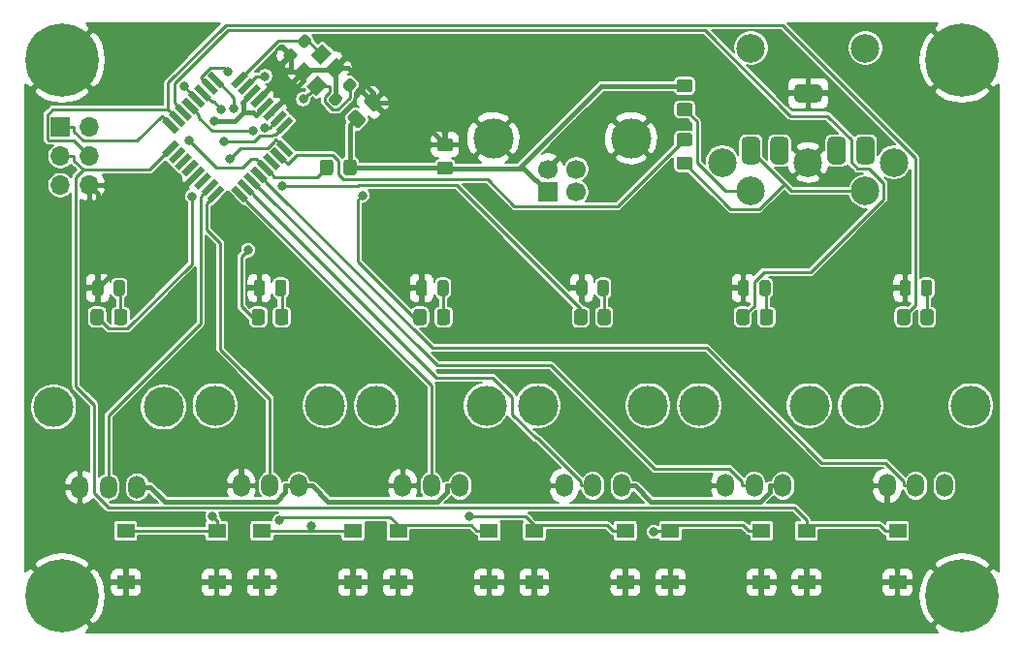
<source format=gbr>
G04 #@! TF.GenerationSoftware,KiCad,Pcbnew,(5.1.10)-1*
G04 #@! TF.CreationDate,2021-09-13T18:31:10+02:00*
G04 #@! TF.ProjectId,CardSizeMidiController,43617264-5369-47a6-954d-696469436f6e,rev?*
G04 #@! TF.SameCoordinates,Original*
G04 #@! TF.FileFunction,Copper,L1,Top*
G04 #@! TF.FilePolarity,Positive*
%FSLAX46Y46*%
G04 Gerber Fmt 4.6, Leading zero omitted, Abs format (unit mm)*
G04 Created by KiCad (PCBNEW (5.1.10)-1) date 2021-09-13 18:31:10*
%MOMM*%
%LPD*%
G01*
G04 APERTURE LIST*
G04 #@! TA.AperFunction,SMDPad,CuDef*
%ADD10R,1.550000X1.300000*%
G04 #@! TD*
G04 #@! TA.AperFunction,ComponentPad*
%ADD11O,1.500000X2.000000*%
G04 #@! TD*
G04 #@! TA.AperFunction,ComponentPad*
%ADD12C,3.500000*%
G04 #@! TD*
G04 #@! TA.AperFunction,ComponentPad*
%ADD13R,1.700000X1.700000*%
G04 #@! TD*
G04 #@! TA.AperFunction,ComponentPad*
%ADD14O,1.700000X1.700000*%
G04 #@! TD*
G04 #@! TA.AperFunction,ComponentPad*
%ADD15C,1.700000*%
G04 #@! TD*
G04 #@! TA.AperFunction,SMDPad,CuDef*
%ADD16C,0.100000*%
G04 #@! TD*
G04 #@! TA.AperFunction,ComponentPad*
%ADD17C,0.800000*%
G04 #@! TD*
G04 #@! TA.AperFunction,ComponentPad*
%ADD18C,6.400000*%
G04 #@! TD*
G04 #@! TA.AperFunction,ComponentPad*
%ADD19C,2.499360*%
G04 #@! TD*
G04 #@! TA.AperFunction,ViaPad*
%ADD20C,0.800000*%
G04 #@! TD*
G04 #@! TA.AperFunction,Conductor*
%ADD21C,0.400000*%
G04 #@! TD*
G04 #@! TA.AperFunction,Conductor*
%ADD22C,0.250000*%
G04 #@! TD*
G04 #@! TA.AperFunction,Conductor*
%ADD23C,0.200000*%
G04 #@! TD*
G04 #@! TA.AperFunction,Conductor*
%ADD24C,0.100000*%
G04 #@! TD*
G04 APERTURE END LIST*
D10*
X76517000Y-49227000D03*
X76517000Y-44727000D03*
X68567000Y-44727000D03*
X68567000Y-49227000D03*
X64629800Y-49227000D03*
X64629800Y-44727000D03*
X56679800Y-44727000D03*
X56679800Y-49227000D03*
X52742600Y-49227000D03*
X52742600Y-44727000D03*
X44792600Y-44727000D03*
X44792600Y-49227000D03*
X40855400Y-49227000D03*
X40855400Y-44727000D03*
X32905400Y-44727000D03*
X32905400Y-49227000D03*
X28968200Y-49227000D03*
X28968200Y-44727000D03*
X21018200Y-44727000D03*
X21018200Y-49227000D03*
X17081000Y-49227000D03*
X17081000Y-44727000D03*
X9131000Y-44727000D03*
X9131000Y-49227000D03*
G04 #@! TA.AperFunction,SMDPad,CuDef*
G36*
G01*
X30636396Y-8000001D02*
X29999999Y-7363604D01*
G75*
G02*
X29999999Y-7010052I176776J176776D01*
G01*
X30459620Y-6550431D01*
G75*
G02*
X30813172Y-6550431I176776J-176776D01*
G01*
X31449569Y-7186828D01*
G75*
G02*
X31449569Y-7540380I-176776J-176776D01*
G01*
X30989948Y-8000001D01*
G75*
G02*
X30636396Y-8000001I-176776J176776D01*
G01*
G37*
G04 #@! TD.AperFunction*
G04 #@! TA.AperFunction,SMDPad,CuDef*
G36*
G01*
X29186828Y-9449569D02*
X28550431Y-8813172D01*
G75*
G02*
X28550431Y-8459620I176776J176776D01*
G01*
X29010052Y-7999999D01*
G75*
G02*
X29363604Y-7999999I176776J-176776D01*
G01*
X30000001Y-8636396D01*
G75*
G02*
X30000001Y-8989948I-176776J-176776D01*
G01*
X29540380Y-9449569D01*
G75*
G02*
X29186828Y-9449569I-176776J176776D01*
G01*
G37*
G04 #@! TD.AperFunction*
G04 #@! TA.AperFunction,SMDPad,CuDef*
G36*
G01*
X37450001Y-13600000D02*
X36549999Y-13600000D01*
G75*
G02*
X36300000Y-13350001I0J249999D01*
G01*
X36300000Y-12699999D01*
G75*
G02*
X36549999Y-12450000I249999J0D01*
G01*
X37450001Y-12450000D01*
G75*
G02*
X37700000Y-12699999I0J-249999D01*
G01*
X37700000Y-13350001D01*
G75*
G02*
X37450001Y-13600000I-249999J0D01*
G01*
G37*
G04 #@! TD.AperFunction*
G04 #@! TA.AperFunction,SMDPad,CuDef*
G36*
G01*
X37450001Y-11550000D02*
X36549999Y-11550000D01*
G75*
G02*
X36300000Y-11300001I0J249999D01*
G01*
X36300000Y-10649999D01*
G75*
G02*
X36549999Y-10400000I249999J0D01*
G01*
X37450001Y-10400000D01*
G75*
G02*
X37700000Y-10649999I0J-249999D01*
G01*
X37700000Y-11300001D01*
G75*
G02*
X37450001Y-11550000I-249999J0D01*
G01*
G37*
G04 #@! TD.AperFunction*
G04 #@! TA.AperFunction,ComponentPad*
G36*
G01*
X69907000Y-6077000D02*
X69907000Y-6877000D01*
G75*
G02*
X69507000Y-7277000I-400000J0D01*
G01*
X67907000Y-7277000D01*
G75*
G02*
X67507000Y-6877000I0J400000D01*
G01*
X67507000Y-6077000D01*
G75*
G02*
X67907000Y-5677000I400000J0D01*
G01*
X69507000Y-5677000D01*
G75*
G02*
X69907000Y-6077000I0J-400000D01*
G01*
G37*
G04 #@! TD.AperFunction*
G04 #@! TA.AperFunction,ComponentPad*
G36*
G01*
X67007000Y-10677000D02*
X67007000Y-12277000D01*
G75*
G02*
X66607000Y-12677000I-400000J0D01*
G01*
X65807000Y-12677000D01*
G75*
G02*
X65407000Y-12277000I0J400000D01*
G01*
X65407000Y-10677000D01*
G75*
G02*
X65807000Y-10277000I400000J0D01*
G01*
X66607000Y-10277000D01*
G75*
G02*
X67007000Y-10677000I0J-400000D01*
G01*
G37*
G04 #@! TD.AperFunction*
G04 #@! TA.AperFunction,ComponentPad*
G36*
G01*
X72007000Y-10677000D02*
X72007000Y-12277000D01*
G75*
G02*
X71607000Y-12677000I-400000J0D01*
G01*
X70807000Y-12677000D01*
G75*
G02*
X70407000Y-12277000I0J400000D01*
G01*
X70407000Y-10677000D01*
G75*
G02*
X70807000Y-10277000I400000J0D01*
G01*
X71607000Y-10277000D01*
G75*
G02*
X72007000Y-10677000I0J-400000D01*
G01*
G37*
G04 #@! TD.AperFunction*
G04 #@! TA.AperFunction,ComponentPad*
G36*
G01*
X64507000Y-10677000D02*
X64507000Y-12277000D01*
G75*
G02*
X64107000Y-12677000I-400000J0D01*
G01*
X63307000Y-12677000D01*
G75*
G02*
X62907000Y-12277000I0J400000D01*
G01*
X62907000Y-10677000D01*
G75*
G02*
X63307000Y-10277000I400000J0D01*
G01*
X64107000Y-10277000D01*
G75*
G02*
X64507000Y-10677000I0J-400000D01*
G01*
G37*
G04 #@! TD.AperFunction*
G04 #@! TA.AperFunction,ComponentPad*
G36*
G01*
X74507000Y-10677000D02*
X74507000Y-12277000D01*
G75*
G02*
X74107000Y-12677000I-400000J0D01*
G01*
X73307000Y-12677000D01*
G75*
G02*
X72907000Y-12277000I0J400000D01*
G01*
X72907000Y-10677000D01*
G75*
G02*
X73307000Y-10277000I400000J0D01*
G01*
X74107000Y-10277000D01*
G75*
G02*
X74507000Y-10677000I0J-400000D01*
G01*
G37*
G04 #@! TD.AperFunction*
G04 #@! TA.AperFunction,SMDPad,CuDef*
G36*
G01*
X6195000Y-23951250D02*
X6195000Y-23038750D01*
G75*
G02*
X6438750Y-22795000I243750J0D01*
G01*
X6926250Y-22795000D01*
G75*
G02*
X7170000Y-23038750I0J-243750D01*
G01*
X7170000Y-23951250D01*
G75*
G02*
X6926250Y-24195000I-243750J0D01*
G01*
X6438750Y-24195000D01*
G75*
G02*
X6195000Y-23951250I0J243750D01*
G01*
G37*
G04 #@! TD.AperFunction*
G04 #@! TA.AperFunction,SMDPad,CuDef*
G36*
G01*
X8070000Y-23951250D02*
X8070000Y-23038750D01*
G75*
G02*
X8313750Y-22795000I243750J0D01*
G01*
X8801250Y-22795000D01*
G75*
G02*
X9045000Y-23038750I0J-243750D01*
G01*
X9045000Y-23951250D01*
G75*
G02*
X8801250Y-24195000I-243750J0D01*
G01*
X8313750Y-24195000D01*
G75*
G02*
X8070000Y-23951250I0J243750D01*
G01*
G37*
G04 #@! TD.AperFunction*
G04 #@! TA.AperFunction,SMDPad,CuDef*
G36*
G01*
X6058700Y-26485001D02*
X6058700Y-25584999D01*
G75*
G02*
X6308699Y-25335000I249999J0D01*
G01*
X6958701Y-25335000D01*
G75*
G02*
X7208700Y-25584999I0J-249999D01*
G01*
X7208700Y-26485001D01*
G75*
G02*
X6958701Y-26735000I-249999J0D01*
G01*
X6308699Y-26735000D01*
G75*
G02*
X6058700Y-26485001I0J249999D01*
G01*
G37*
G04 #@! TD.AperFunction*
G04 #@! TA.AperFunction,SMDPad,CuDef*
G36*
G01*
X8108700Y-26485001D02*
X8108700Y-25584999D01*
G75*
G02*
X8358699Y-25335000I249999J0D01*
G01*
X9008701Y-25335000D01*
G75*
G02*
X9258700Y-25584999I0J-249999D01*
G01*
X9258700Y-26485001D01*
G75*
G02*
X9008701Y-26735000I-249999J0D01*
G01*
X8358699Y-26735000D01*
G75*
G02*
X8108700Y-26485001I0J249999D01*
G01*
G37*
G04 #@! TD.AperFunction*
D11*
X5121400Y-40909000D03*
X7621400Y-40909000D03*
X10121400Y-40909000D03*
D12*
X2821400Y-33909000D03*
X12421400Y-33909000D03*
G04 #@! TA.AperFunction,SMDPad,CuDef*
G36*
G01*
X28466125Y-6286751D02*
X28130249Y-5950875D01*
G75*
G02*
X28130249Y-5614999I167938J167938D01*
G01*
X28536835Y-5208413D01*
G75*
G02*
X28872711Y-5208413I167938J-167938D01*
G01*
X29208587Y-5544289D01*
G75*
G02*
X29208587Y-5880165I-167938J-167938D01*
G01*
X28802001Y-6286751D01*
G75*
G02*
X28466125Y-6286751I-167938J167938D01*
G01*
G37*
G04 #@! TD.AperFunction*
G04 #@! TA.AperFunction,SMDPad,CuDef*
G36*
G01*
X27228689Y-7524187D02*
X26892813Y-7188311D01*
G75*
G02*
X26892813Y-6852435I167938J167938D01*
G01*
X27299399Y-6445849D01*
G75*
G02*
X27635275Y-6445849I167938J-167938D01*
G01*
X27971151Y-6781725D01*
G75*
G02*
X27971151Y-7117601I-167938J-167938D01*
G01*
X27564565Y-7524187D01*
G75*
G02*
X27228689Y-7524187I-167938J167938D01*
G01*
G37*
G04 #@! TD.AperFunction*
G04 #@! TA.AperFunction,SMDPad,CuDef*
G36*
G01*
X24952011Y-1382113D02*
X25287887Y-1717989D01*
G75*
G02*
X25287887Y-2053865I-167938J-167938D01*
G01*
X24881301Y-2460451D01*
G75*
G02*
X24545425Y-2460451I-167938J167938D01*
G01*
X24209549Y-2124575D01*
G75*
G02*
X24209549Y-1788699I167938J167938D01*
G01*
X24616135Y-1382113D01*
G75*
G02*
X24952011Y-1382113I167938J-167938D01*
G01*
G37*
G04 #@! TD.AperFunction*
G04 #@! TA.AperFunction,SMDPad,CuDef*
G36*
G01*
X23714575Y-2619549D02*
X24050451Y-2955425D01*
G75*
G02*
X24050451Y-3291301I-167938J-167938D01*
G01*
X23643865Y-3697887D01*
G75*
G02*
X23307989Y-3697887I-167938J167938D01*
G01*
X22972113Y-3362011D01*
G75*
G02*
X22972113Y-3026135I167938J167938D01*
G01*
X23378699Y-2619549D01*
G75*
G02*
X23714575Y-2619549I167938J-167938D01*
G01*
G37*
G04 #@! TD.AperFunction*
D13*
X3429000Y-9449000D03*
D14*
X5969000Y-9449000D03*
X3429000Y-11989000D03*
X5969000Y-11989000D03*
X3429000Y-14529000D03*
X5969000Y-14529000D03*
D13*
X45974000Y-15113000D03*
D15*
X48474000Y-15113000D03*
X48474000Y-13113000D03*
X45974000Y-13113000D03*
D12*
X41204000Y-10403000D03*
X53244000Y-10403000D03*
G04 #@! TA.AperFunction,SMDPad,CuDef*
D16*
G36*
X25787512Y-6743097D02*
G01*
X24938984Y-5894569D01*
X25928934Y-4904619D01*
X26777462Y-5753147D01*
X25787512Y-6743097D01*
G37*
G04 #@! TD.AperFunction*
G04 #@! TA.AperFunction,SMDPad,CuDef*
G36*
X27343147Y-5187462D02*
G01*
X26494619Y-4338934D01*
X27484569Y-3348984D01*
X28333097Y-4197512D01*
X27343147Y-5187462D01*
G37*
G04 #@! TD.AperFunction*
G04 #@! TA.AperFunction,SMDPad,CuDef*
G36*
X26141066Y-3985381D02*
G01*
X25292538Y-3136853D01*
X26282488Y-2146903D01*
X27131016Y-2995431D01*
X26141066Y-3985381D01*
G37*
G04 #@! TD.AperFunction*
G04 #@! TA.AperFunction,SMDPad,CuDef*
G36*
X24585431Y-5541016D02*
G01*
X23736903Y-4692488D01*
X24726853Y-3702538D01*
X25575381Y-4551066D01*
X24585431Y-5541016D01*
G37*
G04 #@! TD.AperFunction*
G04 #@! TA.AperFunction,SMDPad,CuDef*
G36*
G01*
X22167000Y-23951250D02*
X22167000Y-23038750D01*
G75*
G02*
X22410750Y-22795000I243750J0D01*
G01*
X22898250Y-22795000D01*
G75*
G02*
X23142000Y-23038750I0J-243750D01*
G01*
X23142000Y-23951250D01*
G75*
G02*
X22898250Y-24195000I-243750J0D01*
G01*
X22410750Y-24195000D01*
G75*
G02*
X22167000Y-23951250I0J243750D01*
G01*
G37*
G04 #@! TD.AperFunction*
G04 #@! TA.AperFunction,SMDPad,CuDef*
G36*
G01*
X20292000Y-23951250D02*
X20292000Y-23038750D01*
G75*
G02*
X20535750Y-22795000I243750J0D01*
G01*
X21023250Y-22795000D01*
G75*
G02*
X21267000Y-23038750I0J-243750D01*
G01*
X21267000Y-23951250D01*
G75*
G02*
X21023250Y-24195000I-243750J0D01*
G01*
X20535750Y-24195000D01*
G75*
G02*
X20292000Y-23951250I0J243750D01*
G01*
G37*
G04 #@! TD.AperFunction*
G04 #@! TA.AperFunction,SMDPad,CuDef*
G36*
G01*
X34463600Y-23951250D02*
X34463600Y-23038750D01*
G75*
G02*
X34707350Y-22795000I243750J0D01*
G01*
X35194850Y-22795000D01*
G75*
G02*
X35438600Y-23038750I0J-243750D01*
G01*
X35438600Y-23951250D01*
G75*
G02*
X35194850Y-24195000I-243750J0D01*
G01*
X34707350Y-24195000D01*
G75*
G02*
X34463600Y-23951250I0J243750D01*
G01*
G37*
G04 #@! TD.AperFunction*
G04 #@! TA.AperFunction,SMDPad,CuDef*
G36*
G01*
X36338600Y-23951250D02*
X36338600Y-23038750D01*
G75*
G02*
X36582350Y-22795000I243750J0D01*
G01*
X37069850Y-22795000D01*
G75*
G02*
X37313600Y-23038750I0J-243750D01*
G01*
X37313600Y-23951250D01*
G75*
G02*
X37069850Y-24195000I-243750J0D01*
G01*
X36582350Y-24195000D01*
G75*
G02*
X36338600Y-23951250I0J243750D01*
G01*
G37*
G04 #@! TD.AperFunction*
G04 #@! TA.AperFunction,SMDPad,CuDef*
G36*
G01*
X50326400Y-23951250D02*
X50326400Y-23038750D01*
G75*
G02*
X50570150Y-22795000I243750J0D01*
G01*
X51057650Y-22795000D01*
G75*
G02*
X51301400Y-23038750I0J-243750D01*
G01*
X51301400Y-23951250D01*
G75*
G02*
X51057650Y-24195000I-243750J0D01*
G01*
X50570150Y-24195000D01*
G75*
G02*
X50326400Y-23951250I0J243750D01*
G01*
G37*
G04 #@! TD.AperFunction*
G04 #@! TA.AperFunction,SMDPad,CuDef*
G36*
G01*
X48451400Y-23951250D02*
X48451400Y-23038750D01*
G75*
G02*
X48695150Y-22795000I243750J0D01*
G01*
X49182650Y-22795000D01*
G75*
G02*
X49426400Y-23038750I0J-243750D01*
G01*
X49426400Y-23951250D01*
G75*
G02*
X49182650Y-24195000I-243750J0D01*
G01*
X48695150Y-24195000D01*
G75*
G02*
X48451400Y-23951250I0J243750D01*
G01*
G37*
G04 #@! TD.AperFunction*
G04 #@! TA.AperFunction,SMDPad,CuDef*
G36*
G01*
X62566300Y-23951250D02*
X62566300Y-23038750D01*
G75*
G02*
X62810050Y-22795000I243750J0D01*
G01*
X63297550Y-22795000D01*
G75*
G02*
X63541300Y-23038750I0J-243750D01*
G01*
X63541300Y-23951250D01*
G75*
G02*
X63297550Y-24195000I-243750J0D01*
G01*
X62810050Y-24195000D01*
G75*
G02*
X62566300Y-23951250I0J243750D01*
G01*
G37*
G04 #@! TD.AperFunction*
G04 #@! TA.AperFunction,SMDPad,CuDef*
G36*
G01*
X64441300Y-23951250D02*
X64441300Y-23038750D01*
G75*
G02*
X64685050Y-22795000I243750J0D01*
G01*
X65172550Y-22795000D01*
G75*
G02*
X65416300Y-23038750I0J-243750D01*
G01*
X65416300Y-23951250D01*
G75*
G02*
X65172550Y-24195000I-243750J0D01*
G01*
X64685050Y-24195000D01*
G75*
G02*
X64441300Y-23951250I0J243750D01*
G01*
G37*
G04 #@! TD.AperFunction*
G04 #@! TA.AperFunction,SMDPad,CuDef*
G36*
G01*
X78555000Y-23951250D02*
X78555000Y-23038750D01*
G75*
G02*
X78798750Y-22795000I243750J0D01*
G01*
X79286250Y-22795000D01*
G75*
G02*
X79530000Y-23038750I0J-243750D01*
G01*
X79530000Y-23951250D01*
G75*
G02*
X79286250Y-24195000I-243750J0D01*
G01*
X78798750Y-24195000D01*
G75*
G02*
X78555000Y-23951250I0J243750D01*
G01*
G37*
G04 #@! TD.AperFunction*
G04 #@! TA.AperFunction,SMDPad,CuDef*
G36*
G01*
X76680000Y-23951250D02*
X76680000Y-23038750D01*
G75*
G02*
X76923750Y-22795000I243750J0D01*
G01*
X77411250Y-22795000D01*
G75*
G02*
X77655000Y-23038750I0J-243750D01*
G01*
X77655000Y-23951250D01*
G75*
G02*
X77411250Y-24195000I-243750J0D01*
G01*
X76923750Y-24195000D01*
G75*
G02*
X76680000Y-23951250I0J243750D01*
G01*
G37*
G04 #@! TD.AperFunction*
D17*
X83866056Y-48721944D03*
X82169000Y-48019000D03*
X80471944Y-48721944D03*
X79769000Y-50419000D03*
X80471944Y-52116056D03*
X82169000Y-52819000D03*
X83866056Y-52116056D03*
X84569000Y-50419000D03*
D18*
X82169000Y-50419000D03*
X3556000Y-3556000D03*
D17*
X5956000Y-3556000D03*
X5253056Y-5253056D03*
X3556000Y-5956000D03*
X1858944Y-5253056D03*
X1156000Y-3556000D03*
X1858944Y-1858944D03*
X3556000Y-1156000D03*
X5253056Y-1858944D03*
X5253056Y-48721944D03*
X3556000Y-48019000D03*
X1858944Y-48721944D03*
X1156000Y-50419000D03*
X1858944Y-52116056D03*
X3556000Y-52819000D03*
X5253056Y-52116056D03*
X5956000Y-50419000D03*
D18*
X3556000Y-50419000D03*
X82169000Y-3556000D03*
D17*
X84569000Y-3556000D03*
X83866056Y-5253056D03*
X82169000Y-5956000D03*
X80471944Y-5253056D03*
X79769000Y-3556000D03*
X80471944Y-1858944D03*
X82169000Y-1156000D03*
X83866056Y-1858944D03*
G04 #@! TA.AperFunction,SMDPad,CuDef*
D16*
G36*
X23390334Y-8501555D02*
G01*
X23779243Y-8890464D01*
X22647872Y-10021835D01*
X22258963Y-9632926D01*
X23390334Y-8501555D01*
G37*
G04 #@! TD.AperFunction*
G04 #@! TA.AperFunction,SMDPad,CuDef*
G36*
X22824648Y-7935870D02*
G01*
X23213557Y-8324779D01*
X22082186Y-9456150D01*
X21693277Y-9067241D01*
X22824648Y-7935870D01*
G37*
G04 #@! TD.AperFunction*
G04 #@! TA.AperFunction,SMDPad,CuDef*
G36*
X22258963Y-7370184D02*
G01*
X22647872Y-7759093D01*
X21516501Y-8890464D01*
X21127592Y-8501555D01*
X22258963Y-7370184D01*
G37*
G04 #@! TD.AperFunction*
G04 #@! TA.AperFunction,SMDPad,CuDef*
G36*
X21693278Y-6804499D02*
G01*
X22082187Y-7193408D01*
X20950816Y-8324779D01*
X20561907Y-7935870D01*
X21693278Y-6804499D01*
G37*
G04 #@! TD.AperFunction*
G04 #@! TA.AperFunction,SMDPad,CuDef*
G36*
X21127592Y-6238813D02*
G01*
X21516501Y-6627722D01*
X20385130Y-7759093D01*
X19996221Y-7370184D01*
X21127592Y-6238813D01*
G37*
G04 #@! TD.AperFunction*
G04 #@! TA.AperFunction,SMDPad,CuDef*
G36*
X20561907Y-5673128D02*
G01*
X20950816Y-6062037D01*
X19819445Y-7193408D01*
X19430536Y-6804499D01*
X20561907Y-5673128D01*
G37*
G04 #@! TD.AperFunction*
G04 #@! TA.AperFunction,SMDPad,CuDef*
G36*
X19996221Y-5107443D02*
G01*
X20385130Y-5496352D01*
X19253759Y-6627723D01*
X18864850Y-6238814D01*
X19996221Y-5107443D01*
G37*
G04 #@! TD.AperFunction*
G04 #@! TA.AperFunction,SMDPad,CuDef*
G36*
X19430536Y-4541757D02*
G01*
X19819445Y-4930666D01*
X18688074Y-6062037D01*
X18299165Y-5673128D01*
X19430536Y-4541757D01*
G37*
G04 #@! TD.AperFunction*
G04 #@! TA.AperFunction,SMDPad,CuDef*
G36*
X16248555Y-4930666D02*
G01*
X16637464Y-4541757D01*
X17768835Y-5673128D01*
X17379926Y-6062037D01*
X16248555Y-4930666D01*
G37*
G04 #@! TD.AperFunction*
G04 #@! TA.AperFunction,SMDPad,CuDef*
G36*
X15682870Y-5496352D02*
G01*
X16071779Y-5107443D01*
X17203150Y-6238814D01*
X16814241Y-6627723D01*
X15682870Y-5496352D01*
G37*
G04 #@! TD.AperFunction*
G04 #@! TA.AperFunction,SMDPad,CuDef*
G36*
X15117184Y-6062037D02*
G01*
X15506093Y-5673128D01*
X16637464Y-6804499D01*
X16248555Y-7193408D01*
X15117184Y-6062037D01*
G37*
G04 #@! TD.AperFunction*
G04 #@! TA.AperFunction,SMDPad,CuDef*
G36*
X14551499Y-6627722D02*
G01*
X14940408Y-6238813D01*
X16071779Y-7370184D01*
X15682870Y-7759093D01*
X14551499Y-6627722D01*
G37*
G04 #@! TD.AperFunction*
G04 #@! TA.AperFunction,SMDPad,CuDef*
G36*
X13985813Y-7193408D02*
G01*
X14374722Y-6804499D01*
X15506093Y-7935870D01*
X15117184Y-8324779D01*
X13985813Y-7193408D01*
G37*
G04 #@! TD.AperFunction*
G04 #@! TA.AperFunction,SMDPad,CuDef*
G36*
X13420128Y-7759093D02*
G01*
X13809037Y-7370184D01*
X14940408Y-8501555D01*
X14551499Y-8890464D01*
X13420128Y-7759093D01*
G37*
G04 #@! TD.AperFunction*
G04 #@! TA.AperFunction,SMDPad,CuDef*
G36*
X12854443Y-8324779D02*
G01*
X13243352Y-7935870D01*
X14374723Y-9067241D01*
X13985814Y-9456150D01*
X12854443Y-8324779D01*
G37*
G04 #@! TD.AperFunction*
G04 #@! TA.AperFunction,SMDPad,CuDef*
G36*
X12288757Y-8890464D02*
G01*
X12677666Y-8501555D01*
X13809037Y-9632926D01*
X13420128Y-10021835D01*
X12288757Y-8890464D01*
G37*
G04 #@! TD.AperFunction*
G04 #@! TA.AperFunction,SMDPad,CuDef*
G36*
X13420128Y-10552165D02*
G01*
X13809037Y-10941074D01*
X12677666Y-12072445D01*
X12288757Y-11683536D01*
X13420128Y-10552165D01*
G37*
G04 #@! TD.AperFunction*
G04 #@! TA.AperFunction,SMDPad,CuDef*
G36*
X13985814Y-11117850D02*
G01*
X14374723Y-11506759D01*
X13243352Y-12638130D01*
X12854443Y-12249221D01*
X13985814Y-11117850D01*
G37*
G04 #@! TD.AperFunction*
G04 #@! TA.AperFunction,SMDPad,CuDef*
G36*
X14551499Y-11683536D02*
G01*
X14940408Y-12072445D01*
X13809037Y-13203816D01*
X13420128Y-12814907D01*
X14551499Y-11683536D01*
G37*
G04 #@! TD.AperFunction*
G04 #@! TA.AperFunction,SMDPad,CuDef*
G36*
X15117184Y-12249221D02*
G01*
X15506093Y-12638130D01*
X14374722Y-13769501D01*
X13985813Y-13380592D01*
X15117184Y-12249221D01*
G37*
G04 #@! TD.AperFunction*
G04 #@! TA.AperFunction,SMDPad,CuDef*
G36*
X15682870Y-12814907D02*
G01*
X16071779Y-13203816D01*
X14940408Y-14335187D01*
X14551499Y-13946278D01*
X15682870Y-12814907D01*
G37*
G04 #@! TD.AperFunction*
G04 #@! TA.AperFunction,SMDPad,CuDef*
G36*
X16248555Y-13380592D02*
G01*
X16637464Y-13769501D01*
X15506093Y-14900872D01*
X15117184Y-14511963D01*
X16248555Y-13380592D01*
G37*
G04 #@! TD.AperFunction*
G04 #@! TA.AperFunction,SMDPad,CuDef*
G36*
X16814241Y-13946277D02*
G01*
X17203150Y-14335186D01*
X16071779Y-15466557D01*
X15682870Y-15077648D01*
X16814241Y-13946277D01*
G37*
G04 #@! TD.AperFunction*
G04 #@! TA.AperFunction,SMDPad,CuDef*
G36*
X17379926Y-14511963D02*
G01*
X17768835Y-14900872D01*
X16637464Y-16032243D01*
X16248555Y-15643334D01*
X17379926Y-14511963D01*
G37*
G04 #@! TD.AperFunction*
G04 #@! TA.AperFunction,SMDPad,CuDef*
G36*
X18299165Y-14900872D02*
G01*
X18688074Y-14511963D01*
X19819445Y-15643334D01*
X19430536Y-16032243D01*
X18299165Y-14900872D01*
G37*
G04 #@! TD.AperFunction*
G04 #@! TA.AperFunction,SMDPad,CuDef*
G36*
X18864850Y-14335186D02*
G01*
X19253759Y-13946277D01*
X20385130Y-15077648D01*
X19996221Y-15466557D01*
X18864850Y-14335186D01*
G37*
G04 #@! TD.AperFunction*
G04 #@! TA.AperFunction,SMDPad,CuDef*
G36*
X19430536Y-13769501D02*
G01*
X19819445Y-13380592D01*
X20950816Y-14511963D01*
X20561907Y-14900872D01*
X19430536Y-13769501D01*
G37*
G04 #@! TD.AperFunction*
G04 #@! TA.AperFunction,SMDPad,CuDef*
G36*
X19996221Y-13203816D02*
G01*
X20385130Y-12814907D01*
X21516501Y-13946278D01*
X21127592Y-14335187D01*
X19996221Y-13203816D01*
G37*
G04 #@! TD.AperFunction*
G04 #@! TA.AperFunction,SMDPad,CuDef*
G36*
X20561907Y-12638130D02*
G01*
X20950816Y-12249221D01*
X22082187Y-13380592D01*
X21693278Y-13769501D01*
X20561907Y-12638130D01*
G37*
G04 #@! TD.AperFunction*
G04 #@! TA.AperFunction,SMDPad,CuDef*
G36*
X21127592Y-12072445D02*
G01*
X21516501Y-11683536D01*
X22647872Y-12814907D01*
X22258963Y-13203816D01*
X21127592Y-12072445D01*
G37*
G04 #@! TD.AperFunction*
G04 #@! TA.AperFunction,SMDPad,CuDef*
G36*
X21693277Y-11506759D02*
G01*
X22082186Y-11117850D01*
X23213557Y-12249221D01*
X22824648Y-12638130D01*
X21693277Y-11506759D01*
G37*
G04 #@! TD.AperFunction*
G04 #@! TA.AperFunction,SMDPad,CuDef*
G36*
X22258963Y-10941074D02*
G01*
X22647872Y-10552165D01*
X23779243Y-11683536D01*
X23390334Y-12072445D01*
X22258963Y-10941074D01*
G37*
G04 #@! TD.AperFunction*
G04 #@! TA.AperFunction,SMDPad,CuDef*
G36*
G01*
X57461999Y-5258000D02*
X58362001Y-5258000D01*
G75*
G02*
X58612000Y-5507999I0J-249999D01*
G01*
X58612000Y-6158001D01*
G75*
G02*
X58362001Y-6408000I-249999J0D01*
G01*
X57461999Y-6408000D01*
G75*
G02*
X57212000Y-6158001I0J249999D01*
G01*
X57212000Y-5507999D01*
G75*
G02*
X57461999Y-5258000I249999J0D01*
G01*
G37*
G04 #@! TD.AperFunction*
G04 #@! TA.AperFunction,SMDPad,CuDef*
G36*
G01*
X57461999Y-7308000D02*
X58362001Y-7308000D01*
G75*
G02*
X58612000Y-7557999I0J-249999D01*
G01*
X58612000Y-8208001D01*
G75*
G02*
X58362001Y-8458000I-249999J0D01*
G01*
X57461999Y-8458000D01*
G75*
G02*
X57212000Y-8208001I0J249999D01*
G01*
X57212000Y-7557999D01*
G75*
G02*
X57461999Y-7308000I249999J0D01*
G01*
G37*
G04 #@! TD.AperFunction*
G04 #@! TA.AperFunction,SMDPad,CuDef*
G36*
G01*
X58362001Y-11107000D02*
X57461999Y-11107000D01*
G75*
G02*
X57212000Y-10857001I0J249999D01*
G01*
X57212000Y-10206999D01*
G75*
G02*
X57461999Y-9957000I249999J0D01*
G01*
X58362001Y-9957000D01*
G75*
G02*
X58612000Y-10206999I0J-249999D01*
G01*
X58612000Y-10857001D01*
G75*
G02*
X58362001Y-11107000I-249999J0D01*
G01*
G37*
G04 #@! TD.AperFunction*
G04 #@! TA.AperFunction,SMDPad,CuDef*
G36*
G01*
X58362001Y-13157000D02*
X57461999Y-13157000D01*
G75*
G02*
X57212000Y-12907001I0J249999D01*
G01*
X57212000Y-12256999D01*
G75*
G02*
X57461999Y-12007000I249999J0D01*
G01*
X58362001Y-12007000D01*
G75*
G02*
X58612000Y-12256999I0J-249999D01*
G01*
X58612000Y-12907001D01*
G75*
G02*
X58362001Y-13157000I-249999J0D01*
G01*
G37*
G04 #@! TD.AperFunction*
G04 #@! TA.AperFunction,SMDPad,CuDef*
G36*
G01*
X29286000Y-12503999D02*
X29286000Y-13404001D01*
G75*
G02*
X29036001Y-13654000I-249999J0D01*
G01*
X28385999Y-13654000D01*
G75*
G02*
X28136000Y-13404001I0J249999D01*
G01*
X28136000Y-12503999D01*
G75*
G02*
X28385999Y-12254000I249999J0D01*
G01*
X29036001Y-12254000D01*
G75*
G02*
X29286000Y-12503999I0J-249999D01*
G01*
G37*
G04 #@! TD.AperFunction*
G04 #@! TA.AperFunction,SMDPad,CuDef*
G36*
G01*
X27236000Y-12503999D02*
X27236000Y-13404001D01*
G75*
G02*
X26986001Y-13654000I-249999J0D01*
G01*
X26335999Y-13654000D01*
G75*
G02*
X26086000Y-13404001I0J249999D01*
G01*
X26086000Y-12503999D01*
G75*
G02*
X26335999Y-12254000I249999J0D01*
G01*
X26986001Y-12254000D01*
G75*
G02*
X27236000Y-12503999I0J-249999D01*
G01*
G37*
G04 #@! TD.AperFunction*
G04 #@! TA.AperFunction,SMDPad,CuDef*
G36*
G01*
X76466300Y-26485001D02*
X76466300Y-25584999D01*
G75*
G02*
X76716299Y-25335000I249999J0D01*
G01*
X77366301Y-25335000D01*
G75*
G02*
X77616300Y-25584999I0J-249999D01*
G01*
X77616300Y-26485001D01*
G75*
G02*
X77366301Y-26735000I-249999J0D01*
G01*
X76716299Y-26735000D01*
G75*
G02*
X76466300Y-26485001I0J249999D01*
G01*
G37*
G04 #@! TD.AperFunction*
G04 #@! TA.AperFunction,SMDPad,CuDef*
G36*
G01*
X78516300Y-26485001D02*
X78516300Y-25584999D01*
G75*
G02*
X78766299Y-25335000I249999J0D01*
G01*
X79416301Y-25335000D01*
G75*
G02*
X79666300Y-25584999I0J-249999D01*
G01*
X79666300Y-26485001D01*
G75*
G02*
X79416301Y-26735000I-249999J0D01*
G01*
X78766299Y-26735000D01*
G75*
G02*
X78516300Y-26485001I0J249999D01*
G01*
G37*
G04 #@! TD.AperFunction*
G04 #@! TA.AperFunction,SMDPad,CuDef*
G36*
G01*
X64485600Y-26485001D02*
X64485600Y-25584999D01*
G75*
G02*
X64735599Y-25335000I249999J0D01*
G01*
X65385601Y-25335000D01*
G75*
G02*
X65635600Y-25584999I0J-249999D01*
G01*
X65635600Y-26485001D01*
G75*
G02*
X65385601Y-26735000I-249999J0D01*
G01*
X64735599Y-26735000D01*
G75*
G02*
X64485600Y-26485001I0J249999D01*
G01*
G37*
G04 #@! TD.AperFunction*
G04 #@! TA.AperFunction,SMDPad,CuDef*
G36*
G01*
X62435600Y-26485001D02*
X62435600Y-25584999D01*
G75*
G02*
X62685599Y-25335000I249999J0D01*
G01*
X63335601Y-25335000D01*
G75*
G02*
X63585600Y-25584999I0J-249999D01*
G01*
X63585600Y-26485001D01*
G75*
G02*
X63335601Y-26735000I-249999J0D01*
G01*
X62685599Y-26735000D01*
G75*
G02*
X62435600Y-26485001I0J249999D01*
G01*
G37*
G04 #@! TD.AperFunction*
G04 #@! TA.AperFunction,SMDPad,CuDef*
G36*
G01*
X48277900Y-26485001D02*
X48277900Y-25584999D01*
G75*
G02*
X48527899Y-25335000I249999J0D01*
G01*
X49177901Y-25335000D01*
G75*
G02*
X49427900Y-25584999I0J-249999D01*
G01*
X49427900Y-26485001D01*
G75*
G02*
X49177901Y-26735000I-249999J0D01*
G01*
X48527899Y-26735000D01*
G75*
G02*
X48277900Y-26485001I0J249999D01*
G01*
G37*
G04 #@! TD.AperFunction*
G04 #@! TA.AperFunction,SMDPad,CuDef*
G36*
G01*
X50327900Y-26485001D02*
X50327900Y-25584999D01*
G75*
G02*
X50577899Y-25335000I249999J0D01*
G01*
X51227901Y-25335000D01*
G75*
G02*
X51477900Y-25584999I0J-249999D01*
G01*
X51477900Y-26485001D01*
G75*
G02*
X51227901Y-26735000I-249999J0D01*
G01*
X50577899Y-26735000D01*
G75*
G02*
X50327900Y-26485001I0J249999D01*
G01*
G37*
G04 #@! TD.AperFunction*
G04 #@! TA.AperFunction,SMDPad,CuDef*
G36*
G01*
X36297100Y-26485001D02*
X36297100Y-25584999D01*
G75*
G02*
X36547099Y-25335000I249999J0D01*
G01*
X37197101Y-25335000D01*
G75*
G02*
X37447100Y-25584999I0J-249999D01*
G01*
X37447100Y-26485001D01*
G75*
G02*
X37197101Y-26735000I-249999J0D01*
G01*
X36547099Y-26735000D01*
G75*
G02*
X36297100Y-26485001I0J249999D01*
G01*
G37*
G04 #@! TD.AperFunction*
G04 #@! TA.AperFunction,SMDPad,CuDef*
G36*
G01*
X34247100Y-26485001D02*
X34247100Y-25584999D01*
G75*
G02*
X34497099Y-25335000I249999J0D01*
G01*
X35147101Y-25335000D01*
G75*
G02*
X35397100Y-25584999I0J-249999D01*
G01*
X35397100Y-26485001D01*
G75*
G02*
X35147101Y-26735000I-249999J0D01*
G01*
X34497099Y-26735000D01*
G75*
G02*
X34247100Y-26485001I0J249999D01*
G01*
G37*
G04 #@! TD.AperFunction*
G04 #@! TA.AperFunction,SMDPad,CuDef*
G36*
G01*
X20117000Y-26485001D02*
X20117000Y-25584999D01*
G75*
G02*
X20366999Y-25335000I249999J0D01*
G01*
X21017001Y-25335000D01*
G75*
G02*
X21267000Y-25584999I0J-249999D01*
G01*
X21267000Y-26485001D01*
G75*
G02*
X21017001Y-26735000I-249999J0D01*
G01*
X20366999Y-26735000D01*
G75*
G02*
X20117000Y-26485001I0J249999D01*
G01*
G37*
G04 #@! TD.AperFunction*
G04 #@! TA.AperFunction,SMDPad,CuDef*
G36*
G01*
X22167000Y-26485001D02*
X22167000Y-25584999D01*
G75*
G02*
X22416999Y-25335000I249999J0D01*
G01*
X23067001Y-25335000D01*
G75*
G02*
X23317000Y-25584999I0J-249999D01*
G01*
X23317000Y-26485001D01*
G75*
G02*
X23067001Y-26735000I-249999J0D01*
G01*
X22416999Y-26735000D01*
G75*
G02*
X22167000Y-26485001I0J249999D01*
G01*
G37*
G04 #@! TD.AperFunction*
D19*
X76205080Y-12522200D03*
X63710820Y-15024100D03*
X68707000Y-12524740D03*
X61208920Y-12522200D03*
X73703180Y-15024100D03*
X63705740Y-2527300D03*
X73708260Y-2527300D03*
D12*
X54710700Y-33782000D03*
X45110700Y-33782000D03*
D11*
X52410700Y-40782000D03*
X49910700Y-40782000D03*
X47410700Y-40782000D03*
X61507100Y-40782000D03*
X64007100Y-40782000D03*
X66507100Y-40782000D03*
D12*
X59207100Y-33782000D03*
X68807100Y-33782000D03*
X26517900Y-33782000D03*
X16917900Y-33782000D03*
D11*
X24217900Y-40782000D03*
X21717900Y-40782000D03*
X19217900Y-40782000D03*
X75603600Y-40782000D03*
X78103600Y-40782000D03*
X80603600Y-40782000D03*
D12*
X73303600Y-33782000D03*
X82903600Y-33782000D03*
D11*
X33314300Y-40782000D03*
X35814300Y-40782000D03*
X38314300Y-40782000D03*
D12*
X31014300Y-33782000D03*
X40614300Y-33782000D03*
D20*
X12800000Y-20800000D03*
X17600000Y-16600000D03*
X14672900Y-10587700D03*
X16860100Y-8888000D03*
X22783800Y-14570300D03*
X20204200Y-9747800D03*
X18006600Y-4553100D03*
X29800000Y-15400018D03*
X18554400Y-7824800D03*
X19800012Y-20200000D03*
X14909300Y-15488400D03*
X17744900Y-10690500D03*
X25287100Y-44267500D03*
X21234900Y-9485300D03*
X22564700Y-43832000D03*
X17488000Y-7870700D03*
X39138100Y-43476300D03*
X14217300Y-5868300D03*
X55242300Y-44827100D03*
X16689400Y-43457600D03*
X18180400Y-12220700D03*
X21279200Y-4977000D03*
X24614600Y-6998100D03*
D21*
X6682500Y-23495000D02*
X6682500Y-15242500D01*
X6682500Y-15242500D02*
X5969000Y-14529000D01*
X5969000Y-14529000D02*
X14357700Y-14529000D01*
X14357700Y-14529000D02*
X15311600Y-13575000D01*
X30724800Y-7275200D02*
X33300200Y-7275200D01*
X33300200Y-7275200D02*
X37000000Y-10975000D01*
X27413900Y-4268200D02*
X28498200Y-4268200D01*
X28498200Y-4268200D02*
X30724800Y-6494800D01*
X30724800Y-6494800D02*
X30724800Y-7275200D01*
X27432000Y-6985000D02*
X27432000Y-4286300D01*
X27432000Y-4286300D02*
X27413900Y-4268200D01*
X27413900Y-4268200D02*
X27296700Y-4385400D01*
X27296700Y-4385400D02*
X24892500Y-4385400D01*
X24892500Y-4385400D02*
X24656100Y-4621800D01*
X23511300Y-3158700D02*
X23511300Y-4244000D01*
X23511300Y-4244000D02*
X23133500Y-4621800D01*
X21887700Y-8130300D02*
X24656100Y-5361900D01*
X24656100Y-5361900D02*
X24656100Y-4621800D01*
X20756400Y-6998900D02*
X23133500Y-4621800D01*
X23133500Y-4621800D02*
X24656100Y-4621800D01*
X6682500Y-23495000D02*
X7782510Y-22394990D01*
X7782510Y-22394990D02*
X10605010Y-22394990D01*
X10605010Y-22394990D02*
X11205010Y-22394990D01*
X11205010Y-22394990D02*
X12800000Y-20800000D01*
X12800000Y-20800000D02*
X12800000Y-20800000D01*
D22*
X22453400Y-11878000D02*
X23249200Y-12673800D01*
X23249200Y-12673800D02*
X24018000Y-11905000D01*
X24018000Y-11905000D02*
X27222700Y-11905000D01*
X27222700Y-11905000D02*
X27686000Y-12368300D01*
X27686000Y-12368300D02*
X27686000Y-13557000D01*
X27686000Y-13557000D02*
X28152000Y-14023000D01*
X28152000Y-14023000D02*
X40741900Y-14023000D01*
X40741900Y-14023000D02*
X43047700Y-16328800D01*
X43047700Y-16328800D02*
X52115200Y-16328800D01*
X52115200Y-16328800D02*
X57912000Y-10532000D01*
X22117700Y-13805100D02*
X25809900Y-13805100D01*
X25809900Y-13805100D02*
X26661000Y-12954000D01*
X14672900Y-10587700D02*
X17057400Y-12972200D01*
X17057400Y-12972200D02*
X19275600Y-12972200D01*
X19275600Y-12972200D02*
X20034100Y-12213700D01*
X20034100Y-12213700D02*
X20526300Y-12213700D01*
X21322000Y-13009400D02*
X20526300Y-12213700D01*
X21322000Y-13009400D02*
X22117700Y-13805100D01*
D21*
X43470100Y-13025000D02*
X50662100Y-5833000D01*
X50662100Y-5833000D02*
X57912000Y-5833000D01*
X43470100Y-13025000D02*
X43886000Y-13025000D01*
X43886000Y-13025000D02*
X45974000Y-15113000D01*
X37000000Y-13025000D02*
X43470100Y-13025000D01*
X21322000Y-7564600D02*
X20473300Y-8413300D01*
X19366600Y-8169900D02*
X19366600Y-7306700D01*
X19366600Y-7306700D02*
X19342000Y-7282000D01*
X16860100Y-8888000D02*
X18648500Y-8888000D01*
X18648500Y-8888000D02*
X19366600Y-8169900D01*
X19366600Y-8169900D02*
X20229800Y-8169900D01*
X20229800Y-8169900D02*
X20473300Y-8413300D01*
X20190700Y-6433300D02*
X19342000Y-7282000D01*
X24217900Y-40782000D02*
X25368200Y-40782000D01*
X38314300Y-40782000D02*
X37164000Y-40782000D01*
X37164000Y-40782000D02*
X37164000Y-41357100D01*
X37164000Y-41357100D02*
X36333300Y-42187800D01*
X36333300Y-42187800D02*
X26774000Y-42187800D01*
X26774000Y-42187800D02*
X25368200Y-40782000D01*
X66507100Y-40782000D02*
X65356800Y-40782000D01*
X52410700Y-40782000D02*
X53561000Y-40782000D01*
X53561000Y-40782000D02*
X54963600Y-42184600D01*
X54963600Y-42184600D02*
X64499200Y-42184600D01*
X64499200Y-42184600D02*
X65356800Y-41327000D01*
X65356800Y-41327000D02*
X65356800Y-40782000D01*
X10121400Y-40909000D02*
X11271700Y-40909000D01*
X24217900Y-40782000D02*
X23067600Y-40782000D01*
X23067600Y-40782000D02*
X23067600Y-41357100D01*
X23067600Y-41357100D02*
X22237100Y-42187600D01*
X22237100Y-42187600D02*
X12550300Y-42187600D01*
X12550300Y-42187600D02*
X11271700Y-40909000D01*
X28711000Y-12954000D02*
X36929000Y-12954000D01*
X36929000Y-12954000D02*
X37000000Y-13025000D01*
X28711000Y-12954000D02*
X28711000Y-9289000D01*
X28711000Y-9289000D02*
X29275200Y-8724800D01*
D22*
X12818800Y-7900200D02*
X12818800Y-5561600D01*
X12818800Y-5561600D02*
X17844700Y-535700D01*
X17844700Y-535700D02*
X66454400Y-535700D01*
X66454400Y-535700D02*
X78038500Y-12119800D01*
X78038500Y-12119800D02*
X78038500Y-25037800D01*
X78038500Y-25037800D02*
X77041300Y-26035000D01*
X12818800Y-7900200D02*
X2736600Y-7900200D01*
X2736600Y-7900200D02*
X2253600Y-8383200D01*
X2253600Y-8383200D02*
X2253600Y-10480100D01*
X2253600Y-10480100D02*
X2397900Y-10624400D01*
X2397900Y-10624400D02*
X4604400Y-10624400D01*
X4604400Y-10624400D02*
X5969000Y-11989000D01*
X13614600Y-8696000D02*
X12818800Y-7900200D01*
X79042500Y-23495000D02*
X79091300Y-23543800D01*
X79091300Y-23543800D02*
X79091300Y-26035000D01*
X64928800Y-23495000D02*
X65060600Y-23626800D01*
X65060600Y-23626800D02*
X65060600Y-26035000D01*
X13384600Y-7334600D02*
X13384600Y-5641800D01*
X13384600Y-5641800D02*
X18040000Y-986400D01*
X18040000Y-986400D02*
X59700300Y-986400D01*
X59700300Y-986400D02*
X67158200Y-8444300D01*
X67158200Y-8444300D02*
X70407700Y-8444300D01*
X70407700Y-8444300D02*
X72457000Y-10493600D01*
X72457000Y-10493600D02*
X72457000Y-12507300D01*
X72457000Y-12507300D02*
X73016800Y-13067100D01*
X73016800Y-13067100D02*
X74017300Y-13067100D01*
X74017300Y-13067100D02*
X75282600Y-14332400D01*
X75282600Y-14332400D02*
X75282600Y-15745100D01*
X75282600Y-15745100D02*
X68944300Y-22083400D01*
X68944300Y-22083400D02*
X64832200Y-22083400D01*
X64832200Y-22083400D02*
X63991300Y-22924300D01*
X63991300Y-22924300D02*
X63991300Y-25054300D01*
X63991300Y-25054300D02*
X63010600Y-26035000D01*
X14180300Y-8130300D02*
X13384600Y-7334600D01*
X14746000Y-7564600D02*
X15541700Y-8360300D01*
X15541700Y-8360300D02*
X15541700Y-8640700D01*
X15541700Y-8640700D02*
X16648800Y-9747800D01*
X16648800Y-9747800D02*
X20204200Y-9747800D01*
X22783800Y-14570300D02*
X29356698Y-14570300D01*
X29451999Y-14474999D02*
X37992899Y-14474999D01*
X29356698Y-14570300D02*
X29451999Y-14474999D01*
X37992899Y-14474999D02*
X48852900Y-25335000D01*
X48852900Y-25335000D02*
X48852900Y-26035000D01*
X36826100Y-23495000D02*
X36872100Y-23541000D01*
X36872100Y-23541000D02*
X36872100Y-26035000D01*
X16443000Y-5867600D02*
X15647200Y-5071800D01*
X15647200Y-5071800D02*
X16502600Y-4216400D01*
X16502600Y-4216400D02*
X17669900Y-4216400D01*
X17669900Y-4216400D02*
X18006600Y-4553100D01*
X29399999Y-21187899D02*
X29399999Y-15800019D01*
X34247100Y-26035000D02*
X29399999Y-21187899D01*
X34822100Y-26035000D02*
X34247100Y-26035000D01*
X29399999Y-15800019D02*
X29800000Y-15400018D01*
X17008700Y-5301900D02*
X18554400Y-6847600D01*
X18554400Y-6847600D02*
X18554400Y-7824800D01*
X19199991Y-20800021D02*
X19800012Y-20200000D01*
X19199991Y-25117991D02*
X19199991Y-20800021D01*
X20117000Y-26035000D02*
X19199991Y-25117991D01*
X20692000Y-26035000D02*
X20117000Y-26035000D01*
X22654500Y-23495000D02*
X22742000Y-23582500D01*
X22742000Y-23582500D02*
X22742000Y-26035000D01*
X23019100Y-9261700D02*
X22223500Y-10057300D01*
X22223500Y-10057300D02*
X22223400Y-10057300D01*
X22223400Y-10057300D02*
X22045900Y-10057300D01*
X22045900Y-10057300D02*
X21892500Y-10210700D01*
X21892500Y-10210700D02*
X20820700Y-10210700D01*
X20820700Y-10210700D02*
X20340900Y-10690500D01*
X20340900Y-10690500D02*
X17744900Y-10690500D01*
X14909300Y-15488400D02*
X14909300Y-21397590D01*
X14909300Y-21397590D02*
X9246880Y-27060010D01*
X9246880Y-27060010D02*
X7658710Y-27060010D01*
X7658710Y-27060010D02*
X6633700Y-26035000D01*
X22453400Y-8696000D02*
X21657800Y-9491600D01*
X25287100Y-44267500D02*
X25287100Y-44727000D01*
X21657800Y-9491600D02*
X21651400Y-9485300D01*
X21651400Y-9485300D02*
X21234900Y-9485300D01*
X25287100Y-44727000D02*
X28968200Y-44727000D01*
X22118500Y-44727000D02*
X25287100Y-44727000D01*
X21018200Y-44727000D02*
X22118500Y-44727000D01*
X32905400Y-44239300D02*
X32208300Y-43542200D01*
X32208300Y-43542200D02*
X22854500Y-43542200D01*
X22854500Y-43542200D02*
X22564700Y-43832000D01*
X15877300Y-6433300D02*
X16673000Y-7229000D01*
X16673000Y-7229000D02*
X16846300Y-7229000D01*
X16846300Y-7229000D02*
X17488000Y-7870700D01*
X39755100Y-44727000D02*
X39267400Y-44239300D01*
X39267400Y-44239300D02*
X32905400Y-44239300D01*
X40855400Y-44727000D02*
X39755100Y-44727000D01*
X32905400Y-44727000D02*
X32905400Y-44239300D01*
X39138100Y-43476300D02*
X44019700Y-43476300D01*
X44019700Y-43476300D02*
X44792600Y-44249200D01*
X15311600Y-6999000D02*
X14217300Y-5904700D01*
X14217300Y-5904700D02*
X14217300Y-5868300D01*
X52742600Y-44727000D02*
X51642300Y-44727000D01*
X44792600Y-44249200D02*
X51164500Y-44249200D01*
X51164500Y-44249200D02*
X51642300Y-44727000D01*
X44792600Y-44727000D02*
X44792600Y-44249200D01*
X56679800Y-44727000D02*
X55579500Y-44727000D01*
X55242300Y-44827100D02*
X55479400Y-44827100D01*
X55479400Y-44827100D02*
X55579500Y-44727000D01*
X64629800Y-44727000D02*
X63529500Y-44727000D01*
X56679800Y-44239300D02*
X63041800Y-44239300D01*
X63041800Y-44239300D02*
X63529500Y-44727000D01*
X56679800Y-44727000D02*
X56679800Y-44239300D01*
X13048900Y-9261700D02*
X12253300Y-8466000D01*
X3429000Y-9449000D02*
X4604300Y-9449000D01*
X4604300Y-9449000D02*
X4604300Y-9816300D01*
X4604300Y-9816300D02*
X5414200Y-10626200D01*
X5414200Y-10626200D02*
X10093100Y-10626200D01*
X10093100Y-10626200D02*
X12253300Y-8466000D01*
X76517000Y-44727000D02*
X75416700Y-44727000D01*
X68567000Y-44239300D02*
X74929000Y-44239300D01*
X74929000Y-44239300D02*
X75416700Y-44727000D01*
X68567000Y-44239300D02*
X68567000Y-43751700D01*
X68567000Y-44727000D02*
X68567000Y-44239300D01*
X5412200Y-13164300D02*
X4788100Y-13788400D01*
X4788100Y-13788400D02*
X4788100Y-32138600D01*
X4788100Y-32138600D02*
X6371400Y-33721900D01*
X6371400Y-33721900D02*
X6371400Y-41461400D01*
X6371400Y-41461400D02*
X7623200Y-42713200D01*
X7623200Y-42713200D02*
X67528500Y-42713200D01*
X67528500Y-42713200D02*
X68567000Y-43751700D01*
X13048900Y-11312300D02*
X11196900Y-13164300D01*
X11196900Y-13164300D02*
X5412200Y-13164300D01*
X5412200Y-13164300D02*
X4604300Y-12356400D01*
X4604300Y-12356400D02*
X4604300Y-11989000D01*
X3429000Y-11989000D02*
X4604300Y-11989000D01*
X16443000Y-14706400D02*
X15647200Y-15502200D01*
X15647200Y-15502200D02*
X15647200Y-26601300D01*
X15647200Y-26601300D02*
X7621400Y-34627100D01*
X7621400Y-34627100D02*
X7621400Y-40909000D01*
X16200000Y-16080800D02*
X17008700Y-15272100D01*
X17400000Y-19600000D02*
X16200000Y-18400000D01*
X16200000Y-18400000D02*
X16200000Y-16080800D01*
X17400000Y-28867200D02*
X17400000Y-19600000D01*
X21717900Y-33185100D02*
X17400000Y-28867200D01*
X21717900Y-40782000D02*
X21717900Y-33185100D01*
X35814300Y-40782000D02*
X35814300Y-32027100D01*
X35814300Y-32027100D02*
X19855000Y-16067700D01*
X19059300Y-15272100D02*
X19855000Y-16067700D01*
X20420800Y-15502200D02*
X36259100Y-31340500D01*
X36259100Y-31340500D02*
X41160200Y-31340500D01*
X41160200Y-31340500D02*
X42862500Y-33042800D01*
X42862500Y-33042800D02*
X42862500Y-34546700D01*
X42862500Y-34546700D02*
X44939500Y-36623700D01*
X44939500Y-36623700D02*
X45041100Y-36623700D01*
X45041100Y-36623700D02*
X48835400Y-40418000D01*
X48835400Y-40418000D02*
X48835400Y-40782000D01*
X19625000Y-14706400D02*
X20420800Y-15502200D01*
X49910700Y-40782000D02*
X48835400Y-40782000D01*
X64007100Y-40782000D02*
X62931800Y-40782000D01*
X20190700Y-14140700D02*
X36332700Y-30282700D01*
X36332700Y-30282700D02*
X46240200Y-30282700D01*
X46240200Y-30282700D02*
X55258000Y-39300500D01*
X55258000Y-39300500D02*
X61853500Y-39300500D01*
X61853500Y-39300500D02*
X62931800Y-40378800D01*
X62931800Y-40378800D02*
X62931800Y-40782000D01*
X21552100Y-14370700D02*
X35908400Y-28727000D01*
X35908400Y-28727000D02*
X59834500Y-28727000D01*
X59834500Y-28727000D02*
X69894000Y-38786500D01*
X69894000Y-38786500D02*
X75436000Y-38786500D01*
X75436000Y-38786500D02*
X77028300Y-40378800D01*
X77028300Y-40378800D02*
X77028300Y-40782000D01*
X78103600Y-40782000D02*
X77028300Y-40782000D01*
X20756400Y-13575000D02*
X21552100Y-14370700D01*
X23019100Y-11312300D02*
X22223500Y-10516600D01*
X17081000Y-44727000D02*
X17081000Y-43751700D01*
X16689400Y-43457600D02*
X16983500Y-43751700D01*
X16983500Y-43751700D02*
X17081000Y-43751700D01*
X22223500Y-10516600D02*
X21984000Y-10756100D01*
X21984000Y-10756100D02*
X21983800Y-10756100D01*
X21983800Y-10756100D02*
X21480500Y-11259400D01*
X21480500Y-11259400D02*
X19141700Y-11259400D01*
X19141700Y-11259400D02*
X18180400Y-12220700D01*
X15980700Y-44727000D02*
X10231300Y-44727000D01*
X9131000Y-44727000D02*
X10231300Y-44727000D01*
X17081000Y-44727000D02*
X15980700Y-44727000D01*
X50813900Y-23495000D02*
X50902900Y-23584000D01*
X50902900Y-23584000D02*
X50902900Y-26035000D01*
X19625000Y-5867600D02*
X20515600Y-4977000D01*
X20515600Y-4977000D02*
X21279200Y-4977000D01*
X25858200Y-5823900D02*
X25133300Y-6548800D01*
X25133300Y-6548800D02*
X25133200Y-6548800D01*
X25133200Y-6548800D02*
X25063900Y-6548800D01*
X25063900Y-6548800D02*
X24614600Y-6998100D01*
X25858200Y-5823900D02*
X26907000Y-5823900D01*
X26907000Y-5823900D02*
X26907000Y-6378600D01*
X26907000Y-6378600D02*
X26498200Y-6787400D01*
X26498200Y-6787400D02*
X26498200Y-7253400D01*
X26498200Y-7253400D02*
X27163600Y-7918800D01*
X27163600Y-7918800D02*
X27629600Y-7918800D01*
X27629600Y-7918800D02*
X28669400Y-6879000D01*
X28669400Y-6879000D02*
X28669400Y-5747600D01*
X24748700Y-1921300D02*
X22439900Y-1921300D01*
X22439900Y-1921300D02*
X19059300Y-5301900D01*
X24748700Y-1921300D02*
X25066900Y-1921300D01*
X25066900Y-1921300D02*
X26211800Y-3066100D01*
X63710800Y-15024100D02*
X61474500Y-15024100D01*
X61474500Y-15024100D02*
X58978700Y-12528300D01*
X58978700Y-12528300D02*
X58978700Y-8949700D01*
X58978700Y-8949700D02*
X57912000Y-7883000D01*
X66616700Y-14386600D02*
X63707000Y-11477000D01*
X73703200Y-15024100D02*
X67254100Y-15024100D01*
X67254100Y-15024100D02*
X66616700Y-14386600D01*
X66616700Y-14386600D02*
X64402400Y-16600900D01*
X64402400Y-16600900D02*
X61930900Y-16600900D01*
X61930900Y-16600900D02*
X57912000Y-12582000D01*
X8557500Y-23495000D02*
X8683700Y-23621200D01*
X8683700Y-23621200D02*
X8683700Y-26035000D01*
D23*
X12533039Y-5246321D02*
X12516827Y-5259626D01*
X12503522Y-5275838D01*
X12503520Y-5275840D01*
X12491254Y-5290787D01*
X12463717Y-5324340D01*
X12433436Y-5380992D01*
X12424253Y-5398173D01*
X12399950Y-5478286D01*
X12391745Y-5561600D01*
X12393801Y-5582477D01*
X12393800Y-7475200D01*
X2757466Y-7475200D01*
X2736599Y-7473145D01*
X2715732Y-7475200D01*
X2715726Y-7475200D01*
X2661698Y-7480521D01*
X2653285Y-7481350D01*
X2628983Y-7488722D01*
X2573173Y-7505652D01*
X2499340Y-7545116D01*
X2434626Y-7598226D01*
X2421321Y-7614438D01*
X1967843Y-8067917D01*
X1951626Y-8081226D01*
X1898516Y-8145941D01*
X1859052Y-8219774D01*
X1843274Y-8271788D01*
X1835397Y-8297755D01*
X1834750Y-8299887D01*
X1828600Y-8362327D01*
X1828600Y-8362333D01*
X1826545Y-8383200D01*
X1828600Y-8404067D01*
X1828601Y-10459223D01*
X1826545Y-10480100D01*
X1834750Y-10563414D01*
X1853251Y-10624400D01*
X1859053Y-10643527D01*
X1898517Y-10717360D01*
X1951627Y-10782074D01*
X1967839Y-10795379D01*
X2082616Y-10910156D01*
X2095926Y-10926374D01*
X2160640Y-10979484D01*
X2234473Y-11018948D01*
X2295939Y-11037594D01*
X2314585Y-11043250D01*
X2322998Y-11044079D01*
X2377026Y-11049400D01*
X2377032Y-11049400D01*
X2397899Y-11051455D01*
X2418766Y-11049400D01*
X2765266Y-11049400D01*
X2695918Y-11095737D01*
X2535737Y-11255918D01*
X2409884Y-11444271D01*
X2323194Y-11653557D01*
X2279000Y-11875735D01*
X2279000Y-12102265D01*
X2323194Y-12324443D01*
X2409884Y-12533729D01*
X2535737Y-12722082D01*
X2695918Y-12882263D01*
X2884271Y-13008116D01*
X3093557Y-13094806D01*
X3315735Y-13139000D01*
X3542265Y-13139000D01*
X3764443Y-13094806D01*
X3973729Y-13008116D01*
X4162082Y-12882263D01*
X4322263Y-12722082D01*
X4340960Y-12694100D01*
X4811159Y-13164300D01*
X4502343Y-13473117D01*
X4486126Y-13486426D01*
X4433016Y-13551141D01*
X4393552Y-13624974D01*
X4376622Y-13680784D01*
X4369404Y-13704580D01*
X4369250Y-13705087D01*
X4363100Y-13767527D01*
X4363100Y-13767533D01*
X4361045Y-13788400D01*
X4363100Y-13809267D01*
X4363100Y-13857035D01*
X4322263Y-13795918D01*
X4162082Y-13635737D01*
X3973729Y-13509884D01*
X3764443Y-13423194D01*
X3542265Y-13379000D01*
X3315735Y-13379000D01*
X3093557Y-13423194D01*
X2884271Y-13509884D01*
X2695918Y-13635737D01*
X2535737Y-13795918D01*
X2409884Y-13984271D01*
X2323194Y-14193557D01*
X2279000Y-14415735D01*
X2279000Y-14642265D01*
X2323194Y-14864443D01*
X2409884Y-15073729D01*
X2535737Y-15262082D01*
X2695918Y-15422263D01*
X2884271Y-15548116D01*
X3093557Y-15634806D01*
X3315735Y-15679000D01*
X3542265Y-15679000D01*
X3764443Y-15634806D01*
X3973729Y-15548116D01*
X4162082Y-15422263D01*
X4322263Y-15262082D01*
X4363100Y-15200965D01*
X4363101Y-32117723D01*
X4361045Y-32138600D01*
X4369250Y-32221914D01*
X4393553Y-32302027D01*
X4433017Y-32375860D01*
X4460554Y-32409413D01*
X4470595Y-32421648D01*
X4486127Y-32440574D01*
X4502339Y-32453879D01*
X5946400Y-33897941D01*
X5946401Y-39575366D01*
X5779396Y-39461004D01*
X5533035Y-39355655D01*
X5484572Y-39350462D01*
X5275400Y-39462873D01*
X5275400Y-40755000D01*
X5295400Y-40755000D01*
X5295400Y-41063000D01*
X5275400Y-41063000D01*
X5275400Y-42355127D01*
X5484572Y-42467538D01*
X5533035Y-42462345D01*
X5779396Y-42356996D01*
X6000470Y-42205608D01*
X6187762Y-42014000D01*
X6241112Y-41932152D01*
X7307916Y-42998956D01*
X7321226Y-43015174D01*
X7385940Y-43068284D01*
X7459773Y-43107748D01*
X7539886Y-43132050D01*
X7623200Y-43140256D01*
X7644074Y-43138200D01*
X16064025Y-43138200D01*
X16016301Y-43253418D01*
X15989400Y-43388656D01*
X15989400Y-43526544D01*
X16016301Y-43661782D01*
X16069068Y-43789174D01*
X16109710Y-43849999D01*
X16092842Y-43863842D01*
X16055353Y-43909523D01*
X16027496Y-43961640D01*
X16010341Y-44018190D01*
X16004549Y-44077000D01*
X16004549Y-44302000D01*
X10207451Y-44302000D01*
X10207451Y-44077000D01*
X10201659Y-44018190D01*
X10184504Y-43961640D01*
X10156647Y-43909523D01*
X10119158Y-43863842D01*
X10073477Y-43826353D01*
X10021360Y-43798496D01*
X9964810Y-43781341D01*
X9906000Y-43775549D01*
X8356000Y-43775549D01*
X8297190Y-43781341D01*
X8240640Y-43798496D01*
X8188523Y-43826353D01*
X8142842Y-43863842D01*
X8105353Y-43909523D01*
X8077496Y-43961640D01*
X8060341Y-44018190D01*
X8054549Y-44077000D01*
X8054549Y-45377000D01*
X8060341Y-45435810D01*
X8077496Y-45492360D01*
X8105353Y-45544477D01*
X8142842Y-45590158D01*
X8188523Y-45627647D01*
X8240640Y-45655504D01*
X8297190Y-45672659D01*
X8356000Y-45678451D01*
X9906000Y-45678451D01*
X9964810Y-45672659D01*
X10021360Y-45655504D01*
X10073477Y-45627647D01*
X10119158Y-45590158D01*
X10156647Y-45544477D01*
X10184504Y-45492360D01*
X10201659Y-45435810D01*
X10207451Y-45377000D01*
X10207451Y-45152000D01*
X16004549Y-45152000D01*
X16004549Y-45377000D01*
X16010341Y-45435810D01*
X16027496Y-45492360D01*
X16055353Y-45544477D01*
X16092842Y-45590158D01*
X16138523Y-45627647D01*
X16190640Y-45655504D01*
X16247190Y-45672659D01*
X16306000Y-45678451D01*
X17856000Y-45678451D01*
X17914810Y-45672659D01*
X17971360Y-45655504D01*
X18023477Y-45627647D01*
X18069158Y-45590158D01*
X18106647Y-45544477D01*
X18134504Y-45492360D01*
X18151659Y-45435810D01*
X18157451Y-45377000D01*
X18157451Y-44077000D01*
X18151659Y-44018190D01*
X18134504Y-43961640D01*
X18106647Y-43909523D01*
X18069158Y-43863842D01*
X18023477Y-43826353D01*
X17971360Y-43798496D01*
X17914810Y-43781341D01*
X17856000Y-43775549D01*
X17506000Y-43775549D01*
X17506000Y-43772574D01*
X17508056Y-43751700D01*
X17499850Y-43668386D01*
X17475548Y-43588273D01*
X17436084Y-43514440D01*
X17389400Y-43457556D01*
X17389400Y-43388656D01*
X17362499Y-43253418D01*
X17314775Y-43138200D01*
X22464587Y-43138200D01*
X22360518Y-43158901D01*
X22233126Y-43211668D01*
X22118476Y-43288274D01*
X22020974Y-43385776D01*
X21944368Y-43500426D01*
X21891601Y-43627818D01*
X21864700Y-43763056D01*
X21864700Y-43785191D01*
X21852010Y-43781341D01*
X21793200Y-43775549D01*
X20243200Y-43775549D01*
X20184390Y-43781341D01*
X20127840Y-43798496D01*
X20075723Y-43826353D01*
X20030042Y-43863842D01*
X19992553Y-43909523D01*
X19964696Y-43961640D01*
X19947541Y-44018190D01*
X19941749Y-44077000D01*
X19941749Y-45377000D01*
X19947541Y-45435810D01*
X19964696Y-45492360D01*
X19992553Y-45544477D01*
X20030042Y-45590158D01*
X20075723Y-45627647D01*
X20127840Y-45655504D01*
X20184390Y-45672659D01*
X20243200Y-45678451D01*
X21793200Y-45678451D01*
X21852010Y-45672659D01*
X21908560Y-45655504D01*
X21960677Y-45627647D01*
X22006358Y-45590158D01*
X22043847Y-45544477D01*
X22071704Y-45492360D01*
X22088859Y-45435810D01*
X22094651Y-45377000D01*
X22094651Y-45152000D01*
X25266226Y-45152000D01*
X25287100Y-45154056D01*
X25307974Y-45152000D01*
X27891749Y-45152000D01*
X27891749Y-45377000D01*
X27897541Y-45435810D01*
X27914696Y-45492360D01*
X27942553Y-45544477D01*
X27980042Y-45590158D01*
X28025723Y-45627647D01*
X28077840Y-45655504D01*
X28134390Y-45672659D01*
X28193200Y-45678451D01*
X29743200Y-45678451D01*
X29802010Y-45672659D01*
X29858560Y-45655504D01*
X29910677Y-45627647D01*
X29956358Y-45590158D01*
X29993847Y-45544477D01*
X30021704Y-45492360D01*
X30038859Y-45435810D01*
X30044651Y-45377000D01*
X30044651Y-44077000D01*
X30038859Y-44018190D01*
X30023391Y-43967200D01*
X31850209Y-43967200D01*
X31834741Y-44018190D01*
X31828949Y-44077000D01*
X31828949Y-45377000D01*
X31834741Y-45435810D01*
X31851896Y-45492360D01*
X31879753Y-45544477D01*
X31917242Y-45590158D01*
X31962923Y-45627647D01*
X32015040Y-45655504D01*
X32071590Y-45672659D01*
X32130400Y-45678451D01*
X33680400Y-45678451D01*
X33739210Y-45672659D01*
X33795760Y-45655504D01*
X33847877Y-45627647D01*
X33893558Y-45590158D01*
X33931047Y-45544477D01*
X33958904Y-45492360D01*
X33976059Y-45435810D01*
X33981851Y-45377000D01*
X33981851Y-44664300D01*
X39091360Y-44664300D01*
X39439819Y-45012760D01*
X39453126Y-45028974D01*
X39517840Y-45082084D01*
X39591673Y-45121548D01*
X39647483Y-45138478D01*
X39671785Y-45145850D01*
X39679427Y-45146603D01*
X39734226Y-45152000D01*
X39734233Y-45152000D01*
X39755100Y-45154055D01*
X39775967Y-45152000D01*
X39778949Y-45152000D01*
X39778949Y-45377000D01*
X39784741Y-45435810D01*
X39801896Y-45492360D01*
X39829753Y-45544477D01*
X39867242Y-45590158D01*
X39912923Y-45627647D01*
X39965040Y-45655504D01*
X40021590Y-45672659D01*
X40080400Y-45678451D01*
X41630400Y-45678451D01*
X41689210Y-45672659D01*
X41745760Y-45655504D01*
X41797877Y-45627647D01*
X41843558Y-45590158D01*
X41881047Y-45544477D01*
X41908904Y-45492360D01*
X41926059Y-45435810D01*
X41931851Y-45377000D01*
X41931851Y-44077000D01*
X41926059Y-44018190D01*
X41908904Y-43961640D01*
X41881047Y-43909523D01*
X41874299Y-43901300D01*
X43773701Y-43901300D01*
X43766953Y-43909523D01*
X43739096Y-43961640D01*
X43721941Y-44018190D01*
X43716149Y-44077000D01*
X43716149Y-45377000D01*
X43721941Y-45435810D01*
X43739096Y-45492360D01*
X43766953Y-45544477D01*
X43804442Y-45590158D01*
X43850123Y-45627647D01*
X43902240Y-45655504D01*
X43958790Y-45672659D01*
X44017600Y-45678451D01*
X45567600Y-45678451D01*
X45626410Y-45672659D01*
X45682960Y-45655504D01*
X45735077Y-45627647D01*
X45780758Y-45590158D01*
X45818247Y-45544477D01*
X45846104Y-45492360D01*
X45863259Y-45435810D01*
X45869051Y-45377000D01*
X45869051Y-44674200D01*
X50988460Y-44674200D01*
X51327019Y-45012760D01*
X51340326Y-45028974D01*
X51405040Y-45082084D01*
X51478873Y-45121548D01*
X51534683Y-45138478D01*
X51558985Y-45145850D01*
X51567398Y-45146679D01*
X51621426Y-45152000D01*
X51621432Y-45152000D01*
X51642299Y-45154055D01*
X51663166Y-45152000D01*
X51666149Y-45152000D01*
X51666149Y-45377000D01*
X51671941Y-45435810D01*
X51689096Y-45492360D01*
X51716953Y-45544477D01*
X51754442Y-45590158D01*
X51800123Y-45627647D01*
X51852240Y-45655504D01*
X51908790Y-45672659D01*
X51967600Y-45678451D01*
X53517600Y-45678451D01*
X53576410Y-45672659D01*
X53632960Y-45655504D01*
X53685077Y-45627647D01*
X53730758Y-45590158D01*
X53768247Y-45544477D01*
X53796104Y-45492360D01*
X53813259Y-45435810D01*
X53819051Y-45377000D01*
X53819051Y-44758156D01*
X54542300Y-44758156D01*
X54542300Y-44896044D01*
X54569201Y-45031282D01*
X54621968Y-45158674D01*
X54698574Y-45273324D01*
X54796076Y-45370826D01*
X54910726Y-45447432D01*
X55038118Y-45500199D01*
X55173356Y-45527100D01*
X55311244Y-45527100D01*
X55446482Y-45500199D01*
X55573874Y-45447432D01*
X55608037Y-45424605D01*
X55609141Y-45435810D01*
X55626296Y-45492360D01*
X55654153Y-45544477D01*
X55691642Y-45590158D01*
X55737323Y-45627647D01*
X55789440Y-45655504D01*
X55845990Y-45672659D01*
X55904800Y-45678451D01*
X57454800Y-45678451D01*
X57513610Y-45672659D01*
X57570160Y-45655504D01*
X57622277Y-45627647D01*
X57667958Y-45590158D01*
X57705447Y-45544477D01*
X57733304Y-45492360D01*
X57750459Y-45435810D01*
X57756251Y-45377000D01*
X57756251Y-44664300D01*
X62865760Y-44664300D01*
X63214219Y-45012760D01*
X63227526Y-45028974D01*
X63292240Y-45082084D01*
X63366073Y-45121548D01*
X63421883Y-45138478D01*
X63446185Y-45145850D01*
X63453827Y-45146603D01*
X63508626Y-45152000D01*
X63508633Y-45152000D01*
X63529500Y-45154055D01*
X63550367Y-45152000D01*
X63553349Y-45152000D01*
X63553349Y-45377000D01*
X63559141Y-45435810D01*
X63576296Y-45492360D01*
X63604153Y-45544477D01*
X63641642Y-45590158D01*
X63687323Y-45627647D01*
X63739440Y-45655504D01*
X63795990Y-45672659D01*
X63854800Y-45678451D01*
X65404800Y-45678451D01*
X65463610Y-45672659D01*
X65520160Y-45655504D01*
X65572277Y-45627647D01*
X65617958Y-45590158D01*
X65655447Y-45544477D01*
X65683304Y-45492360D01*
X65700459Y-45435810D01*
X65706251Y-45377000D01*
X65706251Y-44077000D01*
X65700459Y-44018190D01*
X65683304Y-43961640D01*
X65655447Y-43909523D01*
X65617958Y-43863842D01*
X65572277Y-43826353D01*
X65520160Y-43798496D01*
X65463610Y-43781341D01*
X65404800Y-43775549D01*
X63854800Y-43775549D01*
X63795990Y-43781341D01*
X63739440Y-43798496D01*
X63687323Y-43826353D01*
X63641642Y-43863842D01*
X63604153Y-43909523D01*
X63576296Y-43961640D01*
X63559141Y-44018190D01*
X63553349Y-44077000D01*
X63553349Y-44149809D01*
X63357083Y-43953543D01*
X63343774Y-43937326D01*
X63279060Y-43884216D01*
X63205227Y-43844752D01*
X63125114Y-43820450D01*
X63062674Y-43814300D01*
X63062667Y-43814300D01*
X63041800Y-43812245D01*
X63020933Y-43814300D01*
X57599727Y-43814300D01*
X57570160Y-43798496D01*
X57513610Y-43781341D01*
X57454800Y-43775549D01*
X55904800Y-43775549D01*
X55845990Y-43781341D01*
X55789440Y-43798496D01*
X55737323Y-43826353D01*
X55691642Y-43863842D01*
X55654153Y-43909523D01*
X55626296Y-43961640D01*
X55609141Y-44018190D01*
X55603349Y-44077000D01*
X55603349Y-44226462D01*
X55573874Y-44206768D01*
X55446482Y-44154001D01*
X55311244Y-44127100D01*
X55173356Y-44127100D01*
X55038118Y-44154001D01*
X54910726Y-44206768D01*
X54796076Y-44283374D01*
X54698574Y-44380876D01*
X54621968Y-44495526D01*
X54569201Y-44622918D01*
X54542300Y-44758156D01*
X53819051Y-44758156D01*
X53819051Y-44077000D01*
X53813259Y-44018190D01*
X53796104Y-43961640D01*
X53768247Y-43909523D01*
X53730758Y-43863842D01*
X53685077Y-43826353D01*
X53632960Y-43798496D01*
X53576410Y-43781341D01*
X53517600Y-43775549D01*
X51967600Y-43775549D01*
X51908790Y-43781341D01*
X51852240Y-43798496D01*
X51800123Y-43826353D01*
X51754442Y-43863842D01*
X51716953Y-43909523D01*
X51689096Y-43961640D01*
X51671941Y-44018190D01*
X51666149Y-44077000D01*
X51666149Y-44149809D01*
X51479783Y-43963443D01*
X51466474Y-43947226D01*
X51401760Y-43894116D01*
X51327927Y-43854652D01*
X51247814Y-43830350D01*
X51185374Y-43824200D01*
X51185367Y-43824200D01*
X51164500Y-43822145D01*
X51143633Y-43824200D01*
X45731049Y-43824200D01*
X45682960Y-43798496D01*
X45626410Y-43781341D01*
X45567600Y-43775549D01*
X44919989Y-43775549D01*
X44334984Y-43190544D01*
X44321674Y-43174326D01*
X44277655Y-43138200D01*
X67352460Y-43138200D01*
X67989808Y-43775549D01*
X67792000Y-43775549D01*
X67733190Y-43781341D01*
X67676640Y-43798496D01*
X67624523Y-43826353D01*
X67578842Y-43863842D01*
X67541353Y-43909523D01*
X67513496Y-43961640D01*
X67496341Y-44018190D01*
X67490549Y-44077000D01*
X67490549Y-45377000D01*
X67496341Y-45435810D01*
X67513496Y-45492360D01*
X67541353Y-45544477D01*
X67578842Y-45590158D01*
X67624523Y-45627647D01*
X67676640Y-45655504D01*
X67733190Y-45672659D01*
X67792000Y-45678451D01*
X69342000Y-45678451D01*
X69400810Y-45672659D01*
X69457360Y-45655504D01*
X69509477Y-45627647D01*
X69555158Y-45590158D01*
X69592647Y-45544477D01*
X69620504Y-45492360D01*
X69637659Y-45435810D01*
X69643451Y-45377000D01*
X69643451Y-44664300D01*
X74752960Y-44664300D01*
X75101419Y-45012760D01*
X75114726Y-45028974D01*
X75179440Y-45082084D01*
X75253273Y-45121548D01*
X75309083Y-45138478D01*
X75333385Y-45145850D01*
X75341027Y-45146603D01*
X75395826Y-45152000D01*
X75395833Y-45152000D01*
X75416700Y-45154055D01*
X75437567Y-45152000D01*
X75440549Y-45152000D01*
X75440549Y-45377000D01*
X75446341Y-45435810D01*
X75463496Y-45492360D01*
X75491353Y-45544477D01*
X75528842Y-45590158D01*
X75574523Y-45627647D01*
X75626640Y-45655504D01*
X75683190Y-45672659D01*
X75742000Y-45678451D01*
X77292000Y-45678451D01*
X77350810Y-45672659D01*
X77407360Y-45655504D01*
X77459477Y-45627647D01*
X77505158Y-45590158D01*
X77542647Y-45544477D01*
X77570504Y-45492360D01*
X77587659Y-45435810D01*
X77593451Y-45377000D01*
X77593451Y-44077000D01*
X77587659Y-44018190D01*
X77570504Y-43961640D01*
X77542647Y-43909523D01*
X77505158Y-43863842D01*
X77459477Y-43826353D01*
X77407360Y-43798496D01*
X77350810Y-43781341D01*
X77292000Y-43775549D01*
X75742000Y-43775549D01*
X75683190Y-43781341D01*
X75626640Y-43798496D01*
X75574523Y-43826353D01*
X75528842Y-43863842D01*
X75491353Y-43909523D01*
X75463496Y-43961640D01*
X75446341Y-44018190D01*
X75440549Y-44077000D01*
X75440549Y-44149809D01*
X75244283Y-43953543D01*
X75230974Y-43937326D01*
X75166260Y-43884216D01*
X75092427Y-43844752D01*
X75012314Y-43820450D01*
X74949874Y-43814300D01*
X74949867Y-43814300D01*
X74929000Y-43812245D01*
X74908133Y-43814300D01*
X69486927Y-43814300D01*
X69457360Y-43798496D01*
X69400810Y-43781341D01*
X69342000Y-43775549D01*
X68992000Y-43775549D01*
X68992000Y-43772567D01*
X68994055Y-43751700D01*
X68992000Y-43730833D01*
X68992000Y-43730826D01*
X68985850Y-43668386D01*
X68979414Y-43647168D01*
X68961548Y-43588272D01*
X68939081Y-43546240D01*
X68922084Y-43514440D01*
X68868974Y-43449726D01*
X68852762Y-43436421D01*
X67843783Y-42427443D01*
X67830474Y-42411226D01*
X67765760Y-42358116D01*
X67691927Y-42318652D01*
X67611814Y-42294350D01*
X67549374Y-42288200D01*
X67549367Y-42288200D01*
X67528500Y-42286145D01*
X67507633Y-42288200D01*
X65102706Y-42288200D01*
X65692987Y-41697920D01*
X65694359Y-41696794D01*
X65761047Y-41778054D01*
X65920930Y-41909267D01*
X66103339Y-42006767D01*
X66301265Y-42066807D01*
X66507100Y-42087080D01*
X66712936Y-42066807D01*
X66910862Y-42006767D01*
X67093271Y-41909267D01*
X67253154Y-41778054D01*
X67384367Y-41618171D01*
X67481867Y-41435761D01*
X67541907Y-41237835D01*
X67550511Y-41150469D01*
X74241940Y-41150469D01*
X74291216Y-41413839D01*
X74390926Y-41662535D01*
X74537238Y-41887000D01*
X74724530Y-42078608D01*
X74945604Y-42229996D01*
X75191965Y-42335345D01*
X75240428Y-42340538D01*
X75449600Y-42228127D01*
X75449600Y-40936000D01*
X74392172Y-40936000D01*
X74241940Y-41150469D01*
X67550511Y-41150469D01*
X67557100Y-41083577D01*
X67557100Y-40480422D01*
X67541907Y-40326164D01*
X67481867Y-40128238D01*
X67384367Y-39945829D01*
X67253154Y-39785946D01*
X67093271Y-39654733D01*
X66910861Y-39557233D01*
X66712935Y-39497193D01*
X66507100Y-39476920D01*
X66301264Y-39497193D01*
X66103338Y-39557233D01*
X65920929Y-39654733D01*
X65761046Y-39785946D01*
X65629833Y-39945829D01*
X65532333Y-40128239D01*
X65485690Y-40282000D01*
X65381360Y-40282000D01*
X65356800Y-40279581D01*
X65332240Y-40282000D01*
X65258783Y-40289235D01*
X65164533Y-40317825D01*
X65077671Y-40364254D01*
X65048053Y-40388561D01*
X65041907Y-40326164D01*
X64981867Y-40128238D01*
X64884367Y-39945829D01*
X64753154Y-39785946D01*
X64593271Y-39654733D01*
X64410861Y-39557233D01*
X64212935Y-39497193D01*
X64007100Y-39476920D01*
X63801264Y-39497193D01*
X63603338Y-39557233D01*
X63420929Y-39654733D01*
X63261046Y-39785946D01*
X63129833Y-39945829D01*
X63119396Y-39965355D01*
X62168783Y-39014743D01*
X62155474Y-38998526D01*
X62090760Y-38945416D01*
X62016927Y-38905952D01*
X61936814Y-38881650D01*
X61874374Y-38875500D01*
X61874367Y-38875500D01*
X61853500Y-38873445D01*
X61832633Y-38875500D01*
X55434041Y-38875500D01*
X50138634Y-33580093D01*
X52660700Y-33580093D01*
X52660700Y-33983907D01*
X52739480Y-34379963D01*
X52894014Y-34753039D01*
X53118361Y-35088799D01*
X53403901Y-35374339D01*
X53739661Y-35598686D01*
X54112737Y-35753220D01*
X54508793Y-35832000D01*
X54912607Y-35832000D01*
X55308663Y-35753220D01*
X55681739Y-35598686D01*
X56017499Y-35374339D01*
X56303039Y-35088799D01*
X56527386Y-34753039D01*
X56681920Y-34379963D01*
X56760700Y-33983907D01*
X56760700Y-33580093D01*
X57157100Y-33580093D01*
X57157100Y-33983907D01*
X57235880Y-34379963D01*
X57390414Y-34753039D01*
X57614761Y-35088799D01*
X57900301Y-35374339D01*
X58236061Y-35598686D01*
X58609137Y-35753220D01*
X59005193Y-35832000D01*
X59409007Y-35832000D01*
X59805063Y-35753220D01*
X60178139Y-35598686D01*
X60513899Y-35374339D01*
X60799439Y-35088799D01*
X61023786Y-34753039D01*
X61178320Y-34379963D01*
X61257100Y-33983907D01*
X61257100Y-33580093D01*
X61178320Y-33184037D01*
X61023786Y-32810961D01*
X60799439Y-32475201D01*
X60513899Y-32189661D01*
X60178139Y-31965314D01*
X59805063Y-31810780D01*
X59409007Y-31732000D01*
X59005193Y-31732000D01*
X58609137Y-31810780D01*
X58236061Y-31965314D01*
X57900301Y-32189661D01*
X57614761Y-32475201D01*
X57390414Y-32810961D01*
X57235880Y-33184037D01*
X57157100Y-33580093D01*
X56760700Y-33580093D01*
X56681920Y-33184037D01*
X56527386Y-32810961D01*
X56303039Y-32475201D01*
X56017499Y-32189661D01*
X55681739Y-31965314D01*
X55308663Y-31810780D01*
X54912607Y-31732000D01*
X54508793Y-31732000D01*
X54112737Y-31810780D01*
X53739661Y-31965314D01*
X53403901Y-32189661D01*
X53118361Y-32475201D01*
X52894014Y-32810961D01*
X52739480Y-33184037D01*
X52660700Y-33580093D01*
X50138634Y-33580093D01*
X46555484Y-29996944D01*
X46542174Y-29980726D01*
X46477460Y-29927616D01*
X46403627Y-29888152D01*
X46323514Y-29863850D01*
X46261074Y-29857700D01*
X46261067Y-29857700D01*
X46240200Y-29855645D01*
X46219333Y-29857700D01*
X36508741Y-29857700D01*
X35784614Y-29133573D01*
X35800783Y-29138478D01*
X35825085Y-29145850D01*
X35833498Y-29146679D01*
X35887526Y-29152000D01*
X35887532Y-29152000D01*
X35908399Y-29154055D01*
X35929266Y-29152000D01*
X59658460Y-29152000D01*
X69578719Y-39072260D01*
X69592026Y-39088474D01*
X69656740Y-39141584D01*
X69730573Y-39181048D01*
X69786383Y-39197978D01*
X69810685Y-39205350D01*
X69819098Y-39206179D01*
X69873126Y-39211500D01*
X69873132Y-39211500D01*
X69893999Y-39213555D01*
X69914866Y-39211500D01*
X75259960Y-39211500D01*
X75308510Y-39260050D01*
X75240428Y-39223462D01*
X75191965Y-39228655D01*
X74945604Y-39334004D01*
X74724530Y-39485392D01*
X74537238Y-39677000D01*
X74390926Y-39901465D01*
X74291216Y-40150161D01*
X74241940Y-40413531D01*
X74392172Y-40628000D01*
X75449600Y-40628000D01*
X75449600Y-40608000D01*
X75757600Y-40608000D01*
X75757600Y-40628000D01*
X75777600Y-40628000D01*
X75777600Y-40936000D01*
X75757600Y-40936000D01*
X75757600Y-42228127D01*
X75966772Y-42340538D01*
X76015235Y-42335345D01*
X76261596Y-42229996D01*
X76482670Y-42078608D01*
X76669962Y-41887000D01*
X76816274Y-41662535D01*
X76915984Y-41413839D01*
X76955638Y-41201899D01*
X77007426Y-41207000D01*
X77028300Y-41209056D01*
X77049174Y-41207000D01*
X77065756Y-41207000D01*
X77068793Y-41237836D01*
X77128833Y-41435762D01*
X77226334Y-41618171D01*
X77357547Y-41778054D01*
X77517430Y-41909267D01*
X77699839Y-42006767D01*
X77897765Y-42066807D01*
X78103600Y-42087080D01*
X78309436Y-42066807D01*
X78507362Y-42006767D01*
X78689771Y-41909267D01*
X78849654Y-41778054D01*
X78980867Y-41618171D01*
X79078367Y-41435761D01*
X79138407Y-41237835D01*
X79153600Y-41083577D01*
X79153600Y-40480423D01*
X79553600Y-40480423D01*
X79553600Y-41083578D01*
X79568793Y-41237836D01*
X79628833Y-41435762D01*
X79726334Y-41618171D01*
X79857547Y-41778054D01*
X80017430Y-41909267D01*
X80199839Y-42006767D01*
X80397765Y-42066807D01*
X80603600Y-42087080D01*
X80809436Y-42066807D01*
X81007362Y-42006767D01*
X81189771Y-41909267D01*
X81349654Y-41778054D01*
X81480867Y-41618171D01*
X81578367Y-41435761D01*
X81638407Y-41237835D01*
X81653600Y-41083577D01*
X81653600Y-40480422D01*
X81638407Y-40326164D01*
X81578367Y-40128238D01*
X81480867Y-39945829D01*
X81349654Y-39785946D01*
X81189771Y-39654733D01*
X81007361Y-39557233D01*
X80809435Y-39497193D01*
X80603600Y-39476920D01*
X80397764Y-39497193D01*
X80199838Y-39557233D01*
X80017429Y-39654733D01*
X79857546Y-39785946D01*
X79726333Y-39945829D01*
X79628833Y-40128239D01*
X79568793Y-40326165D01*
X79553600Y-40480423D01*
X79153600Y-40480423D01*
X79153600Y-40480422D01*
X79138407Y-40326164D01*
X79078367Y-40128238D01*
X78980867Y-39945829D01*
X78849654Y-39785946D01*
X78689771Y-39654733D01*
X78507361Y-39557233D01*
X78309435Y-39497193D01*
X78103600Y-39476920D01*
X77897764Y-39497193D01*
X77699838Y-39557233D01*
X77517429Y-39654733D01*
X77357546Y-39785946D01*
X77226333Y-39945829D01*
X77215896Y-39965355D01*
X75751283Y-38500743D01*
X75737974Y-38484526D01*
X75673260Y-38431416D01*
X75599427Y-38391952D01*
X75519314Y-38367650D01*
X75456874Y-38361500D01*
X75456867Y-38361500D01*
X75436000Y-38359445D01*
X75415133Y-38361500D01*
X70070041Y-38361500D01*
X65288634Y-33580093D01*
X66757100Y-33580093D01*
X66757100Y-33983907D01*
X66835880Y-34379963D01*
X66990414Y-34753039D01*
X67214761Y-35088799D01*
X67500301Y-35374339D01*
X67836061Y-35598686D01*
X68209137Y-35753220D01*
X68605193Y-35832000D01*
X69009007Y-35832000D01*
X69405063Y-35753220D01*
X69778139Y-35598686D01*
X70113899Y-35374339D01*
X70399439Y-35088799D01*
X70623786Y-34753039D01*
X70778320Y-34379963D01*
X70857100Y-33983907D01*
X70857100Y-33580093D01*
X71253600Y-33580093D01*
X71253600Y-33983907D01*
X71332380Y-34379963D01*
X71486914Y-34753039D01*
X71711261Y-35088799D01*
X71996801Y-35374339D01*
X72332561Y-35598686D01*
X72705637Y-35753220D01*
X73101693Y-35832000D01*
X73505507Y-35832000D01*
X73901563Y-35753220D01*
X74274639Y-35598686D01*
X74610399Y-35374339D01*
X74895939Y-35088799D01*
X75120286Y-34753039D01*
X75274820Y-34379963D01*
X75353600Y-33983907D01*
X75353600Y-33580093D01*
X80853600Y-33580093D01*
X80853600Y-33983907D01*
X80932380Y-34379963D01*
X81086914Y-34753039D01*
X81311261Y-35088799D01*
X81596801Y-35374339D01*
X81932561Y-35598686D01*
X82305637Y-35753220D01*
X82701693Y-35832000D01*
X83105507Y-35832000D01*
X83501563Y-35753220D01*
X83874639Y-35598686D01*
X84210399Y-35374339D01*
X84495939Y-35088799D01*
X84720286Y-34753039D01*
X84874820Y-34379963D01*
X84953600Y-33983907D01*
X84953600Y-33580093D01*
X84874820Y-33184037D01*
X84720286Y-32810961D01*
X84495939Y-32475201D01*
X84210399Y-32189661D01*
X83874639Y-31965314D01*
X83501563Y-31810780D01*
X83105507Y-31732000D01*
X82701693Y-31732000D01*
X82305637Y-31810780D01*
X81932561Y-31965314D01*
X81596801Y-32189661D01*
X81311261Y-32475201D01*
X81086914Y-32810961D01*
X80932380Y-33184037D01*
X80853600Y-33580093D01*
X75353600Y-33580093D01*
X75274820Y-33184037D01*
X75120286Y-32810961D01*
X74895939Y-32475201D01*
X74610399Y-32189661D01*
X74274639Y-31965314D01*
X73901563Y-31810780D01*
X73505507Y-31732000D01*
X73101693Y-31732000D01*
X72705637Y-31810780D01*
X72332561Y-31965314D01*
X71996801Y-32189661D01*
X71711261Y-32475201D01*
X71486914Y-32810961D01*
X71332380Y-33184037D01*
X71253600Y-33580093D01*
X70857100Y-33580093D01*
X70778320Y-33184037D01*
X70623786Y-32810961D01*
X70399439Y-32475201D01*
X70113899Y-32189661D01*
X69778139Y-31965314D01*
X69405063Y-31810780D01*
X69009007Y-31732000D01*
X68605193Y-31732000D01*
X68209137Y-31810780D01*
X67836061Y-31965314D01*
X67500301Y-32189661D01*
X67214761Y-32475201D01*
X66990414Y-32810961D01*
X66835880Y-33184037D01*
X66757100Y-33580093D01*
X65288634Y-33580093D01*
X60149784Y-28441244D01*
X60136474Y-28425026D01*
X60071760Y-28371916D01*
X59997927Y-28332452D01*
X59917814Y-28308150D01*
X59855374Y-28302000D01*
X59855367Y-28302000D01*
X59834500Y-28299945D01*
X59813633Y-28302000D01*
X36084441Y-28302000D01*
X34818892Y-27036451D01*
X35147101Y-27036451D01*
X35254684Y-27025855D01*
X35358132Y-26994474D01*
X35453470Y-26943515D01*
X35537035Y-26874935D01*
X35605615Y-26791370D01*
X35656574Y-26696032D01*
X35687955Y-26592584D01*
X35698551Y-26485001D01*
X35698551Y-25584999D01*
X35687955Y-25477416D01*
X35656574Y-25373968D01*
X35605615Y-25278630D01*
X35537035Y-25195065D01*
X35453470Y-25126485D01*
X35358132Y-25075526D01*
X35254684Y-25044145D01*
X35147101Y-25033549D01*
X34497099Y-25033549D01*
X34389516Y-25044145D01*
X34286068Y-25075526D01*
X34190730Y-25126485D01*
X34107165Y-25195065D01*
X34062559Y-25249418D01*
X33008141Y-24195000D01*
X33852658Y-24195000D01*
X33864397Y-24314189D01*
X33899163Y-24428797D01*
X33955620Y-24534421D01*
X34031599Y-24627001D01*
X34124179Y-24702980D01*
X34229803Y-24759437D01*
X34344411Y-24794203D01*
X34463600Y-24805942D01*
X34645100Y-24803000D01*
X34797100Y-24651000D01*
X34797100Y-23649000D01*
X34007600Y-23649000D01*
X33855600Y-23801000D01*
X33852658Y-24195000D01*
X33008141Y-24195000D01*
X31608141Y-22795000D01*
X33852658Y-22795000D01*
X33855600Y-23189000D01*
X34007600Y-23341000D01*
X34797100Y-23341000D01*
X34797100Y-22339000D01*
X35105100Y-22339000D01*
X35105100Y-23341000D01*
X35125100Y-23341000D01*
X35125100Y-23649000D01*
X35105100Y-23649000D01*
X35105100Y-24651000D01*
X35257100Y-24803000D01*
X35438600Y-24805942D01*
X35557789Y-24794203D01*
X35672397Y-24759437D01*
X35778021Y-24702980D01*
X35870601Y-24627001D01*
X35946580Y-24534421D01*
X36003037Y-24428797D01*
X36037803Y-24314189D01*
X36049542Y-24195000D01*
X36048539Y-24060625D01*
X36078650Y-24159889D01*
X36129032Y-24254147D01*
X36196835Y-24336765D01*
X36279453Y-24404568D01*
X36373711Y-24454950D01*
X36447100Y-24477212D01*
X36447101Y-25043398D01*
X36439516Y-25044145D01*
X36336068Y-25075526D01*
X36240730Y-25126485D01*
X36157165Y-25195065D01*
X36088585Y-25278630D01*
X36037626Y-25373968D01*
X36006245Y-25477416D01*
X35995649Y-25584999D01*
X35995649Y-26485001D01*
X36006245Y-26592584D01*
X36037626Y-26696032D01*
X36088585Y-26791370D01*
X36157165Y-26874935D01*
X36240730Y-26943515D01*
X36336068Y-26994474D01*
X36439516Y-27025855D01*
X36547099Y-27036451D01*
X37197101Y-27036451D01*
X37304684Y-27025855D01*
X37408132Y-26994474D01*
X37503470Y-26943515D01*
X37587035Y-26874935D01*
X37655615Y-26791370D01*
X37706574Y-26696032D01*
X37737955Y-26592584D01*
X37748551Y-26485001D01*
X37748551Y-25584999D01*
X37737955Y-25477416D01*
X37706574Y-25373968D01*
X37655615Y-25278630D01*
X37587035Y-25195065D01*
X37503470Y-25126485D01*
X37408132Y-25075526D01*
X37304684Y-25044145D01*
X37297100Y-25043398D01*
X37297100Y-24445002D01*
X37372747Y-24404568D01*
X37455365Y-24336765D01*
X37523168Y-24254147D01*
X37573550Y-24159889D01*
X37604575Y-24057613D01*
X37615051Y-23951250D01*
X37615051Y-23038750D01*
X37604575Y-22932387D01*
X37573550Y-22830111D01*
X37523168Y-22735853D01*
X37455365Y-22653235D01*
X37372747Y-22585432D01*
X37278489Y-22535050D01*
X37176213Y-22504025D01*
X37069850Y-22493549D01*
X36582350Y-22493549D01*
X36475987Y-22504025D01*
X36373711Y-22535050D01*
X36279453Y-22585432D01*
X36196835Y-22653235D01*
X36129032Y-22735853D01*
X36078650Y-22830111D01*
X36048539Y-22929375D01*
X36049542Y-22795000D01*
X36037803Y-22675811D01*
X36003037Y-22561203D01*
X35946580Y-22455579D01*
X35870601Y-22362999D01*
X35778021Y-22287020D01*
X35672397Y-22230563D01*
X35557789Y-22195797D01*
X35438600Y-22184058D01*
X35257100Y-22187000D01*
X35105100Y-22339000D01*
X34797100Y-22339000D01*
X34645100Y-22187000D01*
X34463600Y-22184058D01*
X34344411Y-22195797D01*
X34229803Y-22230563D01*
X34124179Y-22287020D01*
X34031599Y-22362999D01*
X33955620Y-22455579D01*
X33899163Y-22561203D01*
X33864397Y-22675811D01*
X33852658Y-22795000D01*
X31608141Y-22795000D01*
X29824999Y-21011859D01*
X29824999Y-16100018D01*
X29868944Y-16100018D01*
X30004182Y-16073117D01*
X30131574Y-16020350D01*
X30246224Y-15943744D01*
X30343726Y-15846242D01*
X30420332Y-15731592D01*
X30473099Y-15604200D01*
X30500000Y-15468962D01*
X30500000Y-15331074D01*
X30473099Y-15195836D01*
X30420332Y-15068444D01*
X30343726Y-14953794D01*
X30289931Y-14899999D01*
X37816859Y-14899999D01*
X48126227Y-25209368D01*
X48069385Y-25278630D01*
X48018426Y-25373968D01*
X47987045Y-25477416D01*
X47976449Y-25584999D01*
X47976449Y-26485001D01*
X47987045Y-26592584D01*
X48018426Y-26696032D01*
X48069385Y-26791370D01*
X48137965Y-26874935D01*
X48221530Y-26943515D01*
X48316868Y-26994474D01*
X48420316Y-27025855D01*
X48527899Y-27036451D01*
X49177901Y-27036451D01*
X49285484Y-27025855D01*
X49388932Y-26994474D01*
X49484270Y-26943515D01*
X49567835Y-26874935D01*
X49636415Y-26791370D01*
X49687374Y-26696032D01*
X49718755Y-26592584D01*
X49729351Y-26485001D01*
X49729351Y-25584999D01*
X49718755Y-25477416D01*
X49687374Y-25373968D01*
X49636415Y-25278630D01*
X49567835Y-25195065D01*
X49484270Y-25126485D01*
X49388932Y-25075526D01*
X49285484Y-25044145D01*
X49177901Y-25033549D01*
X49155303Y-25033549D01*
X49154874Y-25033026D01*
X49138663Y-25019722D01*
X48777420Y-24658480D01*
X48784900Y-24651000D01*
X48784900Y-23649000D01*
X47995400Y-23649000D01*
X47881670Y-23762730D01*
X46913940Y-22795000D01*
X47840458Y-22795000D01*
X47843400Y-23189000D01*
X47995400Y-23341000D01*
X48784900Y-23341000D01*
X48784900Y-22339000D01*
X49092900Y-22339000D01*
X49092900Y-23341000D01*
X49112900Y-23341000D01*
X49112900Y-23649000D01*
X49092900Y-23649000D01*
X49092900Y-24651000D01*
X49244900Y-24803000D01*
X49426400Y-24805942D01*
X49545589Y-24794203D01*
X49660197Y-24759437D01*
X49765821Y-24702980D01*
X49858401Y-24627001D01*
X49934380Y-24534421D01*
X49990837Y-24428797D01*
X50025603Y-24314189D01*
X50037342Y-24195000D01*
X50036339Y-24060625D01*
X50066450Y-24159889D01*
X50116832Y-24254147D01*
X50184635Y-24336765D01*
X50267253Y-24404568D01*
X50361511Y-24454950D01*
X50463787Y-24485975D01*
X50477900Y-24487365D01*
X50477901Y-25043398D01*
X50470316Y-25044145D01*
X50366868Y-25075526D01*
X50271530Y-25126485D01*
X50187965Y-25195065D01*
X50119385Y-25278630D01*
X50068426Y-25373968D01*
X50037045Y-25477416D01*
X50026449Y-25584999D01*
X50026449Y-26485001D01*
X50037045Y-26592584D01*
X50068426Y-26696032D01*
X50119385Y-26791370D01*
X50187965Y-26874935D01*
X50271530Y-26943515D01*
X50366868Y-26994474D01*
X50470316Y-27025855D01*
X50577899Y-27036451D01*
X51227901Y-27036451D01*
X51335484Y-27025855D01*
X51438932Y-26994474D01*
X51534270Y-26943515D01*
X51617835Y-26874935D01*
X51686415Y-26791370D01*
X51737374Y-26696032D01*
X51768755Y-26592584D01*
X51779351Y-26485001D01*
X51779351Y-25584999D01*
X51768755Y-25477416D01*
X51737374Y-25373968D01*
X51686415Y-25278630D01*
X51617835Y-25195065D01*
X51534270Y-25126485D01*
X51438932Y-25075526D01*
X51335484Y-25044145D01*
X51327900Y-25043398D01*
X51327900Y-24422018D01*
X51360547Y-24404568D01*
X51443165Y-24336765D01*
X51510968Y-24254147D01*
X51542582Y-24195000D01*
X61955358Y-24195000D01*
X61967097Y-24314189D01*
X62001863Y-24428797D01*
X62058320Y-24534421D01*
X62134299Y-24627001D01*
X62226879Y-24702980D01*
X62332503Y-24759437D01*
X62447111Y-24794203D01*
X62566300Y-24805942D01*
X62747800Y-24803000D01*
X62899800Y-24651000D01*
X62899800Y-23649000D01*
X62110300Y-23649000D01*
X61958300Y-23801000D01*
X61955358Y-24195000D01*
X51542582Y-24195000D01*
X51561350Y-24159889D01*
X51592375Y-24057613D01*
X51602851Y-23951250D01*
X51602851Y-23038750D01*
X51592375Y-22932387D01*
X51561350Y-22830111D01*
X51542583Y-22795000D01*
X61955358Y-22795000D01*
X61958300Y-23189000D01*
X62110300Y-23341000D01*
X62899800Y-23341000D01*
X62899800Y-22339000D01*
X62747800Y-22187000D01*
X62566300Y-22184058D01*
X62447111Y-22195797D01*
X62332503Y-22230563D01*
X62226879Y-22287020D01*
X62134299Y-22362999D01*
X62058320Y-22455579D01*
X62001863Y-22561203D01*
X61967097Y-22675811D01*
X61955358Y-22795000D01*
X51542583Y-22795000D01*
X51510968Y-22735853D01*
X51443165Y-22653235D01*
X51360547Y-22585432D01*
X51266289Y-22535050D01*
X51164013Y-22504025D01*
X51057650Y-22493549D01*
X50570150Y-22493549D01*
X50463787Y-22504025D01*
X50361511Y-22535050D01*
X50267253Y-22585432D01*
X50184635Y-22653235D01*
X50116832Y-22735853D01*
X50066450Y-22830111D01*
X50036339Y-22929375D01*
X50037342Y-22795000D01*
X50025603Y-22675811D01*
X49990837Y-22561203D01*
X49934380Y-22455579D01*
X49858401Y-22362999D01*
X49765821Y-22287020D01*
X49660197Y-22230563D01*
X49545589Y-22195797D01*
X49426400Y-22184058D01*
X49244900Y-22187000D01*
X49092900Y-22339000D01*
X48784900Y-22339000D01*
X48632900Y-22187000D01*
X48451400Y-22184058D01*
X48332211Y-22195797D01*
X48217603Y-22230563D01*
X48111979Y-22287020D01*
X48019399Y-22362999D01*
X47943420Y-22455579D01*
X47886963Y-22561203D01*
X47852197Y-22675811D01*
X47840458Y-22795000D01*
X46913940Y-22795000D01*
X38566940Y-14448000D01*
X40565860Y-14448000D01*
X42732416Y-16614556D01*
X42745726Y-16630774D01*
X42810440Y-16683884D01*
X42884273Y-16723348D01*
X42964386Y-16747650D01*
X43026826Y-16753800D01*
X43026833Y-16753800D01*
X43047700Y-16755855D01*
X43068567Y-16753800D01*
X52094333Y-16753800D01*
X52115200Y-16755855D01*
X52136067Y-16753800D01*
X52136074Y-16753800D01*
X52198514Y-16747650D01*
X52278627Y-16723348D01*
X52352460Y-16683884D01*
X52417174Y-16630774D01*
X52430484Y-16614556D01*
X56932258Y-12112783D01*
X56921145Y-12149416D01*
X56910549Y-12256999D01*
X56910549Y-12907001D01*
X56921145Y-13014584D01*
X56952526Y-13118032D01*
X57003485Y-13213370D01*
X57072065Y-13296935D01*
X57155630Y-13365515D01*
X57250968Y-13416474D01*
X57354416Y-13447855D01*
X57461999Y-13458451D01*
X58187411Y-13458451D01*
X61615621Y-16886662D01*
X61628926Y-16902874D01*
X61693640Y-16955984D01*
X61767473Y-16995448D01*
X61823283Y-17012378D01*
X61847585Y-17019750D01*
X61855227Y-17020503D01*
X61910026Y-17025900D01*
X61910033Y-17025900D01*
X61930900Y-17027955D01*
X61951767Y-17025900D01*
X64381533Y-17025900D01*
X64402400Y-17027955D01*
X64423267Y-17025900D01*
X64423274Y-17025900D01*
X64485714Y-17019750D01*
X64565827Y-16995448D01*
X64639660Y-16955984D01*
X64704374Y-16902874D01*
X64717683Y-16886657D01*
X66616677Y-14987664D01*
X66938809Y-15309847D01*
X66952126Y-15326074D01*
X66987908Y-15355440D01*
X67016812Y-15379164D01*
X67016822Y-15379170D01*
X67016840Y-15379184D01*
X67062480Y-15403579D01*
X67090641Y-15418634D01*
X67090654Y-15418638D01*
X67090673Y-15418648D01*
X67135852Y-15432353D01*
X67170752Y-15442943D01*
X67170768Y-15442945D01*
X67170786Y-15442950D01*
X67221244Y-15447920D01*
X67254066Y-15451155D01*
X67274948Y-15449100D01*
X72207678Y-15449100D01*
X72213054Y-15476125D01*
X72329872Y-15758149D01*
X72499465Y-16011963D01*
X72715317Y-16227815D01*
X72969131Y-16397408D01*
X73251155Y-16514226D01*
X73550550Y-16573780D01*
X73852879Y-16573780D01*
X68768260Y-21658400D01*
X64853066Y-21658400D01*
X64832199Y-21656345D01*
X64811332Y-21658400D01*
X64811326Y-21658400D01*
X64757298Y-21663721D01*
X64748885Y-21664550D01*
X64724583Y-21671922D01*
X64668773Y-21688852D01*
X64594940Y-21728316D01*
X64530226Y-21781426D01*
X64516921Y-21797638D01*
X63961360Y-22353199D01*
X63880721Y-22287020D01*
X63775097Y-22230563D01*
X63660489Y-22195797D01*
X63541300Y-22184058D01*
X63359800Y-22187000D01*
X63207800Y-22339000D01*
X63207800Y-23341000D01*
X63227800Y-23341000D01*
X63227800Y-23649000D01*
X63207800Y-23649000D01*
X63207800Y-24651000D01*
X63359800Y-24803000D01*
X63541300Y-24805942D01*
X63566301Y-24803480D01*
X63566301Y-24878258D01*
X63404249Y-25040310D01*
X63335601Y-25033549D01*
X62685599Y-25033549D01*
X62578016Y-25044145D01*
X62474568Y-25075526D01*
X62379230Y-25126485D01*
X62295665Y-25195065D01*
X62227085Y-25278630D01*
X62176126Y-25373968D01*
X62144745Y-25477416D01*
X62134149Y-25584999D01*
X62134149Y-26485001D01*
X62144745Y-26592584D01*
X62176126Y-26696032D01*
X62227085Y-26791370D01*
X62295665Y-26874935D01*
X62379230Y-26943515D01*
X62474568Y-26994474D01*
X62578016Y-27025855D01*
X62685599Y-27036451D01*
X63335601Y-27036451D01*
X63443184Y-27025855D01*
X63546632Y-26994474D01*
X63641970Y-26943515D01*
X63725535Y-26874935D01*
X63794115Y-26791370D01*
X63845074Y-26696032D01*
X63876455Y-26592584D01*
X63887051Y-26485001D01*
X63887051Y-25759590D01*
X64205858Y-25440783D01*
X64194745Y-25477416D01*
X64184149Y-25584999D01*
X64184149Y-26485001D01*
X64194745Y-26592584D01*
X64226126Y-26696032D01*
X64277085Y-26791370D01*
X64345665Y-26874935D01*
X64429230Y-26943515D01*
X64524568Y-26994474D01*
X64628016Y-27025855D01*
X64735599Y-27036451D01*
X65385601Y-27036451D01*
X65493184Y-27025855D01*
X65596632Y-26994474D01*
X65691970Y-26943515D01*
X65775535Y-26874935D01*
X65844115Y-26791370D01*
X65895074Y-26696032D01*
X65926455Y-26592584D01*
X65937051Y-26485001D01*
X65937051Y-25584999D01*
X65926455Y-25477416D01*
X65895074Y-25373968D01*
X65844115Y-25278630D01*
X65775535Y-25195065D01*
X65691970Y-25126485D01*
X65596632Y-25075526D01*
X65493184Y-25044145D01*
X65485600Y-25043398D01*
X65485600Y-24396236D01*
X65558065Y-24336765D01*
X65625868Y-24254147D01*
X65657482Y-24195000D01*
X76069058Y-24195000D01*
X76080797Y-24314189D01*
X76115563Y-24428797D01*
X76172020Y-24534421D01*
X76247999Y-24627001D01*
X76340579Y-24702980D01*
X76446203Y-24759437D01*
X76560811Y-24794203D01*
X76680000Y-24805942D01*
X76861500Y-24803000D01*
X77013500Y-24651000D01*
X77013500Y-23649000D01*
X76224000Y-23649000D01*
X76072000Y-23801000D01*
X76069058Y-24195000D01*
X65657482Y-24195000D01*
X65676250Y-24159889D01*
X65707275Y-24057613D01*
X65717751Y-23951250D01*
X65717751Y-23038750D01*
X65707275Y-22932387D01*
X65676250Y-22830111D01*
X65657483Y-22795000D01*
X76069058Y-22795000D01*
X76072000Y-23189000D01*
X76224000Y-23341000D01*
X77013500Y-23341000D01*
X77013500Y-22339000D01*
X76861500Y-22187000D01*
X76680000Y-22184058D01*
X76560811Y-22195797D01*
X76446203Y-22230563D01*
X76340579Y-22287020D01*
X76247999Y-22362999D01*
X76172020Y-22455579D01*
X76115563Y-22561203D01*
X76080797Y-22675811D01*
X76069058Y-22795000D01*
X65657483Y-22795000D01*
X65625868Y-22735853D01*
X65558065Y-22653235D01*
X65475447Y-22585432D01*
X65381189Y-22535050D01*
X65293335Y-22508400D01*
X68923433Y-22508400D01*
X68944300Y-22510455D01*
X68965167Y-22508400D01*
X68965174Y-22508400D01*
X69027614Y-22502250D01*
X69107727Y-22477948D01*
X69181560Y-22438484D01*
X69246274Y-22385374D01*
X69259584Y-22369156D01*
X75568362Y-16060379D01*
X75584574Y-16047074D01*
X75637684Y-15982360D01*
X75666069Y-15929255D01*
X75677148Y-15908528D01*
X75701450Y-15828415D01*
X75703184Y-15810811D01*
X75707600Y-15765974D01*
X75707600Y-15765967D01*
X75709655Y-15745100D01*
X75707600Y-15724233D01*
X75707600Y-14353266D01*
X75709655Y-14332399D01*
X75707600Y-14311532D01*
X75707600Y-14311526D01*
X75701450Y-14249086D01*
X75698308Y-14238726D01*
X75684605Y-14193557D01*
X75677148Y-14168973D01*
X75637684Y-14095140D01*
X75600637Y-14049999D01*
X75597880Y-14046639D01*
X75597879Y-14046638D01*
X75584574Y-14030426D01*
X75568363Y-14017122D01*
X75397853Y-13846612D01*
X75471031Y-13895508D01*
X75753055Y-14012326D01*
X76052450Y-14071880D01*
X76357710Y-14071880D01*
X76657105Y-14012326D01*
X76939129Y-13895508D01*
X77192943Y-13725915D01*
X77408795Y-13510063D01*
X77578388Y-13256249D01*
X77613500Y-13171481D01*
X77613501Y-22184731D01*
X77473500Y-22187000D01*
X77321500Y-22339000D01*
X77321500Y-23341000D01*
X77341500Y-23341000D01*
X77341500Y-23649000D01*
X77321500Y-23649000D01*
X77321500Y-24651000D01*
X77473500Y-24803000D01*
X77613501Y-24805269D01*
X77613501Y-24861758D01*
X77434949Y-25040310D01*
X77366301Y-25033549D01*
X76716299Y-25033549D01*
X76608716Y-25044145D01*
X76505268Y-25075526D01*
X76409930Y-25126485D01*
X76326365Y-25195065D01*
X76257785Y-25278630D01*
X76206826Y-25373968D01*
X76175445Y-25477416D01*
X76164849Y-25584999D01*
X76164849Y-26485001D01*
X76175445Y-26592584D01*
X76206826Y-26696032D01*
X76257785Y-26791370D01*
X76326365Y-26874935D01*
X76409930Y-26943515D01*
X76505268Y-26994474D01*
X76608716Y-27025855D01*
X76716299Y-27036451D01*
X77366301Y-27036451D01*
X77473884Y-27025855D01*
X77577332Y-26994474D01*
X77672670Y-26943515D01*
X77756235Y-26874935D01*
X77824815Y-26791370D01*
X77875774Y-26696032D01*
X77907155Y-26592584D01*
X77917751Y-26485001D01*
X77917751Y-25759590D01*
X78236558Y-25440783D01*
X78225445Y-25477416D01*
X78214849Y-25584999D01*
X78214849Y-26485001D01*
X78225445Y-26592584D01*
X78256826Y-26696032D01*
X78307785Y-26791370D01*
X78376365Y-26874935D01*
X78459930Y-26943515D01*
X78555268Y-26994474D01*
X78658716Y-27025855D01*
X78766299Y-27036451D01*
X79416301Y-27036451D01*
X79523884Y-27025855D01*
X79627332Y-26994474D01*
X79722670Y-26943515D01*
X79806235Y-26874935D01*
X79874815Y-26791370D01*
X79925774Y-26696032D01*
X79957155Y-26592584D01*
X79967751Y-26485001D01*
X79967751Y-25584999D01*
X79957155Y-25477416D01*
X79925774Y-25373968D01*
X79874815Y-25278630D01*
X79806235Y-25195065D01*
X79722670Y-25126485D01*
X79627332Y-25075526D01*
X79523884Y-25044145D01*
X79516300Y-25043398D01*
X79516300Y-24443506D01*
X79589147Y-24404568D01*
X79671765Y-24336765D01*
X79739568Y-24254147D01*
X79789950Y-24159889D01*
X79820975Y-24057613D01*
X79831451Y-23951250D01*
X79831451Y-23038750D01*
X79820975Y-22932387D01*
X79789950Y-22830111D01*
X79739568Y-22735853D01*
X79671765Y-22653235D01*
X79589147Y-22585432D01*
X79494889Y-22535050D01*
X79392613Y-22504025D01*
X79286250Y-22493549D01*
X78798750Y-22493549D01*
X78692387Y-22504025D01*
X78590111Y-22535050D01*
X78495853Y-22585432D01*
X78463500Y-22611983D01*
X78463500Y-12140666D01*
X78465555Y-12119799D01*
X78463500Y-12098932D01*
X78463500Y-12098926D01*
X78457350Y-12036486D01*
X78433048Y-11956373D01*
X78393584Y-11882540D01*
X78340474Y-11817826D01*
X78324263Y-11804522D01*
X72780563Y-6260822D01*
X79681967Y-6260822D01*
X80046294Y-6739654D01*
X80708182Y-7092601D01*
X81426208Y-7309637D01*
X82172779Y-7382423D01*
X82919204Y-7308162D01*
X83636800Y-7089708D01*
X84291706Y-6739654D01*
X84656033Y-6260822D01*
X82169000Y-3773789D01*
X79681967Y-6260822D01*
X72780563Y-6260822D01*
X68894411Y-2374670D01*
X72158580Y-2374670D01*
X72158580Y-2679930D01*
X72218134Y-2979325D01*
X72334952Y-3261349D01*
X72504545Y-3515163D01*
X72720397Y-3731015D01*
X72974211Y-3900608D01*
X73256235Y-4017426D01*
X73555630Y-4076980D01*
X73860890Y-4076980D01*
X74160285Y-4017426D01*
X74442309Y-3900608D01*
X74696123Y-3731015D01*
X74867359Y-3559779D01*
X78342577Y-3559779D01*
X78416838Y-4306204D01*
X78635292Y-5023800D01*
X78985346Y-5678706D01*
X79464178Y-6043033D01*
X81951211Y-3556000D01*
X79464178Y-1068967D01*
X78985346Y-1433294D01*
X78632399Y-2095182D01*
X78415363Y-2813208D01*
X78342577Y-3559779D01*
X74867359Y-3559779D01*
X74911975Y-3515163D01*
X75081568Y-3261349D01*
X75198386Y-2979325D01*
X75257940Y-2679930D01*
X75257940Y-2374670D01*
X75198386Y-2075275D01*
X75081568Y-1793251D01*
X74911975Y-1539437D01*
X74696123Y-1323585D01*
X74442309Y-1153992D01*
X74160285Y-1037174D01*
X73860890Y-977620D01*
X73555630Y-977620D01*
X73256235Y-1037174D01*
X72974211Y-1153992D01*
X72720397Y-1323585D01*
X72504545Y-1539437D01*
X72334952Y-1793251D01*
X72218134Y-2075275D01*
X72158580Y-2374670D01*
X68894411Y-2374670D01*
X66894740Y-375000D01*
X80044275Y-375000D01*
X79681967Y-851178D01*
X82169000Y-3338211D01*
X82183142Y-3324069D01*
X82400931Y-3541858D01*
X82386789Y-3556000D01*
X84873822Y-6043033D01*
X85350000Y-5680725D01*
X85350001Y-48294275D01*
X84873822Y-47931967D01*
X82386789Y-50419000D01*
X82400931Y-50433142D01*
X82183142Y-50650931D01*
X82169000Y-50636789D01*
X79681967Y-53123822D01*
X80044275Y-53600000D01*
X5680725Y-53600000D01*
X6043033Y-53123822D01*
X3556000Y-50636789D01*
X3541858Y-50650931D01*
X3324069Y-50433142D01*
X3338211Y-50419000D01*
X3773789Y-50419000D01*
X6260822Y-52906033D01*
X6739654Y-52541706D01*
X7092601Y-51879818D01*
X7309637Y-51161792D01*
X7382423Y-50415221D01*
X7328876Y-49877000D01*
X7745058Y-49877000D01*
X7756797Y-49996189D01*
X7791563Y-50110797D01*
X7848020Y-50216421D01*
X7923999Y-50309001D01*
X8016579Y-50384980D01*
X8122203Y-50441437D01*
X8236811Y-50476203D01*
X8356000Y-50487942D01*
X8825000Y-50485000D01*
X8977000Y-50333000D01*
X8977000Y-49381000D01*
X9285000Y-49381000D01*
X9285000Y-50333000D01*
X9437000Y-50485000D01*
X9906000Y-50487942D01*
X10025189Y-50476203D01*
X10139797Y-50441437D01*
X10245421Y-50384980D01*
X10338001Y-50309001D01*
X10413980Y-50216421D01*
X10470437Y-50110797D01*
X10505203Y-49996189D01*
X10516942Y-49877000D01*
X15695058Y-49877000D01*
X15706797Y-49996189D01*
X15741563Y-50110797D01*
X15798020Y-50216421D01*
X15873999Y-50309001D01*
X15966579Y-50384980D01*
X16072203Y-50441437D01*
X16186811Y-50476203D01*
X16306000Y-50487942D01*
X16775000Y-50485000D01*
X16927000Y-50333000D01*
X16927000Y-49381000D01*
X17235000Y-49381000D01*
X17235000Y-50333000D01*
X17387000Y-50485000D01*
X17856000Y-50487942D01*
X17975189Y-50476203D01*
X18089797Y-50441437D01*
X18195421Y-50384980D01*
X18288001Y-50309001D01*
X18363980Y-50216421D01*
X18420437Y-50110797D01*
X18455203Y-49996189D01*
X18466942Y-49877000D01*
X19632258Y-49877000D01*
X19643997Y-49996189D01*
X19678763Y-50110797D01*
X19735220Y-50216421D01*
X19811199Y-50309001D01*
X19903779Y-50384980D01*
X20009403Y-50441437D01*
X20124011Y-50476203D01*
X20243200Y-50487942D01*
X20712200Y-50485000D01*
X20864200Y-50333000D01*
X20864200Y-49381000D01*
X21172200Y-49381000D01*
X21172200Y-50333000D01*
X21324200Y-50485000D01*
X21793200Y-50487942D01*
X21912389Y-50476203D01*
X22026997Y-50441437D01*
X22132621Y-50384980D01*
X22225201Y-50309001D01*
X22301180Y-50216421D01*
X22357637Y-50110797D01*
X22392403Y-49996189D01*
X22404142Y-49877000D01*
X27582258Y-49877000D01*
X27593997Y-49996189D01*
X27628763Y-50110797D01*
X27685220Y-50216421D01*
X27761199Y-50309001D01*
X27853779Y-50384980D01*
X27959403Y-50441437D01*
X28074011Y-50476203D01*
X28193200Y-50487942D01*
X28662200Y-50485000D01*
X28814200Y-50333000D01*
X28814200Y-49381000D01*
X29122200Y-49381000D01*
X29122200Y-50333000D01*
X29274200Y-50485000D01*
X29743200Y-50487942D01*
X29862389Y-50476203D01*
X29976997Y-50441437D01*
X30082621Y-50384980D01*
X30175201Y-50309001D01*
X30251180Y-50216421D01*
X30307637Y-50110797D01*
X30342403Y-49996189D01*
X30354142Y-49877000D01*
X31519458Y-49877000D01*
X31531197Y-49996189D01*
X31565963Y-50110797D01*
X31622420Y-50216421D01*
X31698399Y-50309001D01*
X31790979Y-50384980D01*
X31896603Y-50441437D01*
X32011211Y-50476203D01*
X32130400Y-50487942D01*
X32599400Y-50485000D01*
X32751400Y-50333000D01*
X32751400Y-49381000D01*
X33059400Y-49381000D01*
X33059400Y-50333000D01*
X33211400Y-50485000D01*
X33680400Y-50487942D01*
X33799589Y-50476203D01*
X33914197Y-50441437D01*
X34019821Y-50384980D01*
X34112401Y-50309001D01*
X34188380Y-50216421D01*
X34244837Y-50110797D01*
X34279603Y-49996189D01*
X34291342Y-49877000D01*
X39469458Y-49877000D01*
X39481197Y-49996189D01*
X39515963Y-50110797D01*
X39572420Y-50216421D01*
X39648399Y-50309001D01*
X39740979Y-50384980D01*
X39846603Y-50441437D01*
X39961211Y-50476203D01*
X40080400Y-50487942D01*
X40549400Y-50485000D01*
X40701400Y-50333000D01*
X40701400Y-49381000D01*
X41009400Y-49381000D01*
X41009400Y-50333000D01*
X41161400Y-50485000D01*
X41630400Y-50487942D01*
X41749589Y-50476203D01*
X41864197Y-50441437D01*
X41969821Y-50384980D01*
X42062401Y-50309001D01*
X42138380Y-50216421D01*
X42194837Y-50110797D01*
X42229603Y-49996189D01*
X42241342Y-49877000D01*
X43406658Y-49877000D01*
X43418397Y-49996189D01*
X43453163Y-50110797D01*
X43509620Y-50216421D01*
X43585599Y-50309001D01*
X43678179Y-50384980D01*
X43783803Y-50441437D01*
X43898411Y-50476203D01*
X44017600Y-50487942D01*
X44486600Y-50485000D01*
X44638600Y-50333000D01*
X44638600Y-49381000D01*
X44946600Y-49381000D01*
X44946600Y-50333000D01*
X45098600Y-50485000D01*
X45567600Y-50487942D01*
X45686789Y-50476203D01*
X45801397Y-50441437D01*
X45907021Y-50384980D01*
X45999601Y-50309001D01*
X46075580Y-50216421D01*
X46132037Y-50110797D01*
X46166803Y-49996189D01*
X46178542Y-49877000D01*
X51356658Y-49877000D01*
X51368397Y-49996189D01*
X51403163Y-50110797D01*
X51459620Y-50216421D01*
X51535599Y-50309001D01*
X51628179Y-50384980D01*
X51733803Y-50441437D01*
X51848411Y-50476203D01*
X51967600Y-50487942D01*
X52436600Y-50485000D01*
X52588600Y-50333000D01*
X52588600Y-49381000D01*
X52896600Y-49381000D01*
X52896600Y-50333000D01*
X53048600Y-50485000D01*
X53517600Y-50487942D01*
X53636789Y-50476203D01*
X53751397Y-50441437D01*
X53857021Y-50384980D01*
X53949601Y-50309001D01*
X54025580Y-50216421D01*
X54082037Y-50110797D01*
X54116803Y-49996189D01*
X54128542Y-49877000D01*
X55293858Y-49877000D01*
X55305597Y-49996189D01*
X55340363Y-50110797D01*
X55396820Y-50216421D01*
X55472799Y-50309001D01*
X55565379Y-50384980D01*
X55671003Y-50441437D01*
X55785611Y-50476203D01*
X55904800Y-50487942D01*
X56373800Y-50485000D01*
X56525800Y-50333000D01*
X56525800Y-49381000D01*
X56833800Y-49381000D01*
X56833800Y-50333000D01*
X56985800Y-50485000D01*
X57454800Y-50487942D01*
X57573989Y-50476203D01*
X57688597Y-50441437D01*
X57794221Y-50384980D01*
X57886801Y-50309001D01*
X57962780Y-50216421D01*
X58019237Y-50110797D01*
X58054003Y-49996189D01*
X58065742Y-49877000D01*
X63243858Y-49877000D01*
X63255597Y-49996189D01*
X63290363Y-50110797D01*
X63346820Y-50216421D01*
X63422799Y-50309001D01*
X63515379Y-50384980D01*
X63621003Y-50441437D01*
X63735611Y-50476203D01*
X63854800Y-50487942D01*
X64323800Y-50485000D01*
X64475800Y-50333000D01*
X64475800Y-49381000D01*
X64783800Y-49381000D01*
X64783800Y-50333000D01*
X64935800Y-50485000D01*
X65404800Y-50487942D01*
X65523989Y-50476203D01*
X65638597Y-50441437D01*
X65744221Y-50384980D01*
X65836801Y-50309001D01*
X65912780Y-50216421D01*
X65969237Y-50110797D01*
X66004003Y-49996189D01*
X66015742Y-49877000D01*
X67181058Y-49877000D01*
X67192797Y-49996189D01*
X67227563Y-50110797D01*
X67284020Y-50216421D01*
X67359999Y-50309001D01*
X67452579Y-50384980D01*
X67558203Y-50441437D01*
X67672811Y-50476203D01*
X67792000Y-50487942D01*
X68261000Y-50485000D01*
X68413000Y-50333000D01*
X68413000Y-49381000D01*
X68721000Y-49381000D01*
X68721000Y-50333000D01*
X68873000Y-50485000D01*
X69342000Y-50487942D01*
X69461189Y-50476203D01*
X69575797Y-50441437D01*
X69681421Y-50384980D01*
X69774001Y-50309001D01*
X69849980Y-50216421D01*
X69906437Y-50110797D01*
X69941203Y-49996189D01*
X69952942Y-49877000D01*
X75131058Y-49877000D01*
X75142797Y-49996189D01*
X75177563Y-50110797D01*
X75234020Y-50216421D01*
X75309999Y-50309001D01*
X75402579Y-50384980D01*
X75508203Y-50441437D01*
X75622811Y-50476203D01*
X75742000Y-50487942D01*
X76211000Y-50485000D01*
X76363000Y-50333000D01*
X76363000Y-49381000D01*
X76671000Y-49381000D01*
X76671000Y-50333000D01*
X76823000Y-50485000D01*
X77292000Y-50487942D01*
X77411189Y-50476203D01*
X77525797Y-50441437D01*
X77560703Y-50422779D01*
X78342577Y-50422779D01*
X78416838Y-51169204D01*
X78635292Y-51886800D01*
X78985346Y-52541706D01*
X79464178Y-52906033D01*
X81951211Y-50419000D01*
X79464178Y-47931967D01*
X78985346Y-48296294D01*
X78632399Y-48958182D01*
X78415363Y-49676208D01*
X78342577Y-50422779D01*
X77560703Y-50422779D01*
X77631421Y-50384980D01*
X77724001Y-50309001D01*
X77799980Y-50216421D01*
X77856437Y-50110797D01*
X77891203Y-49996189D01*
X77902942Y-49877000D01*
X77900000Y-49533000D01*
X77748000Y-49381000D01*
X76671000Y-49381000D01*
X76363000Y-49381000D01*
X75286000Y-49381000D01*
X75134000Y-49533000D01*
X75131058Y-49877000D01*
X69952942Y-49877000D01*
X69950000Y-49533000D01*
X69798000Y-49381000D01*
X68721000Y-49381000D01*
X68413000Y-49381000D01*
X67336000Y-49381000D01*
X67184000Y-49533000D01*
X67181058Y-49877000D01*
X66015742Y-49877000D01*
X66012800Y-49533000D01*
X65860800Y-49381000D01*
X64783800Y-49381000D01*
X64475800Y-49381000D01*
X63398800Y-49381000D01*
X63246800Y-49533000D01*
X63243858Y-49877000D01*
X58065742Y-49877000D01*
X58062800Y-49533000D01*
X57910800Y-49381000D01*
X56833800Y-49381000D01*
X56525800Y-49381000D01*
X55448800Y-49381000D01*
X55296800Y-49533000D01*
X55293858Y-49877000D01*
X54128542Y-49877000D01*
X54125600Y-49533000D01*
X53973600Y-49381000D01*
X52896600Y-49381000D01*
X52588600Y-49381000D01*
X51511600Y-49381000D01*
X51359600Y-49533000D01*
X51356658Y-49877000D01*
X46178542Y-49877000D01*
X46175600Y-49533000D01*
X46023600Y-49381000D01*
X44946600Y-49381000D01*
X44638600Y-49381000D01*
X43561600Y-49381000D01*
X43409600Y-49533000D01*
X43406658Y-49877000D01*
X42241342Y-49877000D01*
X42238400Y-49533000D01*
X42086400Y-49381000D01*
X41009400Y-49381000D01*
X40701400Y-49381000D01*
X39624400Y-49381000D01*
X39472400Y-49533000D01*
X39469458Y-49877000D01*
X34291342Y-49877000D01*
X34288400Y-49533000D01*
X34136400Y-49381000D01*
X33059400Y-49381000D01*
X32751400Y-49381000D01*
X31674400Y-49381000D01*
X31522400Y-49533000D01*
X31519458Y-49877000D01*
X30354142Y-49877000D01*
X30351200Y-49533000D01*
X30199200Y-49381000D01*
X29122200Y-49381000D01*
X28814200Y-49381000D01*
X27737200Y-49381000D01*
X27585200Y-49533000D01*
X27582258Y-49877000D01*
X22404142Y-49877000D01*
X22401200Y-49533000D01*
X22249200Y-49381000D01*
X21172200Y-49381000D01*
X20864200Y-49381000D01*
X19787200Y-49381000D01*
X19635200Y-49533000D01*
X19632258Y-49877000D01*
X18466942Y-49877000D01*
X18464000Y-49533000D01*
X18312000Y-49381000D01*
X17235000Y-49381000D01*
X16927000Y-49381000D01*
X15850000Y-49381000D01*
X15698000Y-49533000D01*
X15695058Y-49877000D01*
X10516942Y-49877000D01*
X10514000Y-49533000D01*
X10362000Y-49381000D01*
X9285000Y-49381000D01*
X8977000Y-49381000D01*
X7900000Y-49381000D01*
X7748000Y-49533000D01*
X7745058Y-49877000D01*
X7328876Y-49877000D01*
X7308162Y-49668796D01*
X7089708Y-48951200D01*
X6889695Y-48577000D01*
X7745058Y-48577000D01*
X7748000Y-48921000D01*
X7900000Y-49073000D01*
X8977000Y-49073000D01*
X8977000Y-48121000D01*
X9285000Y-48121000D01*
X9285000Y-49073000D01*
X10362000Y-49073000D01*
X10514000Y-48921000D01*
X10516942Y-48577000D01*
X15695058Y-48577000D01*
X15698000Y-48921000D01*
X15850000Y-49073000D01*
X16927000Y-49073000D01*
X16927000Y-48121000D01*
X17235000Y-48121000D01*
X17235000Y-49073000D01*
X18312000Y-49073000D01*
X18464000Y-48921000D01*
X18466942Y-48577000D01*
X19632258Y-48577000D01*
X19635200Y-48921000D01*
X19787200Y-49073000D01*
X20864200Y-49073000D01*
X20864200Y-48121000D01*
X21172200Y-48121000D01*
X21172200Y-49073000D01*
X22249200Y-49073000D01*
X22401200Y-48921000D01*
X22404142Y-48577000D01*
X27582258Y-48577000D01*
X27585200Y-48921000D01*
X27737200Y-49073000D01*
X28814200Y-49073000D01*
X28814200Y-48121000D01*
X29122200Y-48121000D01*
X29122200Y-49073000D01*
X30199200Y-49073000D01*
X30351200Y-48921000D01*
X30354142Y-48577000D01*
X31519458Y-48577000D01*
X31522400Y-48921000D01*
X31674400Y-49073000D01*
X32751400Y-49073000D01*
X32751400Y-48121000D01*
X33059400Y-48121000D01*
X33059400Y-49073000D01*
X34136400Y-49073000D01*
X34288400Y-48921000D01*
X34291342Y-48577000D01*
X39469458Y-48577000D01*
X39472400Y-48921000D01*
X39624400Y-49073000D01*
X40701400Y-49073000D01*
X40701400Y-48121000D01*
X41009400Y-48121000D01*
X41009400Y-49073000D01*
X42086400Y-49073000D01*
X42238400Y-48921000D01*
X42241342Y-48577000D01*
X43406658Y-48577000D01*
X43409600Y-48921000D01*
X43561600Y-49073000D01*
X44638600Y-49073000D01*
X44638600Y-48121000D01*
X44946600Y-48121000D01*
X44946600Y-49073000D01*
X46023600Y-49073000D01*
X46175600Y-48921000D01*
X46178542Y-48577000D01*
X51356658Y-48577000D01*
X51359600Y-48921000D01*
X51511600Y-49073000D01*
X52588600Y-49073000D01*
X52588600Y-48121000D01*
X52896600Y-48121000D01*
X52896600Y-49073000D01*
X53973600Y-49073000D01*
X54125600Y-48921000D01*
X54128542Y-48577000D01*
X55293858Y-48577000D01*
X55296800Y-48921000D01*
X55448800Y-49073000D01*
X56525800Y-49073000D01*
X56525800Y-48121000D01*
X56833800Y-48121000D01*
X56833800Y-49073000D01*
X57910800Y-49073000D01*
X58062800Y-48921000D01*
X58065742Y-48577000D01*
X63243858Y-48577000D01*
X63246800Y-48921000D01*
X63398800Y-49073000D01*
X64475800Y-49073000D01*
X64475800Y-48121000D01*
X64783800Y-48121000D01*
X64783800Y-49073000D01*
X65860800Y-49073000D01*
X66012800Y-48921000D01*
X66015742Y-48577000D01*
X67181058Y-48577000D01*
X67184000Y-48921000D01*
X67336000Y-49073000D01*
X68413000Y-49073000D01*
X68413000Y-48121000D01*
X68721000Y-48121000D01*
X68721000Y-49073000D01*
X69798000Y-49073000D01*
X69950000Y-48921000D01*
X69952942Y-48577000D01*
X75131058Y-48577000D01*
X75134000Y-48921000D01*
X75286000Y-49073000D01*
X76363000Y-49073000D01*
X76363000Y-48121000D01*
X76671000Y-48121000D01*
X76671000Y-49073000D01*
X77748000Y-49073000D01*
X77900000Y-48921000D01*
X77902942Y-48577000D01*
X77891203Y-48457811D01*
X77856437Y-48343203D01*
X77799980Y-48237579D01*
X77724001Y-48144999D01*
X77631421Y-48069020D01*
X77525797Y-48012563D01*
X77411189Y-47977797D01*
X77292000Y-47966058D01*
X76823000Y-47969000D01*
X76671000Y-48121000D01*
X76363000Y-48121000D01*
X76211000Y-47969000D01*
X75742000Y-47966058D01*
X75622811Y-47977797D01*
X75508203Y-48012563D01*
X75402579Y-48069020D01*
X75309999Y-48144999D01*
X75234020Y-48237579D01*
X75177563Y-48343203D01*
X75142797Y-48457811D01*
X75131058Y-48577000D01*
X69952942Y-48577000D01*
X69941203Y-48457811D01*
X69906437Y-48343203D01*
X69849980Y-48237579D01*
X69774001Y-48144999D01*
X69681421Y-48069020D01*
X69575797Y-48012563D01*
X69461189Y-47977797D01*
X69342000Y-47966058D01*
X68873000Y-47969000D01*
X68721000Y-48121000D01*
X68413000Y-48121000D01*
X68261000Y-47969000D01*
X67792000Y-47966058D01*
X67672811Y-47977797D01*
X67558203Y-48012563D01*
X67452579Y-48069020D01*
X67359999Y-48144999D01*
X67284020Y-48237579D01*
X67227563Y-48343203D01*
X67192797Y-48457811D01*
X67181058Y-48577000D01*
X66015742Y-48577000D01*
X66004003Y-48457811D01*
X65969237Y-48343203D01*
X65912780Y-48237579D01*
X65836801Y-48144999D01*
X65744221Y-48069020D01*
X65638597Y-48012563D01*
X65523989Y-47977797D01*
X65404800Y-47966058D01*
X64935800Y-47969000D01*
X64783800Y-48121000D01*
X64475800Y-48121000D01*
X64323800Y-47969000D01*
X63854800Y-47966058D01*
X63735611Y-47977797D01*
X63621003Y-48012563D01*
X63515379Y-48069020D01*
X63422799Y-48144999D01*
X63346820Y-48237579D01*
X63290363Y-48343203D01*
X63255597Y-48457811D01*
X63243858Y-48577000D01*
X58065742Y-48577000D01*
X58054003Y-48457811D01*
X58019237Y-48343203D01*
X57962780Y-48237579D01*
X57886801Y-48144999D01*
X57794221Y-48069020D01*
X57688597Y-48012563D01*
X57573989Y-47977797D01*
X57454800Y-47966058D01*
X56985800Y-47969000D01*
X56833800Y-48121000D01*
X56525800Y-48121000D01*
X56373800Y-47969000D01*
X55904800Y-47966058D01*
X55785611Y-47977797D01*
X55671003Y-48012563D01*
X55565379Y-48069020D01*
X55472799Y-48144999D01*
X55396820Y-48237579D01*
X55340363Y-48343203D01*
X55305597Y-48457811D01*
X55293858Y-48577000D01*
X54128542Y-48577000D01*
X54116803Y-48457811D01*
X54082037Y-48343203D01*
X54025580Y-48237579D01*
X53949601Y-48144999D01*
X53857021Y-48069020D01*
X53751397Y-48012563D01*
X53636789Y-47977797D01*
X53517600Y-47966058D01*
X53048600Y-47969000D01*
X52896600Y-48121000D01*
X52588600Y-48121000D01*
X52436600Y-47969000D01*
X51967600Y-47966058D01*
X51848411Y-47977797D01*
X51733803Y-48012563D01*
X51628179Y-48069020D01*
X51535599Y-48144999D01*
X51459620Y-48237579D01*
X51403163Y-48343203D01*
X51368397Y-48457811D01*
X51356658Y-48577000D01*
X46178542Y-48577000D01*
X46166803Y-48457811D01*
X46132037Y-48343203D01*
X46075580Y-48237579D01*
X45999601Y-48144999D01*
X45907021Y-48069020D01*
X45801397Y-48012563D01*
X45686789Y-47977797D01*
X45567600Y-47966058D01*
X45098600Y-47969000D01*
X44946600Y-48121000D01*
X44638600Y-48121000D01*
X44486600Y-47969000D01*
X44017600Y-47966058D01*
X43898411Y-47977797D01*
X43783803Y-48012563D01*
X43678179Y-48069020D01*
X43585599Y-48144999D01*
X43509620Y-48237579D01*
X43453163Y-48343203D01*
X43418397Y-48457811D01*
X43406658Y-48577000D01*
X42241342Y-48577000D01*
X42229603Y-48457811D01*
X42194837Y-48343203D01*
X42138380Y-48237579D01*
X42062401Y-48144999D01*
X41969821Y-48069020D01*
X41864197Y-48012563D01*
X41749589Y-47977797D01*
X41630400Y-47966058D01*
X41161400Y-47969000D01*
X41009400Y-48121000D01*
X40701400Y-48121000D01*
X40549400Y-47969000D01*
X40080400Y-47966058D01*
X39961211Y-47977797D01*
X39846603Y-48012563D01*
X39740979Y-48069020D01*
X39648399Y-48144999D01*
X39572420Y-48237579D01*
X39515963Y-48343203D01*
X39481197Y-48457811D01*
X39469458Y-48577000D01*
X34291342Y-48577000D01*
X34279603Y-48457811D01*
X34244837Y-48343203D01*
X34188380Y-48237579D01*
X34112401Y-48144999D01*
X34019821Y-48069020D01*
X33914197Y-48012563D01*
X33799589Y-47977797D01*
X33680400Y-47966058D01*
X33211400Y-47969000D01*
X33059400Y-48121000D01*
X32751400Y-48121000D01*
X32599400Y-47969000D01*
X32130400Y-47966058D01*
X32011211Y-47977797D01*
X31896603Y-48012563D01*
X31790979Y-48069020D01*
X31698399Y-48144999D01*
X31622420Y-48237579D01*
X31565963Y-48343203D01*
X31531197Y-48457811D01*
X31519458Y-48577000D01*
X30354142Y-48577000D01*
X30342403Y-48457811D01*
X30307637Y-48343203D01*
X30251180Y-48237579D01*
X30175201Y-48144999D01*
X30082621Y-48069020D01*
X29976997Y-48012563D01*
X29862389Y-47977797D01*
X29743200Y-47966058D01*
X29274200Y-47969000D01*
X29122200Y-48121000D01*
X28814200Y-48121000D01*
X28662200Y-47969000D01*
X28193200Y-47966058D01*
X28074011Y-47977797D01*
X27959403Y-48012563D01*
X27853779Y-48069020D01*
X27761199Y-48144999D01*
X27685220Y-48237579D01*
X27628763Y-48343203D01*
X27593997Y-48457811D01*
X27582258Y-48577000D01*
X22404142Y-48577000D01*
X22392403Y-48457811D01*
X22357637Y-48343203D01*
X22301180Y-48237579D01*
X22225201Y-48144999D01*
X22132621Y-48069020D01*
X22026997Y-48012563D01*
X21912389Y-47977797D01*
X21793200Y-47966058D01*
X21324200Y-47969000D01*
X21172200Y-48121000D01*
X20864200Y-48121000D01*
X20712200Y-47969000D01*
X20243200Y-47966058D01*
X20124011Y-47977797D01*
X20009403Y-48012563D01*
X19903779Y-48069020D01*
X19811199Y-48144999D01*
X19735220Y-48237579D01*
X19678763Y-48343203D01*
X19643997Y-48457811D01*
X19632258Y-48577000D01*
X18466942Y-48577000D01*
X18455203Y-48457811D01*
X18420437Y-48343203D01*
X18363980Y-48237579D01*
X18288001Y-48144999D01*
X18195421Y-48069020D01*
X18089797Y-48012563D01*
X17975189Y-47977797D01*
X17856000Y-47966058D01*
X17387000Y-47969000D01*
X17235000Y-48121000D01*
X16927000Y-48121000D01*
X16775000Y-47969000D01*
X16306000Y-47966058D01*
X16186811Y-47977797D01*
X16072203Y-48012563D01*
X15966579Y-48069020D01*
X15873999Y-48144999D01*
X15798020Y-48237579D01*
X15741563Y-48343203D01*
X15706797Y-48457811D01*
X15695058Y-48577000D01*
X10516942Y-48577000D01*
X10505203Y-48457811D01*
X10470437Y-48343203D01*
X10413980Y-48237579D01*
X10338001Y-48144999D01*
X10245421Y-48069020D01*
X10139797Y-48012563D01*
X10025189Y-47977797D01*
X9906000Y-47966058D01*
X9437000Y-47969000D01*
X9285000Y-48121000D01*
X8977000Y-48121000D01*
X8825000Y-47969000D01*
X8356000Y-47966058D01*
X8236811Y-47977797D01*
X8122203Y-48012563D01*
X8016579Y-48069020D01*
X7923999Y-48144999D01*
X7848020Y-48237579D01*
X7791563Y-48343203D01*
X7756797Y-48457811D01*
X7745058Y-48577000D01*
X6889695Y-48577000D01*
X6739654Y-48296294D01*
X6260822Y-47931967D01*
X3773789Y-50419000D01*
X3338211Y-50419000D01*
X851178Y-47931967D01*
X375000Y-48294275D01*
X375000Y-47714178D01*
X1068967Y-47714178D01*
X3556000Y-50201211D01*
X6043033Y-47714178D01*
X79681967Y-47714178D01*
X82169000Y-50201211D01*
X84656033Y-47714178D01*
X84291706Y-47235346D01*
X83629818Y-46882399D01*
X82911792Y-46665363D01*
X82165221Y-46592577D01*
X81418796Y-46666838D01*
X80701200Y-46885292D01*
X80046294Y-47235346D01*
X79681967Y-47714178D01*
X6043033Y-47714178D01*
X5678706Y-47235346D01*
X5016818Y-46882399D01*
X4298792Y-46665363D01*
X3552221Y-46592577D01*
X2805796Y-46666838D01*
X2088200Y-46885292D01*
X1433294Y-47235346D01*
X1068967Y-47714178D01*
X375000Y-47714178D01*
X375000Y-41277469D01*
X3759740Y-41277469D01*
X3809016Y-41540839D01*
X3908726Y-41789535D01*
X4055038Y-42014000D01*
X4242330Y-42205608D01*
X4463404Y-42356996D01*
X4709765Y-42462345D01*
X4758228Y-42467538D01*
X4967400Y-42355127D01*
X4967400Y-41063000D01*
X3909972Y-41063000D01*
X3759740Y-41277469D01*
X375000Y-41277469D01*
X375000Y-40540531D01*
X3759740Y-40540531D01*
X3909972Y-40755000D01*
X4967400Y-40755000D01*
X4967400Y-39462873D01*
X4758228Y-39350462D01*
X4709765Y-39355655D01*
X4463404Y-39461004D01*
X4242330Y-39612392D01*
X4055038Y-39804000D01*
X3908726Y-40028465D01*
X3809016Y-40277161D01*
X3759740Y-40540531D01*
X375000Y-40540531D01*
X375000Y-33707093D01*
X771400Y-33707093D01*
X771400Y-34110907D01*
X850180Y-34506963D01*
X1004714Y-34880039D01*
X1229061Y-35215799D01*
X1514601Y-35501339D01*
X1850361Y-35725686D01*
X2223437Y-35880220D01*
X2619493Y-35959000D01*
X3023307Y-35959000D01*
X3419363Y-35880220D01*
X3792439Y-35725686D01*
X4128199Y-35501339D01*
X4413739Y-35215799D01*
X4638086Y-34880039D01*
X4792620Y-34506963D01*
X4871400Y-34110907D01*
X4871400Y-33707093D01*
X4792620Y-33311037D01*
X4638086Y-32937961D01*
X4413739Y-32602201D01*
X4128199Y-32316661D01*
X3792439Y-32092314D01*
X3419363Y-31937780D01*
X3023307Y-31859000D01*
X2619493Y-31859000D01*
X2223437Y-31937780D01*
X1850361Y-32092314D01*
X1514601Y-32316661D01*
X1229061Y-32602201D01*
X1004714Y-32937961D01*
X850180Y-33311037D01*
X771400Y-33707093D01*
X375000Y-33707093D01*
X375000Y-6260822D01*
X1068967Y-6260822D01*
X1433294Y-6739654D01*
X2095182Y-7092601D01*
X2813208Y-7309637D01*
X3559779Y-7382423D01*
X4306204Y-7308162D01*
X5023800Y-7089708D01*
X5678706Y-6739654D01*
X6043033Y-6260822D01*
X3556000Y-3773789D01*
X1068967Y-6260822D01*
X375000Y-6260822D01*
X375000Y-5680725D01*
X851178Y-6043033D01*
X3338211Y-3556000D01*
X3773789Y-3556000D01*
X6260822Y-6043033D01*
X6739654Y-5678706D01*
X7092601Y-5016818D01*
X7309637Y-4298792D01*
X7382423Y-3552221D01*
X7308162Y-2805796D01*
X7089708Y-2088200D01*
X6739654Y-1433294D01*
X6260822Y-1068967D01*
X3773789Y-3556000D01*
X3338211Y-3556000D01*
X3324069Y-3541858D01*
X3541858Y-3324069D01*
X3556000Y-3338211D01*
X6043033Y-851178D01*
X5680725Y-375000D01*
X17404359Y-375000D01*
X12533039Y-5246321D01*
G04 #@! TA.AperFunction,Conductor*
D24*
G36*
X12533039Y-5246321D02*
G01*
X12516827Y-5259626D01*
X12503522Y-5275838D01*
X12503520Y-5275840D01*
X12491254Y-5290787D01*
X12463717Y-5324340D01*
X12433436Y-5380992D01*
X12424253Y-5398173D01*
X12399950Y-5478286D01*
X12391745Y-5561600D01*
X12393801Y-5582477D01*
X12393800Y-7475200D01*
X2757466Y-7475200D01*
X2736599Y-7473145D01*
X2715732Y-7475200D01*
X2715726Y-7475200D01*
X2661698Y-7480521D01*
X2653285Y-7481350D01*
X2628983Y-7488722D01*
X2573173Y-7505652D01*
X2499340Y-7545116D01*
X2434626Y-7598226D01*
X2421321Y-7614438D01*
X1967843Y-8067917D01*
X1951626Y-8081226D01*
X1898516Y-8145941D01*
X1859052Y-8219774D01*
X1843274Y-8271788D01*
X1835397Y-8297755D01*
X1834750Y-8299887D01*
X1828600Y-8362327D01*
X1828600Y-8362333D01*
X1826545Y-8383200D01*
X1828600Y-8404067D01*
X1828601Y-10459223D01*
X1826545Y-10480100D01*
X1834750Y-10563414D01*
X1853251Y-10624400D01*
X1859053Y-10643527D01*
X1898517Y-10717360D01*
X1951627Y-10782074D01*
X1967839Y-10795379D01*
X2082616Y-10910156D01*
X2095926Y-10926374D01*
X2160640Y-10979484D01*
X2234473Y-11018948D01*
X2295939Y-11037594D01*
X2314585Y-11043250D01*
X2322998Y-11044079D01*
X2377026Y-11049400D01*
X2377032Y-11049400D01*
X2397899Y-11051455D01*
X2418766Y-11049400D01*
X2765266Y-11049400D01*
X2695918Y-11095737D01*
X2535737Y-11255918D01*
X2409884Y-11444271D01*
X2323194Y-11653557D01*
X2279000Y-11875735D01*
X2279000Y-12102265D01*
X2323194Y-12324443D01*
X2409884Y-12533729D01*
X2535737Y-12722082D01*
X2695918Y-12882263D01*
X2884271Y-13008116D01*
X3093557Y-13094806D01*
X3315735Y-13139000D01*
X3542265Y-13139000D01*
X3764443Y-13094806D01*
X3973729Y-13008116D01*
X4162082Y-12882263D01*
X4322263Y-12722082D01*
X4340960Y-12694100D01*
X4811159Y-13164300D01*
X4502343Y-13473117D01*
X4486126Y-13486426D01*
X4433016Y-13551141D01*
X4393552Y-13624974D01*
X4376622Y-13680784D01*
X4369404Y-13704580D01*
X4369250Y-13705087D01*
X4363100Y-13767527D01*
X4363100Y-13767533D01*
X4361045Y-13788400D01*
X4363100Y-13809267D01*
X4363100Y-13857035D01*
X4322263Y-13795918D01*
X4162082Y-13635737D01*
X3973729Y-13509884D01*
X3764443Y-13423194D01*
X3542265Y-13379000D01*
X3315735Y-13379000D01*
X3093557Y-13423194D01*
X2884271Y-13509884D01*
X2695918Y-13635737D01*
X2535737Y-13795918D01*
X2409884Y-13984271D01*
X2323194Y-14193557D01*
X2279000Y-14415735D01*
X2279000Y-14642265D01*
X2323194Y-14864443D01*
X2409884Y-15073729D01*
X2535737Y-15262082D01*
X2695918Y-15422263D01*
X2884271Y-15548116D01*
X3093557Y-15634806D01*
X3315735Y-15679000D01*
X3542265Y-15679000D01*
X3764443Y-15634806D01*
X3973729Y-15548116D01*
X4162082Y-15422263D01*
X4322263Y-15262082D01*
X4363100Y-15200965D01*
X4363101Y-32117723D01*
X4361045Y-32138600D01*
X4369250Y-32221914D01*
X4393553Y-32302027D01*
X4433017Y-32375860D01*
X4460554Y-32409413D01*
X4470595Y-32421648D01*
X4486127Y-32440574D01*
X4502339Y-32453879D01*
X5946400Y-33897941D01*
X5946401Y-39575366D01*
X5779396Y-39461004D01*
X5533035Y-39355655D01*
X5484572Y-39350462D01*
X5275400Y-39462873D01*
X5275400Y-40755000D01*
X5295400Y-40755000D01*
X5295400Y-41063000D01*
X5275400Y-41063000D01*
X5275400Y-42355127D01*
X5484572Y-42467538D01*
X5533035Y-42462345D01*
X5779396Y-42356996D01*
X6000470Y-42205608D01*
X6187762Y-42014000D01*
X6241112Y-41932152D01*
X7307916Y-42998956D01*
X7321226Y-43015174D01*
X7385940Y-43068284D01*
X7459773Y-43107748D01*
X7539886Y-43132050D01*
X7623200Y-43140256D01*
X7644074Y-43138200D01*
X16064025Y-43138200D01*
X16016301Y-43253418D01*
X15989400Y-43388656D01*
X15989400Y-43526544D01*
X16016301Y-43661782D01*
X16069068Y-43789174D01*
X16109710Y-43849999D01*
X16092842Y-43863842D01*
X16055353Y-43909523D01*
X16027496Y-43961640D01*
X16010341Y-44018190D01*
X16004549Y-44077000D01*
X16004549Y-44302000D01*
X10207451Y-44302000D01*
X10207451Y-44077000D01*
X10201659Y-44018190D01*
X10184504Y-43961640D01*
X10156647Y-43909523D01*
X10119158Y-43863842D01*
X10073477Y-43826353D01*
X10021360Y-43798496D01*
X9964810Y-43781341D01*
X9906000Y-43775549D01*
X8356000Y-43775549D01*
X8297190Y-43781341D01*
X8240640Y-43798496D01*
X8188523Y-43826353D01*
X8142842Y-43863842D01*
X8105353Y-43909523D01*
X8077496Y-43961640D01*
X8060341Y-44018190D01*
X8054549Y-44077000D01*
X8054549Y-45377000D01*
X8060341Y-45435810D01*
X8077496Y-45492360D01*
X8105353Y-45544477D01*
X8142842Y-45590158D01*
X8188523Y-45627647D01*
X8240640Y-45655504D01*
X8297190Y-45672659D01*
X8356000Y-45678451D01*
X9906000Y-45678451D01*
X9964810Y-45672659D01*
X10021360Y-45655504D01*
X10073477Y-45627647D01*
X10119158Y-45590158D01*
X10156647Y-45544477D01*
X10184504Y-45492360D01*
X10201659Y-45435810D01*
X10207451Y-45377000D01*
X10207451Y-45152000D01*
X16004549Y-45152000D01*
X16004549Y-45377000D01*
X16010341Y-45435810D01*
X16027496Y-45492360D01*
X16055353Y-45544477D01*
X16092842Y-45590158D01*
X16138523Y-45627647D01*
X16190640Y-45655504D01*
X16247190Y-45672659D01*
X16306000Y-45678451D01*
X17856000Y-45678451D01*
X17914810Y-45672659D01*
X17971360Y-45655504D01*
X18023477Y-45627647D01*
X18069158Y-45590158D01*
X18106647Y-45544477D01*
X18134504Y-45492360D01*
X18151659Y-45435810D01*
X18157451Y-45377000D01*
X18157451Y-44077000D01*
X18151659Y-44018190D01*
X18134504Y-43961640D01*
X18106647Y-43909523D01*
X18069158Y-43863842D01*
X18023477Y-43826353D01*
X17971360Y-43798496D01*
X17914810Y-43781341D01*
X17856000Y-43775549D01*
X17506000Y-43775549D01*
X17506000Y-43772574D01*
X17508056Y-43751700D01*
X17499850Y-43668386D01*
X17475548Y-43588273D01*
X17436084Y-43514440D01*
X17389400Y-43457556D01*
X17389400Y-43388656D01*
X17362499Y-43253418D01*
X17314775Y-43138200D01*
X22464587Y-43138200D01*
X22360518Y-43158901D01*
X22233126Y-43211668D01*
X22118476Y-43288274D01*
X22020974Y-43385776D01*
X21944368Y-43500426D01*
X21891601Y-43627818D01*
X21864700Y-43763056D01*
X21864700Y-43785191D01*
X21852010Y-43781341D01*
X21793200Y-43775549D01*
X20243200Y-43775549D01*
X20184390Y-43781341D01*
X20127840Y-43798496D01*
X20075723Y-43826353D01*
X20030042Y-43863842D01*
X19992553Y-43909523D01*
X19964696Y-43961640D01*
X19947541Y-44018190D01*
X19941749Y-44077000D01*
X19941749Y-45377000D01*
X19947541Y-45435810D01*
X19964696Y-45492360D01*
X19992553Y-45544477D01*
X20030042Y-45590158D01*
X20075723Y-45627647D01*
X20127840Y-45655504D01*
X20184390Y-45672659D01*
X20243200Y-45678451D01*
X21793200Y-45678451D01*
X21852010Y-45672659D01*
X21908560Y-45655504D01*
X21960677Y-45627647D01*
X22006358Y-45590158D01*
X22043847Y-45544477D01*
X22071704Y-45492360D01*
X22088859Y-45435810D01*
X22094651Y-45377000D01*
X22094651Y-45152000D01*
X25266226Y-45152000D01*
X25287100Y-45154056D01*
X25307974Y-45152000D01*
X27891749Y-45152000D01*
X27891749Y-45377000D01*
X27897541Y-45435810D01*
X27914696Y-45492360D01*
X27942553Y-45544477D01*
X27980042Y-45590158D01*
X28025723Y-45627647D01*
X28077840Y-45655504D01*
X28134390Y-45672659D01*
X28193200Y-45678451D01*
X29743200Y-45678451D01*
X29802010Y-45672659D01*
X29858560Y-45655504D01*
X29910677Y-45627647D01*
X29956358Y-45590158D01*
X29993847Y-45544477D01*
X30021704Y-45492360D01*
X30038859Y-45435810D01*
X30044651Y-45377000D01*
X30044651Y-44077000D01*
X30038859Y-44018190D01*
X30023391Y-43967200D01*
X31850209Y-43967200D01*
X31834741Y-44018190D01*
X31828949Y-44077000D01*
X31828949Y-45377000D01*
X31834741Y-45435810D01*
X31851896Y-45492360D01*
X31879753Y-45544477D01*
X31917242Y-45590158D01*
X31962923Y-45627647D01*
X32015040Y-45655504D01*
X32071590Y-45672659D01*
X32130400Y-45678451D01*
X33680400Y-45678451D01*
X33739210Y-45672659D01*
X33795760Y-45655504D01*
X33847877Y-45627647D01*
X33893558Y-45590158D01*
X33931047Y-45544477D01*
X33958904Y-45492360D01*
X33976059Y-45435810D01*
X33981851Y-45377000D01*
X33981851Y-44664300D01*
X39091360Y-44664300D01*
X39439819Y-45012760D01*
X39453126Y-45028974D01*
X39517840Y-45082084D01*
X39591673Y-45121548D01*
X39647483Y-45138478D01*
X39671785Y-45145850D01*
X39679427Y-45146603D01*
X39734226Y-45152000D01*
X39734233Y-45152000D01*
X39755100Y-45154055D01*
X39775967Y-45152000D01*
X39778949Y-45152000D01*
X39778949Y-45377000D01*
X39784741Y-45435810D01*
X39801896Y-45492360D01*
X39829753Y-45544477D01*
X39867242Y-45590158D01*
X39912923Y-45627647D01*
X39965040Y-45655504D01*
X40021590Y-45672659D01*
X40080400Y-45678451D01*
X41630400Y-45678451D01*
X41689210Y-45672659D01*
X41745760Y-45655504D01*
X41797877Y-45627647D01*
X41843558Y-45590158D01*
X41881047Y-45544477D01*
X41908904Y-45492360D01*
X41926059Y-45435810D01*
X41931851Y-45377000D01*
X41931851Y-44077000D01*
X41926059Y-44018190D01*
X41908904Y-43961640D01*
X41881047Y-43909523D01*
X41874299Y-43901300D01*
X43773701Y-43901300D01*
X43766953Y-43909523D01*
X43739096Y-43961640D01*
X43721941Y-44018190D01*
X43716149Y-44077000D01*
X43716149Y-45377000D01*
X43721941Y-45435810D01*
X43739096Y-45492360D01*
X43766953Y-45544477D01*
X43804442Y-45590158D01*
X43850123Y-45627647D01*
X43902240Y-45655504D01*
X43958790Y-45672659D01*
X44017600Y-45678451D01*
X45567600Y-45678451D01*
X45626410Y-45672659D01*
X45682960Y-45655504D01*
X45735077Y-45627647D01*
X45780758Y-45590158D01*
X45818247Y-45544477D01*
X45846104Y-45492360D01*
X45863259Y-45435810D01*
X45869051Y-45377000D01*
X45869051Y-44674200D01*
X50988460Y-44674200D01*
X51327019Y-45012760D01*
X51340326Y-45028974D01*
X51405040Y-45082084D01*
X51478873Y-45121548D01*
X51534683Y-45138478D01*
X51558985Y-45145850D01*
X51567398Y-45146679D01*
X51621426Y-45152000D01*
X51621432Y-45152000D01*
X51642299Y-45154055D01*
X51663166Y-45152000D01*
X51666149Y-45152000D01*
X51666149Y-45377000D01*
X51671941Y-45435810D01*
X51689096Y-45492360D01*
X51716953Y-45544477D01*
X51754442Y-45590158D01*
X51800123Y-45627647D01*
X51852240Y-45655504D01*
X51908790Y-45672659D01*
X51967600Y-45678451D01*
X53517600Y-45678451D01*
X53576410Y-45672659D01*
X53632960Y-45655504D01*
X53685077Y-45627647D01*
X53730758Y-45590158D01*
X53768247Y-45544477D01*
X53796104Y-45492360D01*
X53813259Y-45435810D01*
X53819051Y-45377000D01*
X53819051Y-44758156D01*
X54542300Y-44758156D01*
X54542300Y-44896044D01*
X54569201Y-45031282D01*
X54621968Y-45158674D01*
X54698574Y-45273324D01*
X54796076Y-45370826D01*
X54910726Y-45447432D01*
X55038118Y-45500199D01*
X55173356Y-45527100D01*
X55311244Y-45527100D01*
X55446482Y-45500199D01*
X55573874Y-45447432D01*
X55608037Y-45424605D01*
X55609141Y-45435810D01*
X55626296Y-45492360D01*
X55654153Y-45544477D01*
X55691642Y-45590158D01*
X55737323Y-45627647D01*
X55789440Y-45655504D01*
X55845990Y-45672659D01*
X55904800Y-45678451D01*
X57454800Y-45678451D01*
X57513610Y-45672659D01*
X57570160Y-45655504D01*
X57622277Y-45627647D01*
X57667958Y-45590158D01*
X57705447Y-45544477D01*
X57733304Y-45492360D01*
X57750459Y-45435810D01*
X57756251Y-45377000D01*
X57756251Y-44664300D01*
X62865760Y-44664300D01*
X63214219Y-45012760D01*
X63227526Y-45028974D01*
X63292240Y-45082084D01*
X63366073Y-45121548D01*
X63421883Y-45138478D01*
X63446185Y-45145850D01*
X63453827Y-45146603D01*
X63508626Y-45152000D01*
X63508633Y-45152000D01*
X63529500Y-45154055D01*
X63550367Y-45152000D01*
X63553349Y-45152000D01*
X63553349Y-45377000D01*
X63559141Y-45435810D01*
X63576296Y-45492360D01*
X63604153Y-45544477D01*
X63641642Y-45590158D01*
X63687323Y-45627647D01*
X63739440Y-45655504D01*
X63795990Y-45672659D01*
X63854800Y-45678451D01*
X65404800Y-45678451D01*
X65463610Y-45672659D01*
X65520160Y-45655504D01*
X65572277Y-45627647D01*
X65617958Y-45590158D01*
X65655447Y-45544477D01*
X65683304Y-45492360D01*
X65700459Y-45435810D01*
X65706251Y-45377000D01*
X65706251Y-44077000D01*
X65700459Y-44018190D01*
X65683304Y-43961640D01*
X65655447Y-43909523D01*
X65617958Y-43863842D01*
X65572277Y-43826353D01*
X65520160Y-43798496D01*
X65463610Y-43781341D01*
X65404800Y-43775549D01*
X63854800Y-43775549D01*
X63795990Y-43781341D01*
X63739440Y-43798496D01*
X63687323Y-43826353D01*
X63641642Y-43863842D01*
X63604153Y-43909523D01*
X63576296Y-43961640D01*
X63559141Y-44018190D01*
X63553349Y-44077000D01*
X63553349Y-44149809D01*
X63357083Y-43953543D01*
X63343774Y-43937326D01*
X63279060Y-43884216D01*
X63205227Y-43844752D01*
X63125114Y-43820450D01*
X63062674Y-43814300D01*
X63062667Y-43814300D01*
X63041800Y-43812245D01*
X63020933Y-43814300D01*
X57599727Y-43814300D01*
X57570160Y-43798496D01*
X57513610Y-43781341D01*
X57454800Y-43775549D01*
X55904800Y-43775549D01*
X55845990Y-43781341D01*
X55789440Y-43798496D01*
X55737323Y-43826353D01*
X55691642Y-43863842D01*
X55654153Y-43909523D01*
X55626296Y-43961640D01*
X55609141Y-44018190D01*
X55603349Y-44077000D01*
X55603349Y-44226462D01*
X55573874Y-44206768D01*
X55446482Y-44154001D01*
X55311244Y-44127100D01*
X55173356Y-44127100D01*
X55038118Y-44154001D01*
X54910726Y-44206768D01*
X54796076Y-44283374D01*
X54698574Y-44380876D01*
X54621968Y-44495526D01*
X54569201Y-44622918D01*
X54542300Y-44758156D01*
X53819051Y-44758156D01*
X53819051Y-44077000D01*
X53813259Y-44018190D01*
X53796104Y-43961640D01*
X53768247Y-43909523D01*
X53730758Y-43863842D01*
X53685077Y-43826353D01*
X53632960Y-43798496D01*
X53576410Y-43781341D01*
X53517600Y-43775549D01*
X51967600Y-43775549D01*
X51908790Y-43781341D01*
X51852240Y-43798496D01*
X51800123Y-43826353D01*
X51754442Y-43863842D01*
X51716953Y-43909523D01*
X51689096Y-43961640D01*
X51671941Y-44018190D01*
X51666149Y-44077000D01*
X51666149Y-44149809D01*
X51479783Y-43963443D01*
X51466474Y-43947226D01*
X51401760Y-43894116D01*
X51327927Y-43854652D01*
X51247814Y-43830350D01*
X51185374Y-43824200D01*
X51185367Y-43824200D01*
X51164500Y-43822145D01*
X51143633Y-43824200D01*
X45731049Y-43824200D01*
X45682960Y-43798496D01*
X45626410Y-43781341D01*
X45567600Y-43775549D01*
X44919989Y-43775549D01*
X44334984Y-43190544D01*
X44321674Y-43174326D01*
X44277655Y-43138200D01*
X67352460Y-43138200D01*
X67989808Y-43775549D01*
X67792000Y-43775549D01*
X67733190Y-43781341D01*
X67676640Y-43798496D01*
X67624523Y-43826353D01*
X67578842Y-43863842D01*
X67541353Y-43909523D01*
X67513496Y-43961640D01*
X67496341Y-44018190D01*
X67490549Y-44077000D01*
X67490549Y-45377000D01*
X67496341Y-45435810D01*
X67513496Y-45492360D01*
X67541353Y-45544477D01*
X67578842Y-45590158D01*
X67624523Y-45627647D01*
X67676640Y-45655504D01*
X67733190Y-45672659D01*
X67792000Y-45678451D01*
X69342000Y-45678451D01*
X69400810Y-45672659D01*
X69457360Y-45655504D01*
X69509477Y-45627647D01*
X69555158Y-45590158D01*
X69592647Y-45544477D01*
X69620504Y-45492360D01*
X69637659Y-45435810D01*
X69643451Y-45377000D01*
X69643451Y-44664300D01*
X74752960Y-44664300D01*
X75101419Y-45012760D01*
X75114726Y-45028974D01*
X75179440Y-45082084D01*
X75253273Y-45121548D01*
X75309083Y-45138478D01*
X75333385Y-45145850D01*
X75341027Y-45146603D01*
X75395826Y-45152000D01*
X75395833Y-45152000D01*
X75416700Y-45154055D01*
X75437567Y-45152000D01*
X75440549Y-45152000D01*
X75440549Y-45377000D01*
X75446341Y-45435810D01*
X75463496Y-45492360D01*
X75491353Y-45544477D01*
X75528842Y-45590158D01*
X75574523Y-45627647D01*
X75626640Y-45655504D01*
X75683190Y-45672659D01*
X75742000Y-45678451D01*
X77292000Y-45678451D01*
X77350810Y-45672659D01*
X77407360Y-45655504D01*
X77459477Y-45627647D01*
X77505158Y-45590158D01*
X77542647Y-45544477D01*
X77570504Y-45492360D01*
X77587659Y-45435810D01*
X77593451Y-45377000D01*
X77593451Y-44077000D01*
X77587659Y-44018190D01*
X77570504Y-43961640D01*
X77542647Y-43909523D01*
X77505158Y-43863842D01*
X77459477Y-43826353D01*
X77407360Y-43798496D01*
X77350810Y-43781341D01*
X77292000Y-43775549D01*
X75742000Y-43775549D01*
X75683190Y-43781341D01*
X75626640Y-43798496D01*
X75574523Y-43826353D01*
X75528842Y-43863842D01*
X75491353Y-43909523D01*
X75463496Y-43961640D01*
X75446341Y-44018190D01*
X75440549Y-44077000D01*
X75440549Y-44149809D01*
X75244283Y-43953543D01*
X75230974Y-43937326D01*
X75166260Y-43884216D01*
X75092427Y-43844752D01*
X75012314Y-43820450D01*
X74949874Y-43814300D01*
X74949867Y-43814300D01*
X74929000Y-43812245D01*
X74908133Y-43814300D01*
X69486927Y-43814300D01*
X69457360Y-43798496D01*
X69400810Y-43781341D01*
X69342000Y-43775549D01*
X68992000Y-43775549D01*
X68992000Y-43772567D01*
X68994055Y-43751700D01*
X68992000Y-43730833D01*
X68992000Y-43730826D01*
X68985850Y-43668386D01*
X68979414Y-43647168D01*
X68961548Y-43588272D01*
X68939081Y-43546240D01*
X68922084Y-43514440D01*
X68868974Y-43449726D01*
X68852762Y-43436421D01*
X67843783Y-42427443D01*
X67830474Y-42411226D01*
X67765760Y-42358116D01*
X67691927Y-42318652D01*
X67611814Y-42294350D01*
X67549374Y-42288200D01*
X67549367Y-42288200D01*
X67528500Y-42286145D01*
X67507633Y-42288200D01*
X65102706Y-42288200D01*
X65692987Y-41697920D01*
X65694359Y-41696794D01*
X65761047Y-41778054D01*
X65920930Y-41909267D01*
X66103339Y-42006767D01*
X66301265Y-42066807D01*
X66507100Y-42087080D01*
X66712936Y-42066807D01*
X66910862Y-42006767D01*
X67093271Y-41909267D01*
X67253154Y-41778054D01*
X67384367Y-41618171D01*
X67481867Y-41435761D01*
X67541907Y-41237835D01*
X67550511Y-41150469D01*
X74241940Y-41150469D01*
X74291216Y-41413839D01*
X74390926Y-41662535D01*
X74537238Y-41887000D01*
X74724530Y-42078608D01*
X74945604Y-42229996D01*
X75191965Y-42335345D01*
X75240428Y-42340538D01*
X75449600Y-42228127D01*
X75449600Y-40936000D01*
X74392172Y-40936000D01*
X74241940Y-41150469D01*
X67550511Y-41150469D01*
X67557100Y-41083577D01*
X67557100Y-40480422D01*
X67541907Y-40326164D01*
X67481867Y-40128238D01*
X67384367Y-39945829D01*
X67253154Y-39785946D01*
X67093271Y-39654733D01*
X66910861Y-39557233D01*
X66712935Y-39497193D01*
X66507100Y-39476920D01*
X66301264Y-39497193D01*
X66103338Y-39557233D01*
X65920929Y-39654733D01*
X65761046Y-39785946D01*
X65629833Y-39945829D01*
X65532333Y-40128239D01*
X65485690Y-40282000D01*
X65381360Y-40282000D01*
X65356800Y-40279581D01*
X65332240Y-40282000D01*
X65258783Y-40289235D01*
X65164533Y-40317825D01*
X65077671Y-40364254D01*
X65048053Y-40388561D01*
X65041907Y-40326164D01*
X64981867Y-40128238D01*
X64884367Y-39945829D01*
X64753154Y-39785946D01*
X64593271Y-39654733D01*
X64410861Y-39557233D01*
X64212935Y-39497193D01*
X64007100Y-39476920D01*
X63801264Y-39497193D01*
X63603338Y-39557233D01*
X63420929Y-39654733D01*
X63261046Y-39785946D01*
X63129833Y-39945829D01*
X63119396Y-39965355D01*
X62168783Y-39014743D01*
X62155474Y-38998526D01*
X62090760Y-38945416D01*
X62016927Y-38905952D01*
X61936814Y-38881650D01*
X61874374Y-38875500D01*
X61874367Y-38875500D01*
X61853500Y-38873445D01*
X61832633Y-38875500D01*
X55434041Y-38875500D01*
X50138634Y-33580093D01*
X52660700Y-33580093D01*
X52660700Y-33983907D01*
X52739480Y-34379963D01*
X52894014Y-34753039D01*
X53118361Y-35088799D01*
X53403901Y-35374339D01*
X53739661Y-35598686D01*
X54112737Y-35753220D01*
X54508793Y-35832000D01*
X54912607Y-35832000D01*
X55308663Y-35753220D01*
X55681739Y-35598686D01*
X56017499Y-35374339D01*
X56303039Y-35088799D01*
X56527386Y-34753039D01*
X56681920Y-34379963D01*
X56760700Y-33983907D01*
X56760700Y-33580093D01*
X57157100Y-33580093D01*
X57157100Y-33983907D01*
X57235880Y-34379963D01*
X57390414Y-34753039D01*
X57614761Y-35088799D01*
X57900301Y-35374339D01*
X58236061Y-35598686D01*
X58609137Y-35753220D01*
X59005193Y-35832000D01*
X59409007Y-35832000D01*
X59805063Y-35753220D01*
X60178139Y-35598686D01*
X60513899Y-35374339D01*
X60799439Y-35088799D01*
X61023786Y-34753039D01*
X61178320Y-34379963D01*
X61257100Y-33983907D01*
X61257100Y-33580093D01*
X61178320Y-33184037D01*
X61023786Y-32810961D01*
X60799439Y-32475201D01*
X60513899Y-32189661D01*
X60178139Y-31965314D01*
X59805063Y-31810780D01*
X59409007Y-31732000D01*
X59005193Y-31732000D01*
X58609137Y-31810780D01*
X58236061Y-31965314D01*
X57900301Y-32189661D01*
X57614761Y-32475201D01*
X57390414Y-32810961D01*
X57235880Y-33184037D01*
X57157100Y-33580093D01*
X56760700Y-33580093D01*
X56681920Y-33184037D01*
X56527386Y-32810961D01*
X56303039Y-32475201D01*
X56017499Y-32189661D01*
X55681739Y-31965314D01*
X55308663Y-31810780D01*
X54912607Y-31732000D01*
X54508793Y-31732000D01*
X54112737Y-31810780D01*
X53739661Y-31965314D01*
X53403901Y-32189661D01*
X53118361Y-32475201D01*
X52894014Y-32810961D01*
X52739480Y-33184037D01*
X52660700Y-33580093D01*
X50138634Y-33580093D01*
X46555484Y-29996944D01*
X46542174Y-29980726D01*
X46477460Y-29927616D01*
X46403627Y-29888152D01*
X46323514Y-29863850D01*
X46261074Y-29857700D01*
X46261067Y-29857700D01*
X46240200Y-29855645D01*
X46219333Y-29857700D01*
X36508741Y-29857700D01*
X35784614Y-29133573D01*
X35800783Y-29138478D01*
X35825085Y-29145850D01*
X35833498Y-29146679D01*
X35887526Y-29152000D01*
X35887532Y-29152000D01*
X35908399Y-29154055D01*
X35929266Y-29152000D01*
X59658460Y-29152000D01*
X69578719Y-39072260D01*
X69592026Y-39088474D01*
X69656740Y-39141584D01*
X69730573Y-39181048D01*
X69786383Y-39197978D01*
X69810685Y-39205350D01*
X69819098Y-39206179D01*
X69873126Y-39211500D01*
X69873132Y-39211500D01*
X69893999Y-39213555D01*
X69914866Y-39211500D01*
X75259960Y-39211500D01*
X75308510Y-39260050D01*
X75240428Y-39223462D01*
X75191965Y-39228655D01*
X74945604Y-39334004D01*
X74724530Y-39485392D01*
X74537238Y-39677000D01*
X74390926Y-39901465D01*
X74291216Y-40150161D01*
X74241940Y-40413531D01*
X74392172Y-40628000D01*
X75449600Y-40628000D01*
X75449600Y-40608000D01*
X75757600Y-40608000D01*
X75757600Y-40628000D01*
X75777600Y-40628000D01*
X75777600Y-40936000D01*
X75757600Y-40936000D01*
X75757600Y-42228127D01*
X75966772Y-42340538D01*
X76015235Y-42335345D01*
X76261596Y-42229996D01*
X76482670Y-42078608D01*
X76669962Y-41887000D01*
X76816274Y-41662535D01*
X76915984Y-41413839D01*
X76955638Y-41201899D01*
X77007426Y-41207000D01*
X77028300Y-41209056D01*
X77049174Y-41207000D01*
X77065756Y-41207000D01*
X77068793Y-41237836D01*
X77128833Y-41435762D01*
X77226334Y-41618171D01*
X77357547Y-41778054D01*
X77517430Y-41909267D01*
X77699839Y-42006767D01*
X77897765Y-42066807D01*
X78103600Y-42087080D01*
X78309436Y-42066807D01*
X78507362Y-42006767D01*
X78689771Y-41909267D01*
X78849654Y-41778054D01*
X78980867Y-41618171D01*
X79078367Y-41435761D01*
X79138407Y-41237835D01*
X79153600Y-41083577D01*
X79153600Y-40480423D01*
X79553600Y-40480423D01*
X79553600Y-41083578D01*
X79568793Y-41237836D01*
X79628833Y-41435762D01*
X79726334Y-41618171D01*
X79857547Y-41778054D01*
X80017430Y-41909267D01*
X80199839Y-42006767D01*
X80397765Y-42066807D01*
X80603600Y-42087080D01*
X80809436Y-42066807D01*
X81007362Y-42006767D01*
X81189771Y-41909267D01*
X81349654Y-41778054D01*
X81480867Y-41618171D01*
X81578367Y-41435761D01*
X81638407Y-41237835D01*
X81653600Y-41083577D01*
X81653600Y-40480422D01*
X81638407Y-40326164D01*
X81578367Y-40128238D01*
X81480867Y-39945829D01*
X81349654Y-39785946D01*
X81189771Y-39654733D01*
X81007361Y-39557233D01*
X80809435Y-39497193D01*
X80603600Y-39476920D01*
X80397764Y-39497193D01*
X80199838Y-39557233D01*
X80017429Y-39654733D01*
X79857546Y-39785946D01*
X79726333Y-39945829D01*
X79628833Y-40128239D01*
X79568793Y-40326165D01*
X79553600Y-40480423D01*
X79153600Y-40480423D01*
X79153600Y-40480422D01*
X79138407Y-40326164D01*
X79078367Y-40128238D01*
X78980867Y-39945829D01*
X78849654Y-39785946D01*
X78689771Y-39654733D01*
X78507361Y-39557233D01*
X78309435Y-39497193D01*
X78103600Y-39476920D01*
X77897764Y-39497193D01*
X77699838Y-39557233D01*
X77517429Y-39654733D01*
X77357546Y-39785946D01*
X77226333Y-39945829D01*
X77215896Y-39965355D01*
X75751283Y-38500743D01*
X75737974Y-38484526D01*
X75673260Y-38431416D01*
X75599427Y-38391952D01*
X75519314Y-38367650D01*
X75456874Y-38361500D01*
X75456867Y-38361500D01*
X75436000Y-38359445D01*
X75415133Y-38361500D01*
X70070041Y-38361500D01*
X65288634Y-33580093D01*
X66757100Y-33580093D01*
X66757100Y-33983907D01*
X66835880Y-34379963D01*
X66990414Y-34753039D01*
X67214761Y-35088799D01*
X67500301Y-35374339D01*
X67836061Y-35598686D01*
X68209137Y-35753220D01*
X68605193Y-35832000D01*
X69009007Y-35832000D01*
X69405063Y-35753220D01*
X69778139Y-35598686D01*
X70113899Y-35374339D01*
X70399439Y-35088799D01*
X70623786Y-34753039D01*
X70778320Y-34379963D01*
X70857100Y-33983907D01*
X70857100Y-33580093D01*
X71253600Y-33580093D01*
X71253600Y-33983907D01*
X71332380Y-34379963D01*
X71486914Y-34753039D01*
X71711261Y-35088799D01*
X71996801Y-35374339D01*
X72332561Y-35598686D01*
X72705637Y-35753220D01*
X73101693Y-35832000D01*
X73505507Y-35832000D01*
X73901563Y-35753220D01*
X74274639Y-35598686D01*
X74610399Y-35374339D01*
X74895939Y-35088799D01*
X75120286Y-34753039D01*
X75274820Y-34379963D01*
X75353600Y-33983907D01*
X75353600Y-33580093D01*
X80853600Y-33580093D01*
X80853600Y-33983907D01*
X80932380Y-34379963D01*
X81086914Y-34753039D01*
X81311261Y-35088799D01*
X81596801Y-35374339D01*
X81932561Y-35598686D01*
X82305637Y-35753220D01*
X82701693Y-35832000D01*
X83105507Y-35832000D01*
X83501563Y-35753220D01*
X83874639Y-35598686D01*
X84210399Y-35374339D01*
X84495939Y-35088799D01*
X84720286Y-34753039D01*
X84874820Y-34379963D01*
X84953600Y-33983907D01*
X84953600Y-33580093D01*
X84874820Y-33184037D01*
X84720286Y-32810961D01*
X84495939Y-32475201D01*
X84210399Y-32189661D01*
X83874639Y-31965314D01*
X83501563Y-31810780D01*
X83105507Y-31732000D01*
X82701693Y-31732000D01*
X82305637Y-31810780D01*
X81932561Y-31965314D01*
X81596801Y-32189661D01*
X81311261Y-32475201D01*
X81086914Y-32810961D01*
X80932380Y-33184037D01*
X80853600Y-33580093D01*
X75353600Y-33580093D01*
X75274820Y-33184037D01*
X75120286Y-32810961D01*
X74895939Y-32475201D01*
X74610399Y-32189661D01*
X74274639Y-31965314D01*
X73901563Y-31810780D01*
X73505507Y-31732000D01*
X73101693Y-31732000D01*
X72705637Y-31810780D01*
X72332561Y-31965314D01*
X71996801Y-32189661D01*
X71711261Y-32475201D01*
X71486914Y-32810961D01*
X71332380Y-33184037D01*
X71253600Y-33580093D01*
X70857100Y-33580093D01*
X70778320Y-33184037D01*
X70623786Y-32810961D01*
X70399439Y-32475201D01*
X70113899Y-32189661D01*
X69778139Y-31965314D01*
X69405063Y-31810780D01*
X69009007Y-31732000D01*
X68605193Y-31732000D01*
X68209137Y-31810780D01*
X67836061Y-31965314D01*
X67500301Y-32189661D01*
X67214761Y-32475201D01*
X66990414Y-32810961D01*
X66835880Y-33184037D01*
X66757100Y-33580093D01*
X65288634Y-33580093D01*
X60149784Y-28441244D01*
X60136474Y-28425026D01*
X60071760Y-28371916D01*
X59997927Y-28332452D01*
X59917814Y-28308150D01*
X59855374Y-28302000D01*
X59855367Y-28302000D01*
X59834500Y-28299945D01*
X59813633Y-28302000D01*
X36084441Y-28302000D01*
X34818892Y-27036451D01*
X35147101Y-27036451D01*
X35254684Y-27025855D01*
X35358132Y-26994474D01*
X35453470Y-26943515D01*
X35537035Y-26874935D01*
X35605615Y-26791370D01*
X35656574Y-26696032D01*
X35687955Y-26592584D01*
X35698551Y-26485001D01*
X35698551Y-25584999D01*
X35687955Y-25477416D01*
X35656574Y-25373968D01*
X35605615Y-25278630D01*
X35537035Y-25195065D01*
X35453470Y-25126485D01*
X35358132Y-25075526D01*
X35254684Y-25044145D01*
X35147101Y-25033549D01*
X34497099Y-25033549D01*
X34389516Y-25044145D01*
X34286068Y-25075526D01*
X34190730Y-25126485D01*
X34107165Y-25195065D01*
X34062559Y-25249418D01*
X33008141Y-24195000D01*
X33852658Y-24195000D01*
X33864397Y-24314189D01*
X33899163Y-24428797D01*
X33955620Y-24534421D01*
X34031599Y-24627001D01*
X34124179Y-24702980D01*
X34229803Y-24759437D01*
X34344411Y-24794203D01*
X34463600Y-24805942D01*
X34645100Y-24803000D01*
X34797100Y-24651000D01*
X34797100Y-23649000D01*
X34007600Y-23649000D01*
X33855600Y-23801000D01*
X33852658Y-24195000D01*
X33008141Y-24195000D01*
X31608141Y-22795000D01*
X33852658Y-22795000D01*
X33855600Y-23189000D01*
X34007600Y-23341000D01*
X34797100Y-23341000D01*
X34797100Y-22339000D01*
X35105100Y-22339000D01*
X35105100Y-23341000D01*
X35125100Y-23341000D01*
X35125100Y-23649000D01*
X35105100Y-23649000D01*
X35105100Y-24651000D01*
X35257100Y-24803000D01*
X35438600Y-24805942D01*
X35557789Y-24794203D01*
X35672397Y-24759437D01*
X35778021Y-24702980D01*
X35870601Y-24627001D01*
X35946580Y-24534421D01*
X36003037Y-24428797D01*
X36037803Y-24314189D01*
X36049542Y-24195000D01*
X36048539Y-24060625D01*
X36078650Y-24159889D01*
X36129032Y-24254147D01*
X36196835Y-24336765D01*
X36279453Y-24404568D01*
X36373711Y-24454950D01*
X36447100Y-24477212D01*
X36447101Y-25043398D01*
X36439516Y-25044145D01*
X36336068Y-25075526D01*
X36240730Y-25126485D01*
X36157165Y-25195065D01*
X36088585Y-25278630D01*
X36037626Y-25373968D01*
X36006245Y-25477416D01*
X35995649Y-25584999D01*
X35995649Y-26485001D01*
X36006245Y-26592584D01*
X36037626Y-26696032D01*
X36088585Y-26791370D01*
X36157165Y-26874935D01*
X36240730Y-26943515D01*
X36336068Y-26994474D01*
X36439516Y-27025855D01*
X36547099Y-27036451D01*
X37197101Y-27036451D01*
X37304684Y-27025855D01*
X37408132Y-26994474D01*
X37503470Y-26943515D01*
X37587035Y-26874935D01*
X37655615Y-26791370D01*
X37706574Y-26696032D01*
X37737955Y-26592584D01*
X37748551Y-26485001D01*
X37748551Y-25584999D01*
X37737955Y-25477416D01*
X37706574Y-25373968D01*
X37655615Y-25278630D01*
X37587035Y-25195065D01*
X37503470Y-25126485D01*
X37408132Y-25075526D01*
X37304684Y-25044145D01*
X37297100Y-25043398D01*
X37297100Y-24445002D01*
X37372747Y-24404568D01*
X37455365Y-24336765D01*
X37523168Y-24254147D01*
X37573550Y-24159889D01*
X37604575Y-24057613D01*
X37615051Y-23951250D01*
X37615051Y-23038750D01*
X37604575Y-22932387D01*
X37573550Y-22830111D01*
X37523168Y-22735853D01*
X37455365Y-22653235D01*
X37372747Y-22585432D01*
X37278489Y-22535050D01*
X37176213Y-22504025D01*
X37069850Y-22493549D01*
X36582350Y-22493549D01*
X36475987Y-22504025D01*
X36373711Y-22535050D01*
X36279453Y-22585432D01*
X36196835Y-22653235D01*
X36129032Y-22735853D01*
X36078650Y-22830111D01*
X36048539Y-22929375D01*
X36049542Y-22795000D01*
X36037803Y-22675811D01*
X36003037Y-22561203D01*
X35946580Y-22455579D01*
X35870601Y-22362999D01*
X35778021Y-22287020D01*
X35672397Y-22230563D01*
X35557789Y-22195797D01*
X35438600Y-22184058D01*
X35257100Y-22187000D01*
X35105100Y-22339000D01*
X34797100Y-22339000D01*
X34645100Y-22187000D01*
X34463600Y-22184058D01*
X34344411Y-22195797D01*
X34229803Y-22230563D01*
X34124179Y-22287020D01*
X34031599Y-22362999D01*
X33955620Y-22455579D01*
X33899163Y-22561203D01*
X33864397Y-22675811D01*
X33852658Y-22795000D01*
X31608141Y-22795000D01*
X29824999Y-21011859D01*
X29824999Y-16100018D01*
X29868944Y-16100018D01*
X30004182Y-16073117D01*
X30131574Y-16020350D01*
X30246224Y-15943744D01*
X30343726Y-15846242D01*
X30420332Y-15731592D01*
X30473099Y-15604200D01*
X30500000Y-15468962D01*
X30500000Y-15331074D01*
X30473099Y-15195836D01*
X30420332Y-15068444D01*
X30343726Y-14953794D01*
X30289931Y-14899999D01*
X37816859Y-14899999D01*
X48126227Y-25209368D01*
X48069385Y-25278630D01*
X48018426Y-25373968D01*
X47987045Y-25477416D01*
X47976449Y-25584999D01*
X47976449Y-26485001D01*
X47987045Y-26592584D01*
X48018426Y-26696032D01*
X48069385Y-26791370D01*
X48137965Y-26874935D01*
X48221530Y-26943515D01*
X48316868Y-26994474D01*
X48420316Y-27025855D01*
X48527899Y-27036451D01*
X49177901Y-27036451D01*
X49285484Y-27025855D01*
X49388932Y-26994474D01*
X49484270Y-26943515D01*
X49567835Y-26874935D01*
X49636415Y-26791370D01*
X49687374Y-26696032D01*
X49718755Y-26592584D01*
X49729351Y-26485001D01*
X49729351Y-25584999D01*
X49718755Y-25477416D01*
X49687374Y-25373968D01*
X49636415Y-25278630D01*
X49567835Y-25195065D01*
X49484270Y-25126485D01*
X49388932Y-25075526D01*
X49285484Y-25044145D01*
X49177901Y-25033549D01*
X49155303Y-25033549D01*
X49154874Y-25033026D01*
X49138663Y-25019722D01*
X48777420Y-24658480D01*
X48784900Y-24651000D01*
X48784900Y-23649000D01*
X47995400Y-23649000D01*
X47881670Y-23762730D01*
X46913940Y-22795000D01*
X47840458Y-22795000D01*
X47843400Y-23189000D01*
X47995400Y-23341000D01*
X48784900Y-23341000D01*
X48784900Y-22339000D01*
X49092900Y-22339000D01*
X49092900Y-23341000D01*
X49112900Y-23341000D01*
X49112900Y-23649000D01*
X49092900Y-23649000D01*
X49092900Y-24651000D01*
X49244900Y-24803000D01*
X49426400Y-24805942D01*
X49545589Y-24794203D01*
X49660197Y-24759437D01*
X49765821Y-24702980D01*
X49858401Y-24627001D01*
X49934380Y-24534421D01*
X49990837Y-24428797D01*
X50025603Y-24314189D01*
X50037342Y-24195000D01*
X50036339Y-24060625D01*
X50066450Y-24159889D01*
X50116832Y-24254147D01*
X50184635Y-24336765D01*
X50267253Y-24404568D01*
X50361511Y-24454950D01*
X50463787Y-24485975D01*
X50477900Y-24487365D01*
X50477901Y-25043398D01*
X50470316Y-25044145D01*
X50366868Y-25075526D01*
X50271530Y-25126485D01*
X50187965Y-25195065D01*
X50119385Y-25278630D01*
X50068426Y-25373968D01*
X50037045Y-25477416D01*
X50026449Y-25584999D01*
X50026449Y-26485001D01*
X50037045Y-26592584D01*
X50068426Y-26696032D01*
X50119385Y-26791370D01*
X50187965Y-26874935D01*
X50271530Y-26943515D01*
X50366868Y-26994474D01*
X50470316Y-27025855D01*
X50577899Y-27036451D01*
X51227901Y-27036451D01*
X51335484Y-27025855D01*
X51438932Y-26994474D01*
X51534270Y-26943515D01*
X51617835Y-26874935D01*
X51686415Y-26791370D01*
X51737374Y-26696032D01*
X51768755Y-26592584D01*
X51779351Y-26485001D01*
X51779351Y-25584999D01*
X51768755Y-25477416D01*
X51737374Y-25373968D01*
X51686415Y-25278630D01*
X51617835Y-25195065D01*
X51534270Y-25126485D01*
X51438932Y-25075526D01*
X51335484Y-25044145D01*
X51327900Y-25043398D01*
X51327900Y-24422018D01*
X51360547Y-24404568D01*
X51443165Y-24336765D01*
X51510968Y-24254147D01*
X51542582Y-24195000D01*
X61955358Y-24195000D01*
X61967097Y-24314189D01*
X62001863Y-24428797D01*
X62058320Y-24534421D01*
X62134299Y-24627001D01*
X62226879Y-24702980D01*
X62332503Y-24759437D01*
X62447111Y-24794203D01*
X62566300Y-24805942D01*
X62747800Y-24803000D01*
X62899800Y-24651000D01*
X62899800Y-23649000D01*
X62110300Y-23649000D01*
X61958300Y-23801000D01*
X61955358Y-24195000D01*
X51542582Y-24195000D01*
X51561350Y-24159889D01*
X51592375Y-24057613D01*
X51602851Y-23951250D01*
X51602851Y-23038750D01*
X51592375Y-22932387D01*
X51561350Y-22830111D01*
X51542583Y-22795000D01*
X61955358Y-22795000D01*
X61958300Y-23189000D01*
X62110300Y-23341000D01*
X62899800Y-23341000D01*
X62899800Y-22339000D01*
X62747800Y-22187000D01*
X62566300Y-22184058D01*
X62447111Y-22195797D01*
X62332503Y-22230563D01*
X62226879Y-22287020D01*
X62134299Y-22362999D01*
X62058320Y-22455579D01*
X62001863Y-22561203D01*
X61967097Y-22675811D01*
X61955358Y-22795000D01*
X51542583Y-22795000D01*
X51510968Y-22735853D01*
X51443165Y-22653235D01*
X51360547Y-22585432D01*
X51266289Y-22535050D01*
X51164013Y-22504025D01*
X51057650Y-22493549D01*
X50570150Y-22493549D01*
X50463787Y-22504025D01*
X50361511Y-22535050D01*
X50267253Y-22585432D01*
X50184635Y-22653235D01*
X50116832Y-22735853D01*
X50066450Y-22830111D01*
X50036339Y-22929375D01*
X50037342Y-22795000D01*
X50025603Y-22675811D01*
X49990837Y-22561203D01*
X49934380Y-22455579D01*
X49858401Y-22362999D01*
X49765821Y-22287020D01*
X49660197Y-22230563D01*
X49545589Y-22195797D01*
X49426400Y-22184058D01*
X49244900Y-22187000D01*
X49092900Y-22339000D01*
X48784900Y-22339000D01*
X48632900Y-22187000D01*
X48451400Y-22184058D01*
X48332211Y-22195797D01*
X48217603Y-22230563D01*
X48111979Y-22287020D01*
X48019399Y-22362999D01*
X47943420Y-22455579D01*
X47886963Y-22561203D01*
X47852197Y-22675811D01*
X47840458Y-22795000D01*
X46913940Y-22795000D01*
X38566940Y-14448000D01*
X40565860Y-14448000D01*
X42732416Y-16614556D01*
X42745726Y-16630774D01*
X42810440Y-16683884D01*
X42884273Y-16723348D01*
X42964386Y-16747650D01*
X43026826Y-16753800D01*
X43026833Y-16753800D01*
X43047700Y-16755855D01*
X43068567Y-16753800D01*
X52094333Y-16753800D01*
X52115200Y-16755855D01*
X52136067Y-16753800D01*
X52136074Y-16753800D01*
X52198514Y-16747650D01*
X52278627Y-16723348D01*
X52352460Y-16683884D01*
X52417174Y-16630774D01*
X52430484Y-16614556D01*
X56932258Y-12112783D01*
X56921145Y-12149416D01*
X56910549Y-12256999D01*
X56910549Y-12907001D01*
X56921145Y-13014584D01*
X56952526Y-13118032D01*
X57003485Y-13213370D01*
X57072065Y-13296935D01*
X57155630Y-13365515D01*
X57250968Y-13416474D01*
X57354416Y-13447855D01*
X57461999Y-13458451D01*
X58187411Y-13458451D01*
X61615621Y-16886662D01*
X61628926Y-16902874D01*
X61693640Y-16955984D01*
X61767473Y-16995448D01*
X61823283Y-17012378D01*
X61847585Y-17019750D01*
X61855227Y-17020503D01*
X61910026Y-17025900D01*
X61910033Y-17025900D01*
X61930900Y-17027955D01*
X61951767Y-17025900D01*
X64381533Y-17025900D01*
X64402400Y-17027955D01*
X64423267Y-17025900D01*
X64423274Y-17025900D01*
X64485714Y-17019750D01*
X64565827Y-16995448D01*
X64639660Y-16955984D01*
X64704374Y-16902874D01*
X64717683Y-16886657D01*
X66616677Y-14987664D01*
X66938809Y-15309847D01*
X66952126Y-15326074D01*
X66987908Y-15355440D01*
X67016812Y-15379164D01*
X67016822Y-15379170D01*
X67016840Y-15379184D01*
X67062480Y-15403579D01*
X67090641Y-15418634D01*
X67090654Y-15418638D01*
X67090673Y-15418648D01*
X67135852Y-15432353D01*
X67170752Y-15442943D01*
X67170768Y-15442945D01*
X67170786Y-15442950D01*
X67221244Y-15447920D01*
X67254066Y-15451155D01*
X67274948Y-15449100D01*
X72207678Y-15449100D01*
X72213054Y-15476125D01*
X72329872Y-15758149D01*
X72499465Y-16011963D01*
X72715317Y-16227815D01*
X72969131Y-16397408D01*
X73251155Y-16514226D01*
X73550550Y-16573780D01*
X73852879Y-16573780D01*
X68768260Y-21658400D01*
X64853066Y-21658400D01*
X64832199Y-21656345D01*
X64811332Y-21658400D01*
X64811326Y-21658400D01*
X64757298Y-21663721D01*
X64748885Y-21664550D01*
X64724583Y-21671922D01*
X64668773Y-21688852D01*
X64594940Y-21728316D01*
X64530226Y-21781426D01*
X64516921Y-21797638D01*
X63961360Y-22353199D01*
X63880721Y-22287020D01*
X63775097Y-22230563D01*
X63660489Y-22195797D01*
X63541300Y-22184058D01*
X63359800Y-22187000D01*
X63207800Y-22339000D01*
X63207800Y-23341000D01*
X63227800Y-23341000D01*
X63227800Y-23649000D01*
X63207800Y-23649000D01*
X63207800Y-24651000D01*
X63359800Y-24803000D01*
X63541300Y-24805942D01*
X63566301Y-24803480D01*
X63566301Y-24878258D01*
X63404249Y-25040310D01*
X63335601Y-25033549D01*
X62685599Y-25033549D01*
X62578016Y-25044145D01*
X62474568Y-25075526D01*
X62379230Y-25126485D01*
X62295665Y-25195065D01*
X62227085Y-25278630D01*
X62176126Y-25373968D01*
X62144745Y-25477416D01*
X62134149Y-25584999D01*
X62134149Y-26485001D01*
X62144745Y-26592584D01*
X62176126Y-26696032D01*
X62227085Y-26791370D01*
X62295665Y-26874935D01*
X62379230Y-26943515D01*
X62474568Y-26994474D01*
X62578016Y-27025855D01*
X62685599Y-27036451D01*
X63335601Y-27036451D01*
X63443184Y-27025855D01*
X63546632Y-26994474D01*
X63641970Y-26943515D01*
X63725535Y-26874935D01*
X63794115Y-26791370D01*
X63845074Y-26696032D01*
X63876455Y-26592584D01*
X63887051Y-26485001D01*
X63887051Y-25759590D01*
X64205858Y-25440783D01*
X64194745Y-25477416D01*
X64184149Y-25584999D01*
X64184149Y-26485001D01*
X64194745Y-26592584D01*
X64226126Y-26696032D01*
X64277085Y-26791370D01*
X64345665Y-26874935D01*
X64429230Y-26943515D01*
X64524568Y-26994474D01*
X64628016Y-27025855D01*
X64735599Y-27036451D01*
X65385601Y-27036451D01*
X65493184Y-27025855D01*
X65596632Y-26994474D01*
X65691970Y-26943515D01*
X65775535Y-26874935D01*
X65844115Y-26791370D01*
X65895074Y-26696032D01*
X65926455Y-26592584D01*
X65937051Y-26485001D01*
X65937051Y-25584999D01*
X65926455Y-25477416D01*
X65895074Y-25373968D01*
X65844115Y-25278630D01*
X65775535Y-25195065D01*
X65691970Y-25126485D01*
X65596632Y-25075526D01*
X65493184Y-25044145D01*
X65485600Y-25043398D01*
X65485600Y-24396236D01*
X65558065Y-24336765D01*
X65625868Y-24254147D01*
X65657482Y-24195000D01*
X76069058Y-24195000D01*
X76080797Y-24314189D01*
X76115563Y-24428797D01*
X76172020Y-24534421D01*
X76247999Y-24627001D01*
X76340579Y-24702980D01*
X76446203Y-24759437D01*
X76560811Y-24794203D01*
X76680000Y-24805942D01*
X76861500Y-24803000D01*
X77013500Y-24651000D01*
X77013500Y-23649000D01*
X76224000Y-23649000D01*
X76072000Y-23801000D01*
X76069058Y-24195000D01*
X65657482Y-24195000D01*
X65676250Y-24159889D01*
X65707275Y-24057613D01*
X65717751Y-23951250D01*
X65717751Y-23038750D01*
X65707275Y-22932387D01*
X65676250Y-22830111D01*
X65657483Y-22795000D01*
X76069058Y-22795000D01*
X76072000Y-23189000D01*
X76224000Y-23341000D01*
X77013500Y-23341000D01*
X77013500Y-22339000D01*
X76861500Y-22187000D01*
X76680000Y-22184058D01*
X76560811Y-22195797D01*
X76446203Y-22230563D01*
X76340579Y-22287020D01*
X76247999Y-22362999D01*
X76172020Y-22455579D01*
X76115563Y-22561203D01*
X76080797Y-22675811D01*
X76069058Y-22795000D01*
X65657483Y-22795000D01*
X65625868Y-22735853D01*
X65558065Y-22653235D01*
X65475447Y-22585432D01*
X65381189Y-22535050D01*
X65293335Y-22508400D01*
X68923433Y-22508400D01*
X68944300Y-22510455D01*
X68965167Y-22508400D01*
X68965174Y-22508400D01*
X69027614Y-22502250D01*
X69107727Y-22477948D01*
X69181560Y-22438484D01*
X69246274Y-22385374D01*
X69259584Y-22369156D01*
X75568362Y-16060379D01*
X75584574Y-16047074D01*
X75637684Y-15982360D01*
X75666069Y-15929255D01*
X75677148Y-15908528D01*
X75701450Y-15828415D01*
X75703184Y-15810811D01*
X75707600Y-15765974D01*
X75707600Y-15765967D01*
X75709655Y-15745100D01*
X75707600Y-15724233D01*
X75707600Y-14353266D01*
X75709655Y-14332399D01*
X75707600Y-14311532D01*
X75707600Y-14311526D01*
X75701450Y-14249086D01*
X75698308Y-14238726D01*
X75684605Y-14193557D01*
X75677148Y-14168973D01*
X75637684Y-14095140D01*
X75600637Y-14049999D01*
X75597880Y-14046639D01*
X75597879Y-14046638D01*
X75584574Y-14030426D01*
X75568363Y-14017122D01*
X75397853Y-13846612D01*
X75471031Y-13895508D01*
X75753055Y-14012326D01*
X76052450Y-14071880D01*
X76357710Y-14071880D01*
X76657105Y-14012326D01*
X76939129Y-13895508D01*
X77192943Y-13725915D01*
X77408795Y-13510063D01*
X77578388Y-13256249D01*
X77613500Y-13171481D01*
X77613501Y-22184731D01*
X77473500Y-22187000D01*
X77321500Y-22339000D01*
X77321500Y-23341000D01*
X77341500Y-23341000D01*
X77341500Y-23649000D01*
X77321500Y-23649000D01*
X77321500Y-24651000D01*
X77473500Y-24803000D01*
X77613501Y-24805269D01*
X77613501Y-24861758D01*
X77434949Y-25040310D01*
X77366301Y-25033549D01*
X76716299Y-25033549D01*
X76608716Y-25044145D01*
X76505268Y-25075526D01*
X76409930Y-25126485D01*
X76326365Y-25195065D01*
X76257785Y-25278630D01*
X76206826Y-25373968D01*
X76175445Y-25477416D01*
X76164849Y-25584999D01*
X76164849Y-26485001D01*
X76175445Y-26592584D01*
X76206826Y-26696032D01*
X76257785Y-26791370D01*
X76326365Y-26874935D01*
X76409930Y-26943515D01*
X76505268Y-26994474D01*
X76608716Y-27025855D01*
X76716299Y-27036451D01*
X77366301Y-27036451D01*
X77473884Y-27025855D01*
X77577332Y-26994474D01*
X77672670Y-26943515D01*
X77756235Y-26874935D01*
X77824815Y-26791370D01*
X77875774Y-26696032D01*
X77907155Y-26592584D01*
X77917751Y-26485001D01*
X77917751Y-25759590D01*
X78236558Y-25440783D01*
X78225445Y-25477416D01*
X78214849Y-25584999D01*
X78214849Y-26485001D01*
X78225445Y-26592584D01*
X78256826Y-26696032D01*
X78307785Y-26791370D01*
X78376365Y-26874935D01*
X78459930Y-26943515D01*
X78555268Y-26994474D01*
X78658716Y-27025855D01*
X78766299Y-27036451D01*
X79416301Y-27036451D01*
X79523884Y-27025855D01*
X79627332Y-26994474D01*
X79722670Y-26943515D01*
X79806235Y-26874935D01*
X79874815Y-26791370D01*
X79925774Y-26696032D01*
X79957155Y-26592584D01*
X79967751Y-26485001D01*
X79967751Y-25584999D01*
X79957155Y-25477416D01*
X79925774Y-25373968D01*
X79874815Y-25278630D01*
X79806235Y-25195065D01*
X79722670Y-25126485D01*
X79627332Y-25075526D01*
X79523884Y-25044145D01*
X79516300Y-25043398D01*
X79516300Y-24443506D01*
X79589147Y-24404568D01*
X79671765Y-24336765D01*
X79739568Y-24254147D01*
X79789950Y-24159889D01*
X79820975Y-24057613D01*
X79831451Y-23951250D01*
X79831451Y-23038750D01*
X79820975Y-22932387D01*
X79789950Y-22830111D01*
X79739568Y-22735853D01*
X79671765Y-22653235D01*
X79589147Y-22585432D01*
X79494889Y-22535050D01*
X79392613Y-22504025D01*
X79286250Y-22493549D01*
X78798750Y-22493549D01*
X78692387Y-22504025D01*
X78590111Y-22535050D01*
X78495853Y-22585432D01*
X78463500Y-22611983D01*
X78463500Y-12140666D01*
X78465555Y-12119799D01*
X78463500Y-12098932D01*
X78463500Y-12098926D01*
X78457350Y-12036486D01*
X78433048Y-11956373D01*
X78393584Y-11882540D01*
X78340474Y-11817826D01*
X78324263Y-11804522D01*
X72780563Y-6260822D01*
X79681967Y-6260822D01*
X80046294Y-6739654D01*
X80708182Y-7092601D01*
X81426208Y-7309637D01*
X82172779Y-7382423D01*
X82919204Y-7308162D01*
X83636800Y-7089708D01*
X84291706Y-6739654D01*
X84656033Y-6260822D01*
X82169000Y-3773789D01*
X79681967Y-6260822D01*
X72780563Y-6260822D01*
X68894411Y-2374670D01*
X72158580Y-2374670D01*
X72158580Y-2679930D01*
X72218134Y-2979325D01*
X72334952Y-3261349D01*
X72504545Y-3515163D01*
X72720397Y-3731015D01*
X72974211Y-3900608D01*
X73256235Y-4017426D01*
X73555630Y-4076980D01*
X73860890Y-4076980D01*
X74160285Y-4017426D01*
X74442309Y-3900608D01*
X74696123Y-3731015D01*
X74867359Y-3559779D01*
X78342577Y-3559779D01*
X78416838Y-4306204D01*
X78635292Y-5023800D01*
X78985346Y-5678706D01*
X79464178Y-6043033D01*
X81951211Y-3556000D01*
X79464178Y-1068967D01*
X78985346Y-1433294D01*
X78632399Y-2095182D01*
X78415363Y-2813208D01*
X78342577Y-3559779D01*
X74867359Y-3559779D01*
X74911975Y-3515163D01*
X75081568Y-3261349D01*
X75198386Y-2979325D01*
X75257940Y-2679930D01*
X75257940Y-2374670D01*
X75198386Y-2075275D01*
X75081568Y-1793251D01*
X74911975Y-1539437D01*
X74696123Y-1323585D01*
X74442309Y-1153992D01*
X74160285Y-1037174D01*
X73860890Y-977620D01*
X73555630Y-977620D01*
X73256235Y-1037174D01*
X72974211Y-1153992D01*
X72720397Y-1323585D01*
X72504545Y-1539437D01*
X72334952Y-1793251D01*
X72218134Y-2075275D01*
X72158580Y-2374670D01*
X68894411Y-2374670D01*
X66894740Y-375000D01*
X80044275Y-375000D01*
X79681967Y-851178D01*
X82169000Y-3338211D01*
X82183142Y-3324069D01*
X82400931Y-3541858D01*
X82386789Y-3556000D01*
X84873822Y-6043033D01*
X85350000Y-5680725D01*
X85350001Y-48294275D01*
X84873822Y-47931967D01*
X82386789Y-50419000D01*
X82400931Y-50433142D01*
X82183142Y-50650931D01*
X82169000Y-50636789D01*
X79681967Y-53123822D01*
X80044275Y-53600000D01*
X5680725Y-53600000D01*
X6043033Y-53123822D01*
X3556000Y-50636789D01*
X3541858Y-50650931D01*
X3324069Y-50433142D01*
X3338211Y-50419000D01*
X3773789Y-50419000D01*
X6260822Y-52906033D01*
X6739654Y-52541706D01*
X7092601Y-51879818D01*
X7309637Y-51161792D01*
X7382423Y-50415221D01*
X7328876Y-49877000D01*
X7745058Y-49877000D01*
X7756797Y-49996189D01*
X7791563Y-50110797D01*
X7848020Y-50216421D01*
X7923999Y-50309001D01*
X8016579Y-50384980D01*
X8122203Y-50441437D01*
X8236811Y-50476203D01*
X8356000Y-50487942D01*
X8825000Y-50485000D01*
X8977000Y-50333000D01*
X8977000Y-49381000D01*
X9285000Y-49381000D01*
X9285000Y-50333000D01*
X9437000Y-50485000D01*
X9906000Y-50487942D01*
X10025189Y-50476203D01*
X10139797Y-50441437D01*
X10245421Y-50384980D01*
X10338001Y-50309001D01*
X10413980Y-50216421D01*
X10470437Y-50110797D01*
X10505203Y-49996189D01*
X10516942Y-49877000D01*
X15695058Y-49877000D01*
X15706797Y-49996189D01*
X15741563Y-50110797D01*
X15798020Y-50216421D01*
X15873999Y-50309001D01*
X15966579Y-50384980D01*
X16072203Y-50441437D01*
X16186811Y-50476203D01*
X16306000Y-50487942D01*
X16775000Y-50485000D01*
X16927000Y-50333000D01*
X16927000Y-49381000D01*
X17235000Y-49381000D01*
X17235000Y-50333000D01*
X17387000Y-50485000D01*
X17856000Y-50487942D01*
X17975189Y-50476203D01*
X18089797Y-50441437D01*
X18195421Y-50384980D01*
X18288001Y-50309001D01*
X18363980Y-50216421D01*
X18420437Y-50110797D01*
X18455203Y-49996189D01*
X18466942Y-49877000D01*
X19632258Y-49877000D01*
X19643997Y-49996189D01*
X19678763Y-50110797D01*
X19735220Y-50216421D01*
X19811199Y-50309001D01*
X19903779Y-50384980D01*
X20009403Y-50441437D01*
X20124011Y-50476203D01*
X20243200Y-50487942D01*
X20712200Y-50485000D01*
X20864200Y-50333000D01*
X20864200Y-49381000D01*
X21172200Y-49381000D01*
X21172200Y-50333000D01*
X21324200Y-50485000D01*
X21793200Y-50487942D01*
X21912389Y-50476203D01*
X22026997Y-50441437D01*
X22132621Y-50384980D01*
X22225201Y-50309001D01*
X22301180Y-50216421D01*
X22357637Y-50110797D01*
X22392403Y-49996189D01*
X22404142Y-49877000D01*
X27582258Y-49877000D01*
X27593997Y-49996189D01*
X27628763Y-50110797D01*
X27685220Y-50216421D01*
X27761199Y-50309001D01*
X27853779Y-50384980D01*
X27959403Y-50441437D01*
X28074011Y-50476203D01*
X28193200Y-50487942D01*
X28662200Y-50485000D01*
X28814200Y-50333000D01*
X28814200Y-49381000D01*
X29122200Y-49381000D01*
X29122200Y-50333000D01*
X29274200Y-50485000D01*
X29743200Y-50487942D01*
X29862389Y-50476203D01*
X29976997Y-50441437D01*
X30082621Y-50384980D01*
X30175201Y-50309001D01*
X30251180Y-50216421D01*
X30307637Y-50110797D01*
X30342403Y-49996189D01*
X30354142Y-49877000D01*
X31519458Y-49877000D01*
X31531197Y-49996189D01*
X31565963Y-50110797D01*
X31622420Y-50216421D01*
X31698399Y-50309001D01*
X31790979Y-50384980D01*
X31896603Y-50441437D01*
X32011211Y-50476203D01*
X32130400Y-50487942D01*
X32599400Y-50485000D01*
X32751400Y-50333000D01*
X32751400Y-49381000D01*
X33059400Y-49381000D01*
X33059400Y-50333000D01*
X33211400Y-50485000D01*
X33680400Y-50487942D01*
X33799589Y-50476203D01*
X33914197Y-50441437D01*
X34019821Y-50384980D01*
X34112401Y-50309001D01*
X34188380Y-50216421D01*
X34244837Y-50110797D01*
X34279603Y-49996189D01*
X34291342Y-49877000D01*
X39469458Y-49877000D01*
X39481197Y-49996189D01*
X39515963Y-50110797D01*
X39572420Y-50216421D01*
X39648399Y-50309001D01*
X39740979Y-50384980D01*
X39846603Y-50441437D01*
X39961211Y-50476203D01*
X40080400Y-50487942D01*
X40549400Y-50485000D01*
X40701400Y-50333000D01*
X40701400Y-49381000D01*
X41009400Y-49381000D01*
X41009400Y-50333000D01*
X41161400Y-50485000D01*
X41630400Y-50487942D01*
X41749589Y-50476203D01*
X41864197Y-50441437D01*
X41969821Y-50384980D01*
X42062401Y-50309001D01*
X42138380Y-50216421D01*
X42194837Y-50110797D01*
X42229603Y-49996189D01*
X42241342Y-49877000D01*
X43406658Y-49877000D01*
X43418397Y-49996189D01*
X43453163Y-50110797D01*
X43509620Y-50216421D01*
X43585599Y-50309001D01*
X43678179Y-50384980D01*
X43783803Y-50441437D01*
X43898411Y-50476203D01*
X44017600Y-50487942D01*
X44486600Y-50485000D01*
X44638600Y-50333000D01*
X44638600Y-49381000D01*
X44946600Y-49381000D01*
X44946600Y-50333000D01*
X45098600Y-50485000D01*
X45567600Y-50487942D01*
X45686789Y-50476203D01*
X45801397Y-50441437D01*
X45907021Y-50384980D01*
X45999601Y-50309001D01*
X46075580Y-50216421D01*
X46132037Y-50110797D01*
X46166803Y-49996189D01*
X46178542Y-49877000D01*
X51356658Y-49877000D01*
X51368397Y-49996189D01*
X51403163Y-50110797D01*
X51459620Y-50216421D01*
X51535599Y-50309001D01*
X51628179Y-50384980D01*
X51733803Y-50441437D01*
X51848411Y-50476203D01*
X51967600Y-50487942D01*
X52436600Y-50485000D01*
X52588600Y-50333000D01*
X52588600Y-49381000D01*
X52896600Y-49381000D01*
X52896600Y-50333000D01*
X53048600Y-50485000D01*
X53517600Y-50487942D01*
X53636789Y-50476203D01*
X53751397Y-50441437D01*
X53857021Y-50384980D01*
X53949601Y-50309001D01*
X54025580Y-50216421D01*
X54082037Y-50110797D01*
X54116803Y-49996189D01*
X54128542Y-49877000D01*
X55293858Y-49877000D01*
X55305597Y-49996189D01*
X55340363Y-50110797D01*
X55396820Y-50216421D01*
X55472799Y-50309001D01*
X55565379Y-50384980D01*
X55671003Y-50441437D01*
X55785611Y-50476203D01*
X55904800Y-50487942D01*
X56373800Y-50485000D01*
X56525800Y-50333000D01*
X56525800Y-49381000D01*
X56833800Y-49381000D01*
X56833800Y-50333000D01*
X56985800Y-50485000D01*
X57454800Y-50487942D01*
X57573989Y-50476203D01*
X57688597Y-50441437D01*
X57794221Y-50384980D01*
X57886801Y-50309001D01*
X57962780Y-50216421D01*
X58019237Y-50110797D01*
X58054003Y-49996189D01*
X58065742Y-49877000D01*
X63243858Y-49877000D01*
X63255597Y-49996189D01*
X63290363Y-50110797D01*
X63346820Y-50216421D01*
X63422799Y-50309001D01*
X63515379Y-50384980D01*
X63621003Y-50441437D01*
X63735611Y-50476203D01*
X63854800Y-50487942D01*
X64323800Y-50485000D01*
X64475800Y-50333000D01*
X64475800Y-49381000D01*
X64783800Y-49381000D01*
X64783800Y-50333000D01*
X64935800Y-50485000D01*
X65404800Y-50487942D01*
X65523989Y-50476203D01*
X65638597Y-50441437D01*
X65744221Y-50384980D01*
X65836801Y-50309001D01*
X65912780Y-50216421D01*
X65969237Y-50110797D01*
X66004003Y-49996189D01*
X66015742Y-49877000D01*
X67181058Y-49877000D01*
X67192797Y-49996189D01*
X67227563Y-50110797D01*
X67284020Y-50216421D01*
X67359999Y-50309001D01*
X67452579Y-50384980D01*
X67558203Y-50441437D01*
X67672811Y-50476203D01*
X67792000Y-50487942D01*
X68261000Y-50485000D01*
X68413000Y-50333000D01*
X68413000Y-49381000D01*
X68721000Y-49381000D01*
X68721000Y-50333000D01*
X68873000Y-50485000D01*
X69342000Y-50487942D01*
X69461189Y-50476203D01*
X69575797Y-50441437D01*
X69681421Y-50384980D01*
X69774001Y-50309001D01*
X69849980Y-50216421D01*
X69906437Y-50110797D01*
X69941203Y-49996189D01*
X69952942Y-49877000D01*
X75131058Y-49877000D01*
X75142797Y-49996189D01*
X75177563Y-50110797D01*
X75234020Y-50216421D01*
X75309999Y-50309001D01*
X75402579Y-50384980D01*
X75508203Y-50441437D01*
X75622811Y-50476203D01*
X75742000Y-50487942D01*
X76211000Y-50485000D01*
X76363000Y-50333000D01*
X76363000Y-49381000D01*
X76671000Y-49381000D01*
X76671000Y-50333000D01*
X76823000Y-50485000D01*
X77292000Y-50487942D01*
X77411189Y-50476203D01*
X77525797Y-50441437D01*
X77560703Y-50422779D01*
X78342577Y-50422779D01*
X78416838Y-51169204D01*
X78635292Y-51886800D01*
X78985346Y-52541706D01*
X79464178Y-52906033D01*
X81951211Y-50419000D01*
X79464178Y-47931967D01*
X78985346Y-48296294D01*
X78632399Y-48958182D01*
X78415363Y-49676208D01*
X78342577Y-50422779D01*
X77560703Y-50422779D01*
X77631421Y-50384980D01*
X77724001Y-50309001D01*
X77799980Y-50216421D01*
X77856437Y-50110797D01*
X77891203Y-49996189D01*
X77902942Y-49877000D01*
X77900000Y-49533000D01*
X77748000Y-49381000D01*
X76671000Y-49381000D01*
X76363000Y-49381000D01*
X75286000Y-49381000D01*
X75134000Y-49533000D01*
X75131058Y-49877000D01*
X69952942Y-49877000D01*
X69950000Y-49533000D01*
X69798000Y-49381000D01*
X68721000Y-49381000D01*
X68413000Y-49381000D01*
X67336000Y-49381000D01*
X67184000Y-49533000D01*
X67181058Y-49877000D01*
X66015742Y-49877000D01*
X66012800Y-49533000D01*
X65860800Y-49381000D01*
X64783800Y-49381000D01*
X64475800Y-49381000D01*
X63398800Y-49381000D01*
X63246800Y-49533000D01*
X63243858Y-49877000D01*
X58065742Y-49877000D01*
X58062800Y-49533000D01*
X57910800Y-49381000D01*
X56833800Y-49381000D01*
X56525800Y-49381000D01*
X55448800Y-49381000D01*
X55296800Y-49533000D01*
X55293858Y-49877000D01*
X54128542Y-49877000D01*
X54125600Y-49533000D01*
X53973600Y-49381000D01*
X52896600Y-49381000D01*
X52588600Y-49381000D01*
X51511600Y-49381000D01*
X51359600Y-49533000D01*
X51356658Y-49877000D01*
X46178542Y-49877000D01*
X46175600Y-49533000D01*
X46023600Y-49381000D01*
X44946600Y-49381000D01*
X44638600Y-49381000D01*
X43561600Y-49381000D01*
X43409600Y-49533000D01*
X43406658Y-49877000D01*
X42241342Y-49877000D01*
X42238400Y-49533000D01*
X42086400Y-49381000D01*
X41009400Y-49381000D01*
X40701400Y-49381000D01*
X39624400Y-49381000D01*
X39472400Y-49533000D01*
X39469458Y-49877000D01*
X34291342Y-49877000D01*
X34288400Y-49533000D01*
X34136400Y-49381000D01*
X33059400Y-49381000D01*
X32751400Y-49381000D01*
X31674400Y-49381000D01*
X31522400Y-49533000D01*
X31519458Y-49877000D01*
X30354142Y-49877000D01*
X30351200Y-49533000D01*
X30199200Y-49381000D01*
X29122200Y-49381000D01*
X28814200Y-49381000D01*
X27737200Y-49381000D01*
X27585200Y-49533000D01*
X27582258Y-49877000D01*
X22404142Y-49877000D01*
X22401200Y-49533000D01*
X22249200Y-49381000D01*
X21172200Y-49381000D01*
X20864200Y-49381000D01*
X19787200Y-49381000D01*
X19635200Y-49533000D01*
X19632258Y-49877000D01*
X18466942Y-49877000D01*
X18464000Y-49533000D01*
X18312000Y-49381000D01*
X17235000Y-49381000D01*
X16927000Y-49381000D01*
X15850000Y-49381000D01*
X15698000Y-49533000D01*
X15695058Y-49877000D01*
X10516942Y-49877000D01*
X10514000Y-49533000D01*
X10362000Y-49381000D01*
X9285000Y-49381000D01*
X8977000Y-49381000D01*
X7900000Y-49381000D01*
X7748000Y-49533000D01*
X7745058Y-49877000D01*
X7328876Y-49877000D01*
X7308162Y-49668796D01*
X7089708Y-48951200D01*
X6889695Y-48577000D01*
X7745058Y-48577000D01*
X7748000Y-48921000D01*
X7900000Y-49073000D01*
X8977000Y-49073000D01*
X8977000Y-48121000D01*
X9285000Y-48121000D01*
X9285000Y-49073000D01*
X10362000Y-49073000D01*
X10514000Y-48921000D01*
X10516942Y-48577000D01*
X15695058Y-48577000D01*
X15698000Y-48921000D01*
X15850000Y-49073000D01*
X16927000Y-49073000D01*
X16927000Y-48121000D01*
X17235000Y-48121000D01*
X17235000Y-49073000D01*
X18312000Y-49073000D01*
X18464000Y-48921000D01*
X18466942Y-48577000D01*
X19632258Y-48577000D01*
X19635200Y-48921000D01*
X19787200Y-49073000D01*
X20864200Y-49073000D01*
X20864200Y-48121000D01*
X21172200Y-48121000D01*
X21172200Y-49073000D01*
X22249200Y-49073000D01*
X22401200Y-48921000D01*
X22404142Y-48577000D01*
X27582258Y-48577000D01*
X27585200Y-48921000D01*
X27737200Y-49073000D01*
X28814200Y-49073000D01*
X28814200Y-48121000D01*
X29122200Y-48121000D01*
X29122200Y-49073000D01*
X30199200Y-49073000D01*
X30351200Y-48921000D01*
X30354142Y-48577000D01*
X31519458Y-48577000D01*
X31522400Y-48921000D01*
X31674400Y-49073000D01*
X32751400Y-49073000D01*
X32751400Y-48121000D01*
X33059400Y-48121000D01*
X33059400Y-49073000D01*
X34136400Y-49073000D01*
X34288400Y-48921000D01*
X34291342Y-48577000D01*
X39469458Y-48577000D01*
X39472400Y-48921000D01*
X39624400Y-49073000D01*
X40701400Y-49073000D01*
X40701400Y-48121000D01*
X41009400Y-48121000D01*
X41009400Y-49073000D01*
X42086400Y-49073000D01*
X42238400Y-48921000D01*
X42241342Y-48577000D01*
X43406658Y-48577000D01*
X43409600Y-48921000D01*
X43561600Y-49073000D01*
X44638600Y-49073000D01*
X44638600Y-48121000D01*
X44946600Y-48121000D01*
X44946600Y-49073000D01*
X46023600Y-49073000D01*
X46175600Y-48921000D01*
X46178542Y-48577000D01*
X51356658Y-48577000D01*
X51359600Y-48921000D01*
X51511600Y-49073000D01*
X52588600Y-49073000D01*
X52588600Y-48121000D01*
X52896600Y-48121000D01*
X52896600Y-49073000D01*
X53973600Y-49073000D01*
X54125600Y-48921000D01*
X54128542Y-48577000D01*
X55293858Y-48577000D01*
X55296800Y-48921000D01*
X55448800Y-49073000D01*
X56525800Y-49073000D01*
X56525800Y-48121000D01*
X56833800Y-48121000D01*
X56833800Y-49073000D01*
X57910800Y-49073000D01*
X58062800Y-48921000D01*
X58065742Y-48577000D01*
X63243858Y-48577000D01*
X63246800Y-48921000D01*
X63398800Y-49073000D01*
X64475800Y-49073000D01*
X64475800Y-48121000D01*
X64783800Y-48121000D01*
X64783800Y-49073000D01*
X65860800Y-49073000D01*
X66012800Y-48921000D01*
X66015742Y-48577000D01*
X67181058Y-48577000D01*
X67184000Y-48921000D01*
X67336000Y-49073000D01*
X68413000Y-49073000D01*
X68413000Y-48121000D01*
X68721000Y-48121000D01*
X68721000Y-49073000D01*
X69798000Y-49073000D01*
X69950000Y-48921000D01*
X69952942Y-48577000D01*
X75131058Y-48577000D01*
X75134000Y-48921000D01*
X75286000Y-49073000D01*
X76363000Y-49073000D01*
X76363000Y-48121000D01*
X76671000Y-48121000D01*
X76671000Y-49073000D01*
X77748000Y-49073000D01*
X77900000Y-48921000D01*
X77902942Y-48577000D01*
X77891203Y-48457811D01*
X77856437Y-48343203D01*
X77799980Y-48237579D01*
X77724001Y-48144999D01*
X77631421Y-48069020D01*
X77525797Y-48012563D01*
X77411189Y-47977797D01*
X77292000Y-47966058D01*
X76823000Y-47969000D01*
X76671000Y-48121000D01*
X76363000Y-48121000D01*
X76211000Y-47969000D01*
X75742000Y-47966058D01*
X75622811Y-47977797D01*
X75508203Y-48012563D01*
X75402579Y-48069020D01*
X75309999Y-48144999D01*
X75234020Y-48237579D01*
X75177563Y-48343203D01*
X75142797Y-48457811D01*
X75131058Y-48577000D01*
X69952942Y-48577000D01*
X69941203Y-48457811D01*
X69906437Y-48343203D01*
X69849980Y-48237579D01*
X69774001Y-48144999D01*
X69681421Y-48069020D01*
X69575797Y-48012563D01*
X69461189Y-47977797D01*
X69342000Y-47966058D01*
X68873000Y-47969000D01*
X68721000Y-48121000D01*
X68413000Y-48121000D01*
X68261000Y-47969000D01*
X67792000Y-47966058D01*
X67672811Y-47977797D01*
X67558203Y-48012563D01*
X67452579Y-48069020D01*
X67359999Y-48144999D01*
X67284020Y-48237579D01*
X67227563Y-48343203D01*
X67192797Y-48457811D01*
X67181058Y-48577000D01*
X66015742Y-48577000D01*
X66004003Y-48457811D01*
X65969237Y-48343203D01*
X65912780Y-48237579D01*
X65836801Y-48144999D01*
X65744221Y-48069020D01*
X65638597Y-48012563D01*
X65523989Y-47977797D01*
X65404800Y-47966058D01*
X64935800Y-47969000D01*
X64783800Y-48121000D01*
X64475800Y-48121000D01*
X64323800Y-47969000D01*
X63854800Y-47966058D01*
X63735611Y-47977797D01*
X63621003Y-48012563D01*
X63515379Y-48069020D01*
X63422799Y-48144999D01*
X63346820Y-48237579D01*
X63290363Y-48343203D01*
X63255597Y-48457811D01*
X63243858Y-48577000D01*
X58065742Y-48577000D01*
X58054003Y-48457811D01*
X58019237Y-48343203D01*
X57962780Y-48237579D01*
X57886801Y-48144999D01*
X57794221Y-48069020D01*
X57688597Y-48012563D01*
X57573989Y-47977797D01*
X57454800Y-47966058D01*
X56985800Y-47969000D01*
X56833800Y-48121000D01*
X56525800Y-48121000D01*
X56373800Y-47969000D01*
X55904800Y-47966058D01*
X55785611Y-47977797D01*
X55671003Y-48012563D01*
X55565379Y-48069020D01*
X55472799Y-48144999D01*
X55396820Y-48237579D01*
X55340363Y-48343203D01*
X55305597Y-48457811D01*
X55293858Y-48577000D01*
X54128542Y-48577000D01*
X54116803Y-48457811D01*
X54082037Y-48343203D01*
X54025580Y-48237579D01*
X53949601Y-48144999D01*
X53857021Y-48069020D01*
X53751397Y-48012563D01*
X53636789Y-47977797D01*
X53517600Y-47966058D01*
X53048600Y-47969000D01*
X52896600Y-48121000D01*
X52588600Y-48121000D01*
X52436600Y-47969000D01*
X51967600Y-47966058D01*
X51848411Y-47977797D01*
X51733803Y-48012563D01*
X51628179Y-48069020D01*
X51535599Y-48144999D01*
X51459620Y-48237579D01*
X51403163Y-48343203D01*
X51368397Y-48457811D01*
X51356658Y-48577000D01*
X46178542Y-48577000D01*
X46166803Y-48457811D01*
X46132037Y-48343203D01*
X46075580Y-48237579D01*
X45999601Y-48144999D01*
X45907021Y-48069020D01*
X45801397Y-48012563D01*
X45686789Y-47977797D01*
X45567600Y-47966058D01*
X45098600Y-47969000D01*
X44946600Y-48121000D01*
X44638600Y-48121000D01*
X44486600Y-47969000D01*
X44017600Y-47966058D01*
X43898411Y-47977797D01*
X43783803Y-48012563D01*
X43678179Y-48069020D01*
X43585599Y-48144999D01*
X43509620Y-48237579D01*
X43453163Y-48343203D01*
X43418397Y-48457811D01*
X43406658Y-48577000D01*
X42241342Y-48577000D01*
X42229603Y-48457811D01*
X42194837Y-48343203D01*
X42138380Y-48237579D01*
X42062401Y-48144999D01*
X41969821Y-48069020D01*
X41864197Y-48012563D01*
X41749589Y-47977797D01*
X41630400Y-47966058D01*
X41161400Y-47969000D01*
X41009400Y-48121000D01*
X40701400Y-48121000D01*
X40549400Y-47969000D01*
X40080400Y-47966058D01*
X39961211Y-47977797D01*
X39846603Y-48012563D01*
X39740979Y-48069020D01*
X39648399Y-48144999D01*
X39572420Y-48237579D01*
X39515963Y-48343203D01*
X39481197Y-48457811D01*
X39469458Y-48577000D01*
X34291342Y-48577000D01*
X34279603Y-48457811D01*
X34244837Y-48343203D01*
X34188380Y-48237579D01*
X34112401Y-48144999D01*
X34019821Y-48069020D01*
X33914197Y-48012563D01*
X33799589Y-47977797D01*
X33680400Y-47966058D01*
X33211400Y-47969000D01*
X33059400Y-48121000D01*
X32751400Y-48121000D01*
X32599400Y-47969000D01*
X32130400Y-47966058D01*
X32011211Y-47977797D01*
X31896603Y-48012563D01*
X31790979Y-48069020D01*
X31698399Y-48144999D01*
X31622420Y-48237579D01*
X31565963Y-48343203D01*
X31531197Y-48457811D01*
X31519458Y-48577000D01*
X30354142Y-48577000D01*
X30342403Y-48457811D01*
X30307637Y-48343203D01*
X30251180Y-48237579D01*
X30175201Y-48144999D01*
X30082621Y-48069020D01*
X29976997Y-48012563D01*
X29862389Y-47977797D01*
X29743200Y-47966058D01*
X29274200Y-47969000D01*
X29122200Y-48121000D01*
X28814200Y-48121000D01*
X28662200Y-47969000D01*
X28193200Y-47966058D01*
X28074011Y-47977797D01*
X27959403Y-48012563D01*
X27853779Y-48069020D01*
X27761199Y-48144999D01*
X27685220Y-48237579D01*
X27628763Y-48343203D01*
X27593997Y-48457811D01*
X27582258Y-48577000D01*
X22404142Y-48577000D01*
X22392403Y-48457811D01*
X22357637Y-48343203D01*
X22301180Y-48237579D01*
X22225201Y-48144999D01*
X22132621Y-48069020D01*
X22026997Y-48012563D01*
X21912389Y-47977797D01*
X21793200Y-47966058D01*
X21324200Y-47969000D01*
X21172200Y-48121000D01*
X20864200Y-48121000D01*
X20712200Y-47969000D01*
X20243200Y-47966058D01*
X20124011Y-47977797D01*
X20009403Y-48012563D01*
X19903779Y-48069020D01*
X19811199Y-48144999D01*
X19735220Y-48237579D01*
X19678763Y-48343203D01*
X19643997Y-48457811D01*
X19632258Y-48577000D01*
X18466942Y-48577000D01*
X18455203Y-48457811D01*
X18420437Y-48343203D01*
X18363980Y-48237579D01*
X18288001Y-48144999D01*
X18195421Y-48069020D01*
X18089797Y-48012563D01*
X17975189Y-47977797D01*
X17856000Y-47966058D01*
X17387000Y-47969000D01*
X17235000Y-48121000D01*
X16927000Y-48121000D01*
X16775000Y-47969000D01*
X16306000Y-47966058D01*
X16186811Y-47977797D01*
X16072203Y-48012563D01*
X15966579Y-48069020D01*
X15873999Y-48144999D01*
X15798020Y-48237579D01*
X15741563Y-48343203D01*
X15706797Y-48457811D01*
X15695058Y-48577000D01*
X10516942Y-48577000D01*
X10505203Y-48457811D01*
X10470437Y-48343203D01*
X10413980Y-48237579D01*
X10338001Y-48144999D01*
X10245421Y-48069020D01*
X10139797Y-48012563D01*
X10025189Y-47977797D01*
X9906000Y-47966058D01*
X9437000Y-47969000D01*
X9285000Y-48121000D01*
X8977000Y-48121000D01*
X8825000Y-47969000D01*
X8356000Y-47966058D01*
X8236811Y-47977797D01*
X8122203Y-48012563D01*
X8016579Y-48069020D01*
X7923999Y-48144999D01*
X7848020Y-48237579D01*
X7791563Y-48343203D01*
X7756797Y-48457811D01*
X7745058Y-48577000D01*
X6889695Y-48577000D01*
X6739654Y-48296294D01*
X6260822Y-47931967D01*
X3773789Y-50419000D01*
X3338211Y-50419000D01*
X851178Y-47931967D01*
X375000Y-48294275D01*
X375000Y-47714178D01*
X1068967Y-47714178D01*
X3556000Y-50201211D01*
X6043033Y-47714178D01*
X79681967Y-47714178D01*
X82169000Y-50201211D01*
X84656033Y-47714178D01*
X84291706Y-47235346D01*
X83629818Y-46882399D01*
X82911792Y-46665363D01*
X82165221Y-46592577D01*
X81418796Y-46666838D01*
X80701200Y-46885292D01*
X80046294Y-47235346D01*
X79681967Y-47714178D01*
X6043033Y-47714178D01*
X5678706Y-47235346D01*
X5016818Y-46882399D01*
X4298792Y-46665363D01*
X3552221Y-46592577D01*
X2805796Y-46666838D01*
X2088200Y-46885292D01*
X1433294Y-47235346D01*
X1068967Y-47714178D01*
X375000Y-47714178D01*
X375000Y-41277469D01*
X3759740Y-41277469D01*
X3809016Y-41540839D01*
X3908726Y-41789535D01*
X4055038Y-42014000D01*
X4242330Y-42205608D01*
X4463404Y-42356996D01*
X4709765Y-42462345D01*
X4758228Y-42467538D01*
X4967400Y-42355127D01*
X4967400Y-41063000D01*
X3909972Y-41063000D01*
X3759740Y-41277469D01*
X375000Y-41277469D01*
X375000Y-40540531D01*
X3759740Y-40540531D01*
X3909972Y-40755000D01*
X4967400Y-40755000D01*
X4967400Y-39462873D01*
X4758228Y-39350462D01*
X4709765Y-39355655D01*
X4463404Y-39461004D01*
X4242330Y-39612392D01*
X4055038Y-39804000D01*
X3908726Y-40028465D01*
X3809016Y-40277161D01*
X3759740Y-40540531D01*
X375000Y-40540531D01*
X375000Y-33707093D01*
X771400Y-33707093D01*
X771400Y-34110907D01*
X850180Y-34506963D01*
X1004714Y-34880039D01*
X1229061Y-35215799D01*
X1514601Y-35501339D01*
X1850361Y-35725686D01*
X2223437Y-35880220D01*
X2619493Y-35959000D01*
X3023307Y-35959000D01*
X3419363Y-35880220D01*
X3792439Y-35725686D01*
X4128199Y-35501339D01*
X4413739Y-35215799D01*
X4638086Y-34880039D01*
X4792620Y-34506963D01*
X4871400Y-34110907D01*
X4871400Y-33707093D01*
X4792620Y-33311037D01*
X4638086Y-32937961D01*
X4413739Y-32602201D01*
X4128199Y-32316661D01*
X3792439Y-32092314D01*
X3419363Y-31937780D01*
X3023307Y-31859000D01*
X2619493Y-31859000D01*
X2223437Y-31937780D01*
X1850361Y-32092314D01*
X1514601Y-32316661D01*
X1229061Y-32602201D01*
X1004714Y-32937961D01*
X850180Y-33311037D01*
X771400Y-33707093D01*
X375000Y-33707093D01*
X375000Y-6260822D01*
X1068967Y-6260822D01*
X1433294Y-6739654D01*
X2095182Y-7092601D01*
X2813208Y-7309637D01*
X3559779Y-7382423D01*
X4306204Y-7308162D01*
X5023800Y-7089708D01*
X5678706Y-6739654D01*
X6043033Y-6260822D01*
X3556000Y-3773789D01*
X1068967Y-6260822D01*
X375000Y-6260822D01*
X375000Y-5680725D01*
X851178Y-6043033D01*
X3338211Y-3556000D01*
X3773789Y-3556000D01*
X6260822Y-6043033D01*
X6739654Y-5678706D01*
X7092601Y-5016818D01*
X7309637Y-4298792D01*
X7382423Y-3552221D01*
X7308162Y-2805796D01*
X7089708Y-2088200D01*
X6739654Y-1433294D01*
X6260822Y-1068967D01*
X3773789Y-3556000D01*
X3338211Y-3556000D01*
X3324069Y-3541858D01*
X3541858Y-3324069D01*
X3556000Y-3338211D01*
X6043033Y-851178D01*
X5680725Y-375000D01*
X17404359Y-375000D01*
X12533039Y-5246321D01*
G37*
G04 #@! TD.AperFunction*
D23*
X36225083Y-30694178D02*
X36249385Y-30701550D01*
X36257798Y-30702379D01*
X36311826Y-30707700D01*
X36311832Y-30707700D01*
X36332699Y-30709755D01*
X36353566Y-30707700D01*
X46064160Y-30707700D01*
X54942719Y-39586260D01*
X54956026Y-39602474D01*
X55020740Y-39655584D01*
X55094573Y-39695048D01*
X55150383Y-39711978D01*
X55174685Y-39719350D01*
X55183098Y-39720179D01*
X55237126Y-39725500D01*
X55237132Y-39725500D01*
X55257999Y-39727555D01*
X55278866Y-39725500D01*
X60409124Y-39725500D01*
X60294426Y-39901465D01*
X60194716Y-40150161D01*
X60145440Y-40413531D01*
X60295672Y-40628000D01*
X61353100Y-40628000D01*
X61353100Y-40608000D01*
X61661100Y-40608000D01*
X61661100Y-40628000D01*
X61681100Y-40628000D01*
X61681100Y-40936000D01*
X61661100Y-40936000D01*
X61661100Y-40956000D01*
X61353100Y-40956000D01*
X61353100Y-40936000D01*
X60295672Y-40936000D01*
X60145440Y-41150469D01*
X60194716Y-41413839D01*
X60294426Y-41662535D01*
X60308809Y-41684600D01*
X55170706Y-41684600D01*
X53931929Y-40445824D01*
X53916264Y-40426736D01*
X53840129Y-40364254D01*
X53753267Y-40317825D01*
X53659017Y-40289235D01*
X53585560Y-40282000D01*
X53561000Y-40279581D01*
X53536440Y-40282000D01*
X53432110Y-40282000D01*
X53385467Y-40128238D01*
X53287967Y-39945829D01*
X53156754Y-39785946D01*
X52996871Y-39654733D01*
X52814461Y-39557233D01*
X52616535Y-39497193D01*
X52410700Y-39476920D01*
X52204864Y-39497193D01*
X52006938Y-39557233D01*
X51824529Y-39654733D01*
X51664646Y-39785946D01*
X51533433Y-39945829D01*
X51435933Y-40128239D01*
X51375893Y-40326165D01*
X51360700Y-40480423D01*
X51360700Y-41083578D01*
X51375893Y-41237836D01*
X51435933Y-41435762D01*
X51533434Y-41618171D01*
X51664647Y-41778054D01*
X51824530Y-41909267D01*
X52006939Y-42006767D01*
X52204865Y-42066807D01*
X52410700Y-42087080D01*
X52616536Y-42066807D01*
X52814462Y-42006767D01*
X52996871Y-41909267D01*
X53156754Y-41778054D01*
X53287967Y-41618171D01*
X53385467Y-41435761D01*
X53413906Y-41342011D01*
X54360094Y-42288200D01*
X47932585Y-42288200D01*
X48068696Y-42229996D01*
X48289770Y-42078608D01*
X48477062Y-41887000D01*
X48623374Y-41662535D01*
X48723084Y-41413839D01*
X48762738Y-41201899D01*
X48814526Y-41207000D01*
X48835400Y-41209056D01*
X48856274Y-41207000D01*
X48872856Y-41207000D01*
X48875893Y-41237836D01*
X48935933Y-41435762D01*
X49033434Y-41618171D01*
X49164647Y-41778054D01*
X49324530Y-41909267D01*
X49506939Y-42006767D01*
X49704865Y-42066807D01*
X49910700Y-42087080D01*
X50116536Y-42066807D01*
X50314462Y-42006767D01*
X50496871Y-41909267D01*
X50656754Y-41778054D01*
X50787967Y-41618171D01*
X50885467Y-41435761D01*
X50945507Y-41237835D01*
X50960700Y-41083577D01*
X50960700Y-40480422D01*
X50945507Y-40326164D01*
X50885467Y-40128238D01*
X50787967Y-39945829D01*
X50656754Y-39785946D01*
X50496871Y-39654733D01*
X50314461Y-39557233D01*
X50116535Y-39497193D01*
X49910700Y-39476920D01*
X49704864Y-39497193D01*
X49506938Y-39557233D01*
X49324529Y-39654733D01*
X49164646Y-39785946D01*
X49033433Y-39945829D01*
X49009341Y-39990901D01*
X45356384Y-36337944D01*
X45343074Y-36321726D01*
X45278360Y-36268616D01*
X45204527Y-36229152D01*
X45124414Y-36204850D01*
X45121392Y-36204552D01*
X44709123Y-35792283D01*
X44908793Y-35832000D01*
X45312607Y-35832000D01*
X45708663Y-35753220D01*
X46081739Y-35598686D01*
X46417499Y-35374339D01*
X46703039Y-35088799D01*
X46927386Y-34753039D01*
X47081920Y-34379963D01*
X47160700Y-33983907D01*
X47160700Y-33580093D01*
X47081920Y-33184037D01*
X46927386Y-32810961D01*
X46703039Y-32475201D01*
X46417499Y-32189661D01*
X46081739Y-31965314D01*
X45708663Y-31810780D01*
X45312607Y-31732000D01*
X44908793Y-31732000D01*
X44512737Y-31810780D01*
X44139661Y-31965314D01*
X43803901Y-32189661D01*
X43518361Y-32475201D01*
X43294014Y-32810961D01*
X43260696Y-32891398D01*
X43257048Y-32879372D01*
X43243301Y-32853655D01*
X43217584Y-32805540D01*
X43164474Y-32740826D01*
X43148263Y-32727522D01*
X41475483Y-31054743D01*
X41462174Y-31038526D01*
X41397460Y-30985416D01*
X41323627Y-30945952D01*
X41243514Y-30921650D01*
X41181074Y-30915500D01*
X41181067Y-30915500D01*
X41160200Y-30913445D01*
X41139333Y-30915500D01*
X36435140Y-30915500D01*
X36208913Y-30689273D01*
X36225083Y-30694178D01*
G04 #@! TA.AperFunction,Conductor*
D24*
G36*
X36225083Y-30694178D02*
G01*
X36249385Y-30701550D01*
X36257798Y-30702379D01*
X36311826Y-30707700D01*
X36311832Y-30707700D01*
X36332699Y-30709755D01*
X36353566Y-30707700D01*
X46064160Y-30707700D01*
X54942719Y-39586260D01*
X54956026Y-39602474D01*
X55020740Y-39655584D01*
X55094573Y-39695048D01*
X55150383Y-39711978D01*
X55174685Y-39719350D01*
X55183098Y-39720179D01*
X55237126Y-39725500D01*
X55237132Y-39725500D01*
X55257999Y-39727555D01*
X55278866Y-39725500D01*
X60409124Y-39725500D01*
X60294426Y-39901465D01*
X60194716Y-40150161D01*
X60145440Y-40413531D01*
X60295672Y-40628000D01*
X61353100Y-40628000D01*
X61353100Y-40608000D01*
X61661100Y-40608000D01*
X61661100Y-40628000D01*
X61681100Y-40628000D01*
X61681100Y-40936000D01*
X61661100Y-40936000D01*
X61661100Y-40956000D01*
X61353100Y-40956000D01*
X61353100Y-40936000D01*
X60295672Y-40936000D01*
X60145440Y-41150469D01*
X60194716Y-41413839D01*
X60294426Y-41662535D01*
X60308809Y-41684600D01*
X55170706Y-41684600D01*
X53931929Y-40445824D01*
X53916264Y-40426736D01*
X53840129Y-40364254D01*
X53753267Y-40317825D01*
X53659017Y-40289235D01*
X53585560Y-40282000D01*
X53561000Y-40279581D01*
X53536440Y-40282000D01*
X53432110Y-40282000D01*
X53385467Y-40128238D01*
X53287967Y-39945829D01*
X53156754Y-39785946D01*
X52996871Y-39654733D01*
X52814461Y-39557233D01*
X52616535Y-39497193D01*
X52410700Y-39476920D01*
X52204864Y-39497193D01*
X52006938Y-39557233D01*
X51824529Y-39654733D01*
X51664646Y-39785946D01*
X51533433Y-39945829D01*
X51435933Y-40128239D01*
X51375893Y-40326165D01*
X51360700Y-40480423D01*
X51360700Y-41083578D01*
X51375893Y-41237836D01*
X51435933Y-41435762D01*
X51533434Y-41618171D01*
X51664647Y-41778054D01*
X51824530Y-41909267D01*
X52006939Y-42006767D01*
X52204865Y-42066807D01*
X52410700Y-42087080D01*
X52616536Y-42066807D01*
X52814462Y-42006767D01*
X52996871Y-41909267D01*
X53156754Y-41778054D01*
X53287967Y-41618171D01*
X53385467Y-41435761D01*
X53413906Y-41342011D01*
X54360094Y-42288200D01*
X47932585Y-42288200D01*
X48068696Y-42229996D01*
X48289770Y-42078608D01*
X48477062Y-41887000D01*
X48623374Y-41662535D01*
X48723084Y-41413839D01*
X48762738Y-41201899D01*
X48814526Y-41207000D01*
X48835400Y-41209056D01*
X48856274Y-41207000D01*
X48872856Y-41207000D01*
X48875893Y-41237836D01*
X48935933Y-41435762D01*
X49033434Y-41618171D01*
X49164647Y-41778054D01*
X49324530Y-41909267D01*
X49506939Y-42006767D01*
X49704865Y-42066807D01*
X49910700Y-42087080D01*
X50116536Y-42066807D01*
X50314462Y-42006767D01*
X50496871Y-41909267D01*
X50656754Y-41778054D01*
X50787967Y-41618171D01*
X50885467Y-41435761D01*
X50945507Y-41237835D01*
X50960700Y-41083577D01*
X50960700Y-40480422D01*
X50945507Y-40326164D01*
X50885467Y-40128238D01*
X50787967Y-39945829D01*
X50656754Y-39785946D01*
X50496871Y-39654733D01*
X50314461Y-39557233D01*
X50116535Y-39497193D01*
X49910700Y-39476920D01*
X49704864Y-39497193D01*
X49506938Y-39557233D01*
X49324529Y-39654733D01*
X49164646Y-39785946D01*
X49033433Y-39945829D01*
X49009341Y-39990901D01*
X45356384Y-36337944D01*
X45343074Y-36321726D01*
X45278360Y-36268616D01*
X45204527Y-36229152D01*
X45124414Y-36204850D01*
X45121392Y-36204552D01*
X44709123Y-35792283D01*
X44908793Y-35832000D01*
X45312607Y-35832000D01*
X45708663Y-35753220D01*
X46081739Y-35598686D01*
X46417499Y-35374339D01*
X46703039Y-35088799D01*
X46927386Y-34753039D01*
X47081920Y-34379963D01*
X47160700Y-33983907D01*
X47160700Y-33580093D01*
X47081920Y-33184037D01*
X46927386Y-32810961D01*
X46703039Y-32475201D01*
X46417499Y-32189661D01*
X46081739Y-31965314D01*
X45708663Y-31810780D01*
X45312607Y-31732000D01*
X44908793Y-31732000D01*
X44512737Y-31810780D01*
X44139661Y-31965314D01*
X43803901Y-32189661D01*
X43518361Y-32475201D01*
X43294014Y-32810961D01*
X43260696Y-32891398D01*
X43257048Y-32879372D01*
X43243301Y-32853655D01*
X43217584Y-32805540D01*
X43164474Y-32740826D01*
X43148263Y-32727522D01*
X41475483Y-31054743D01*
X41462174Y-31038526D01*
X41397460Y-30985416D01*
X41323627Y-30945952D01*
X41243514Y-30921650D01*
X41181074Y-30915500D01*
X41181067Y-30915500D01*
X41160200Y-30913445D01*
X41139333Y-30915500D01*
X36435140Y-30915500D01*
X36208913Y-30689273D01*
X36225083Y-30694178D01*
G37*
G04 #@! TD.AperFunction*
D23*
X16975001Y-19776042D02*
X16975000Y-28846333D01*
X16972945Y-28867200D01*
X16975000Y-28888067D01*
X16975000Y-28888073D01*
X16981150Y-28950513D01*
X17005452Y-29030626D01*
X17044916Y-29104459D01*
X17098026Y-29169174D01*
X17114244Y-29182484D01*
X21292901Y-33361142D01*
X21292900Y-39568585D01*
X21131729Y-39654733D01*
X20971846Y-39785946D01*
X20840633Y-39945829D01*
X20743133Y-40128239D01*
X20683093Y-40326165D01*
X20667900Y-40480423D01*
X20667900Y-41083578D01*
X20683093Y-41237836D01*
X20743133Y-41435762D01*
X20840634Y-41618171D01*
X20897613Y-41687600D01*
X20414236Y-41687600D01*
X20430574Y-41662535D01*
X20530284Y-41413839D01*
X20579560Y-41150469D01*
X20429328Y-40936000D01*
X19371900Y-40936000D01*
X19371900Y-40956000D01*
X19063900Y-40956000D01*
X19063900Y-40936000D01*
X18006472Y-40936000D01*
X17856240Y-41150469D01*
X17905516Y-41413839D01*
X18005226Y-41662535D01*
X18021564Y-41687600D01*
X12757407Y-41687600D01*
X11642629Y-40572824D01*
X11626964Y-40553736D01*
X11550829Y-40491254D01*
X11463967Y-40444825D01*
X11369717Y-40416235D01*
X11342264Y-40413531D01*
X17856240Y-40413531D01*
X18006472Y-40628000D01*
X19063900Y-40628000D01*
X19063900Y-39335873D01*
X19371900Y-39335873D01*
X19371900Y-40628000D01*
X20429328Y-40628000D01*
X20579560Y-40413531D01*
X20530284Y-40150161D01*
X20430574Y-39901465D01*
X20284262Y-39677000D01*
X20096970Y-39485392D01*
X19875896Y-39334004D01*
X19629535Y-39228655D01*
X19581072Y-39223462D01*
X19371900Y-39335873D01*
X19063900Y-39335873D01*
X18854728Y-39223462D01*
X18806265Y-39228655D01*
X18559904Y-39334004D01*
X18338830Y-39485392D01*
X18151538Y-39677000D01*
X18005226Y-39901465D01*
X17905516Y-40150161D01*
X17856240Y-40413531D01*
X11342264Y-40413531D01*
X11296260Y-40409000D01*
X11271700Y-40406581D01*
X11247140Y-40409000D01*
X11142810Y-40409000D01*
X11096167Y-40255238D01*
X10998667Y-40072829D01*
X10867454Y-39912946D01*
X10707571Y-39781733D01*
X10525161Y-39684233D01*
X10327235Y-39624193D01*
X10121400Y-39603920D01*
X9915564Y-39624193D01*
X9717638Y-39684233D01*
X9535229Y-39781733D01*
X9375346Y-39912946D01*
X9244133Y-40072829D01*
X9146633Y-40255239D01*
X9086593Y-40453165D01*
X9071400Y-40607423D01*
X9071400Y-41210578D01*
X9086593Y-41364836D01*
X9146633Y-41562762D01*
X9244134Y-41745171D01*
X9375347Y-41905054D01*
X9535230Y-42036267D01*
X9717639Y-42133767D01*
X9915565Y-42193807D01*
X10121400Y-42214080D01*
X10327236Y-42193807D01*
X10525162Y-42133767D01*
X10707571Y-42036267D01*
X10867454Y-41905054D01*
X10998667Y-41745171D01*
X11096167Y-41562761D01*
X11124606Y-41469011D01*
X11943793Y-42288200D01*
X7799240Y-42288200D01*
X7715820Y-42204780D01*
X7827236Y-42193807D01*
X8025162Y-42133767D01*
X8207571Y-42036267D01*
X8367454Y-41905054D01*
X8498667Y-41745171D01*
X8596167Y-41562761D01*
X8656207Y-41364835D01*
X8671400Y-41210577D01*
X8671400Y-40607422D01*
X8656207Y-40453164D01*
X8596167Y-40255238D01*
X8498667Y-40072829D01*
X8367454Y-39912946D01*
X8207571Y-39781733D01*
X8046400Y-39695585D01*
X8046400Y-34803140D01*
X9142447Y-33707093D01*
X10371400Y-33707093D01*
X10371400Y-34110907D01*
X10450180Y-34506963D01*
X10604714Y-34880039D01*
X10829061Y-35215799D01*
X11114601Y-35501339D01*
X11450361Y-35725686D01*
X11823437Y-35880220D01*
X12219493Y-35959000D01*
X12623307Y-35959000D01*
X13019363Y-35880220D01*
X13392439Y-35725686D01*
X13728199Y-35501339D01*
X14013739Y-35215799D01*
X14238086Y-34880039D01*
X14392620Y-34506963D01*
X14471400Y-34110907D01*
X14471400Y-33707093D01*
X14446139Y-33580093D01*
X14867900Y-33580093D01*
X14867900Y-33983907D01*
X14946680Y-34379963D01*
X15101214Y-34753039D01*
X15325561Y-35088799D01*
X15611101Y-35374339D01*
X15946861Y-35598686D01*
X16319937Y-35753220D01*
X16715993Y-35832000D01*
X17119807Y-35832000D01*
X17515863Y-35753220D01*
X17888939Y-35598686D01*
X18224699Y-35374339D01*
X18510239Y-35088799D01*
X18734586Y-34753039D01*
X18889120Y-34379963D01*
X18967900Y-33983907D01*
X18967900Y-33580093D01*
X18889120Y-33184037D01*
X18734586Y-32810961D01*
X18510239Y-32475201D01*
X18224699Y-32189661D01*
X17888939Y-31965314D01*
X17515863Y-31810780D01*
X17119807Y-31732000D01*
X16715993Y-31732000D01*
X16319937Y-31810780D01*
X15946861Y-31965314D01*
X15611101Y-32189661D01*
X15325561Y-32475201D01*
X15101214Y-32810961D01*
X14946680Y-33184037D01*
X14867900Y-33580093D01*
X14446139Y-33580093D01*
X14392620Y-33311037D01*
X14238086Y-32937961D01*
X14013739Y-32602201D01*
X13728199Y-32316661D01*
X13392439Y-32092314D01*
X13019363Y-31937780D01*
X12623307Y-31859000D01*
X12219493Y-31859000D01*
X11823437Y-31937780D01*
X11450361Y-32092314D01*
X11114601Y-32316661D01*
X10829061Y-32602201D01*
X10604714Y-32937961D01*
X10450180Y-33311037D01*
X10371400Y-33707093D01*
X9142447Y-33707093D01*
X15932962Y-26916579D01*
X15949174Y-26903274D01*
X16002284Y-26838560D01*
X16041748Y-26764727D01*
X16059888Y-26704926D01*
X16066050Y-26684615D01*
X16070330Y-26641160D01*
X16072200Y-26622174D01*
X16072200Y-26622168D01*
X16074255Y-26601301D01*
X16072200Y-26580434D01*
X16072200Y-18873240D01*
X16975001Y-19776042D01*
G04 #@! TA.AperFunction,Conductor*
D24*
G36*
X16975001Y-19776042D02*
G01*
X16975000Y-28846333D01*
X16972945Y-28867200D01*
X16975000Y-28888067D01*
X16975000Y-28888073D01*
X16981150Y-28950513D01*
X17005452Y-29030626D01*
X17044916Y-29104459D01*
X17098026Y-29169174D01*
X17114244Y-29182484D01*
X21292901Y-33361142D01*
X21292900Y-39568585D01*
X21131729Y-39654733D01*
X20971846Y-39785946D01*
X20840633Y-39945829D01*
X20743133Y-40128239D01*
X20683093Y-40326165D01*
X20667900Y-40480423D01*
X20667900Y-41083578D01*
X20683093Y-41237836D01*
X20743133Y-41435762D01*
X20840634Y-41618171D01*
X20897613Y-41687600D01*
X20414236Y-41687600D01*
X20430574Y-41662535D01*
X20530284Y-41413839D01*
X20579560Y-41150469D01*
X20429328Y-40936000D01*
X19371900Y-40936000D01*
X19371900Y-40956000D01*
X19063900Y-40956000D01*
X19063900Y-40936000D01*
X18006472Y-40936000D01*
X17856240Y-41150469D01*
X17905516Y-41413839D01*
X18005226Y-41662535D01*
X18021564Y-41687600D01*
X12757407Y-41687600D01*
X11642629Y-40572824D01*
X11626964Y-40553736D01*
X11550829Y-40491254D01*
X11463967Y-40444825D01*
X11369717Y-40416235D01*
X11342264Y-40413531D01*
X17856240Y-40413531D01*
X18006472Y-40628000D01*
X19063900Y-40628000D01*
X19063900Y-39335873D01*
X19371900Y-39335873D01*
X19371900Y-40628000D01*
X20429328Y-40628000D01*
X20579560Y-40413531D01*
X20530284Y-40150161D01*
X20430574Y-39901465D01*
X20284262Y-39677000D01*
X20096970Y-39485392D01*
X19875896Y-39334004D01*
X19629535Y-39228655D01*
X19581072Y-39223462D01*
X19371900Y-39335873D01*
X19063900Y-39335873D01*
X18854728Y-39223462D01*
X18806265Y-39228655D01*
X18559904Y-39334004D01*
X18338830Y-39485392D01*
X18151538Y-39677000D01*
X18005226Y-39901465D01*
X17905516Y-40150161D01*
X17856240Y-40413531D01*
X11342264Y-40413531D01*
X11296260Y-40409000D01*
X11271700Y-40406581D01*
X11247140Y-40409000D01*
X11142810Y-40409000D01*
X11096167Y-40255238D01*
X10998667Y-40072829D01*
X10867454Y-39912946D01*
X10707571Y-39781733D01*
X10525161Y-39684233D01*
X10327235Y-39624193D01*
X10121400Y-39603920D01*
X9915564Y-39624193D01*
X9717638Y-39684233D01*
X9535229Y-39781733D01*
X9375346Y-39912946D01*
X9244133Y-40072829D01*
X9146633Y-40255239D01*
X9086593Y-40453165D01*
X9071400Y-40607423D01*
X9071400Y-41210578D01*
X9086593Y-41364836D01*
X9146633Y-41562762D01*
X9244134Y-41745171D01*
X9375347Y-41905054D01*
X9535230Y-42036267D01*
X9717639Y-42133767D01*
X9915565Y-42193807D01*
X10121400Y-42214080D01*
X10327236Y-42193807D01*
X10525162Y-42133767D01*
X10707571Y-42036267D01*
X10867454Y-41905054D01*
X10998667Y-41745171D01*
X11096167Y-41562761D01*
X11124606Y-41469011D01*
X11943793Y-42288200D01*
X7799240Y-42288200D01*
X7715820Y-42204780D01*
X7827236Y-42193807D01*
X8025162Y-42133767D01*
X8207571Y-42036267D01*
X8367454Y-41905054D01*
X8498667Y-41745171D01*
X8596167Y-41562761D01*
X8656207Y-41364835D01*
X8671400Y-41210577D01*
X8671400Y-40607422D01*
X8656207Y-40453164D01*
X8596167Y-40255238D01*
X8498667Y-40072829D01*
X8367454Y-39912946D01*
X8207571Y-39781733D01*
X8046400Y-39695585D01*
X8046400Y-34803140D01*
X9142447Y-33707093D01*
X10371400Y-33707093D01*
X10371400Y-34110907D01*
X10450180Y-34506963D01*
X10604714Y-34880039D01*
X10829061Y-35215799D01*
X11114601Y-35501339D01*
X11450361Y-35725686D01*
X11823437Y-35880220D01*
X12219493Y-35959000D01*
X12623307Y-35959000D01*
X13019363Y-35880220D01*
X13392439Y-35725686D01*
X13728199Y-35501339D01*
X14013739Y-35215799D01*
X14238086Y-34880039D01*
X14392620Y-34506963D01*
X14471400Y-34110907D01*
X14471400Y-33707093D01*
X14446139Y-33580093D01*
X14867900Y-33580093D01*
X14867900Y-33983907D01*
X14946680Y-34379963D01*
X15101214Y-34753039D01*
X15325561Y-35088799D01*
X15611101Y-35374339D01*
X15946861Y-35598686D01*
X16319937Y-35753220D01*
X16715993Y-35832000D01*
X17119807Y-35832000D01*
X17515863Y-35753220D01*
X17888939Y-35598686D01*
X18224699Y-35374339D01*
X18510239Y-35088799D01*
X18734586Y-34753039D01*
X18889120Y-34379963D01*
X18967900Y-33983907D01*
X18967900Y-33580093D01*
X18889120Y-33184037D01*
X18734586Y-32810961D01*
X18510239Y-32475201D01*
X18224699Y-32189661D01*
X17888939Y-31965314D01*
X17515863Y-31810780D01*
X17119807Y-31732000D01*
X16715993Y-31732000D01*
X16319937Y-31810780D01*
X15946861Y-31965314D01*
X15611101Y-32189661D01*
X15325561Y-32475201D01*
X15101214Y-32810961D01*
X14946680Y-33184037D01*
X14867900Y-33580093D01*
X14446139Y-33580093D01*
X14392620Y-33311037D01*
X14238086Y-32937961D01*
X14013739Y-32602201D01*
X13728199Y-32316661D01*
X13392439Y-32092314D01*
X13019363Y-31937780D01*
X12623307Y-31859000D01*
X12219493Y-31859000D01*
X11823437Y-31937780D01*
X11450361Y-32092314D01*
X11114601Y-32316661D01*
X10829061Y-32602201D01*
X10604714Y-32937961D01*
X10450180Y-33311037D01*
X10371400Y-33707093D01*
X9142447Y-33707093D01*
X15932962Y-26916579D01*
X15949174Y-26903274D01*
X16002284Y-26838560D01*
X16041748Y-26764727D01*
X16059888Y-26704926D01*
X16066050Y-26684615D01*
X16070330Y-26641160D01*
X16072200Y-26622174D01*
X16072200Y-26622168D01*
X16074255Y-26601301D01*
X16072200Y-26580434D01*
X16072200Y-18873240D01*
X16975001Y-19776042D01*
G37*
G04 #@! TD.AperFunction*
D23*
X36175786Y-31759350D02*
X36238226Y-31765500D01*
X36238233Y-31765500D01*
X36259100Y-31767555D01*
X36279967Y-31765500D01*
X40243976Y-31765500D01*
X40016337Y-31810780D01*
X39643261Y-31965314D01*
X39307501Y-32189661D01*
X39021961Y-32475201D01*
X38797614Y-32810961D01*
X38643080Y-33184037D01*
X38564300Y-33580093D01*
X38564300Y-33983907D01*
X38643080Y-34379963D01*
X38797614Y-34753039D01*
X39021961Y-35088799D01*
X39307501Y-35374339D01*
X39643261Y-35598686D01*
X40016337Y-35753220D01*
X40412393Y-35832000D01*
X40816207Y-35832000D01*
X41212263Y-35753220D01*
X41585339Y-35598686D01*
X41921099Y-35374339D01*
X42206639Y-35088799D01*
X42430986Y-34753039D01*
X42459839Y-34683381D01*
X42467953Y-34710127D01*
X42507417Y-34783960D01*
X42560527Y-34848674D01*
X42576739Y-34861979D01*
X44624216Y-36909456D01*
X44637526Y-36925674D01*
X44702240Y-36978784D01*
X44776073Y-37018248D01*
X44856186Y-37042550D01*
X44859208Y-37042848D01*
X47040568Y-39224208D01*
X46999065Y-39228655D01*
X46752704Y-39334004D01*
X46531630Y-39485392D01*
X46344338Y-39677000D01*
X46198026Y-39901465D01*
X46098316Y-40150161D01*
X46049040Y-40413531D01*
X46199272Y-40628000D01*
X47256700Y-40628000D01*
X47256700Y-40608000D01*
X47564700Y-40608000D01*
X47564700Y-40628000D01*
X47584700Y-40628000D01*
X47584700Y-40936000D01*
X47564700Y-40936000D01*
X47564700Y-40956000D01*
X47256700Y-40956000D01*
X47256700Y-40936000D01*
X46199272Y-40936000D01*
X46049040Y-41150469D01*
X46098316Y-41413839D01*
X46198026Y-41662535D01*
X46344338Y-41887000D01*
X46531630Y-42078608D01*
X46752704Y-42229996D01*
X46888815Y-42288200D01*
X36940005Y-42288200D01*
X37500181Y-41728025D01*
X37516320Y-41714780D01*
X37568247Y-41778054D01*
X37728130Y-41909267D01*
X37910539Y-42006767D01*
X38108465Y-42066807D01*
X38314300Y-42087080D01*
X38520136Y-42066807D01*
X38718062Y-42006767D01*
X38900471Y-41909267D01*
X39060354Y-41778054D01*
X39191567Y-41618171D01*
X39289067Y-41435761D01*
X39349107Y-41237835D01*
X39364300Y-41083577D01*
X39364300Y-40480422D01*
X39349107Y-40326164D01*
X39289067Y-40128238D01*
X39191567Y-39945829D01*
X39060354Y-39785946D01*
X38900471Y-39654733D01*
X38718061Y-39557233D01*
X38520135Y-39497193D01*
X38314300Y-39476920D01*
X38108464Y-39497193D01*
X37910538Y-39557233D01*
X37728129Y-39654733D01*
X37568246Y-39785946D01*
X37437033Y-39945829D01*
X37339533Y-40128239D01*
X37292890Y-40282000D01*
X37188560Y-40282000D01*
X37164000Y-40279581D01*
X37139440Y-40282000D01*
X37065983Y-40289235D01*
X36971733Y-40317825D01*
X36884871Y-40364254D01*
X36855253Y-40388561D01*
X36849107Y-40326164D01*
X36789067Y-40128238D01*
X36691567Y-39945829D01*
X36560354Y-39785946D01*
X36400471Y-39654733D01*
X36239300Y-39568585D01*
X36239300Y-32047968D01*
X36241355Y-32027101D01*
X36239300Y-32006234D01*
X36239300Y-32006226D01*
X36233150Y-31943786D01*
X36208848Y-31863673D01*
X36169384Y-31789840D01*
X36133945Y-31746658D01*
X36175786Y-31759350D01*
G04 #@! TA.AperFunction,Conductor*
D24*
G36*
X36175786Y-31759350D02*
G01*
X36238226Y-31765500D01*
X36238233Y-31765500D01*
X36259100Y-31767555D01*
X36279967Y-31765500D01*
X40243976Y-31765500D01*
X40016337Y-31810780D01*
X39643261Y-31965314D01*
X39307501Y-32189661D01*
X39021961Y-32475201D01*
X38797614Y-32810961D01*
X38643080Y-33184037D01*
X38564300Y-33580093D01*
X38564300Y-33983907D01*
X38643080Y-34379963D01*
X38797614Y-34753039D01*
X39021961Y-35088799D01*
X39307501Y-35374339D01*
X39643261Y-35598686D01*
X40016337Y-35753220D01*
X40412393Y-35832000D01*
X40816207Y-35832000D01*
X41212263Y-35753220D01*
X41585339Y-35598686D01*
X41921099Y-35374339D01*
X42206639Y-35088799D01*
X42430986Y-34753039D01*
X42459839Y-34683381D01*
X42467953Y-34710127D01*
X42507417Y-34783960D01*
X42560527Y-34848674D01*
X42576739Y-34861979D01*
X44624216Y-36909456D01*
X44637526Y-36925674D01*
X44702240Y-36978784D01*
X44776073Y-37018248D01*
X44856186Y-37042550D01*
X44859208Y-37042848D01*
X47040568Y-39224208D01*
X46999065Y-39228655D01*
X46752704Y-39334004D01*
X46531630Y-39485392D01*
X46344338Y-39677000D01*
X46198026Y-39901465D01*
X46098316Y-40150161D01*
X46049040Y-40413531D01*
X46199272Y-40628000D01*
X47256700Y-40628000D01*
X47256700Y-40608000D01*
X47564700Y-40608000D01*
X47564700Y-40628000D01*
X47584700Y-40628000D01*
X47584700Y-40936000D01*
X47564700Y-40936000D01*
X47564700Y-40956000D01*
X47256700Y-40956000D01*
X47256700Y-40936000D01*
X46199272Y-40936000D01*
X46049040Y-41150469D01*
X46098316Y-41413839D01*
X46198026Y-41662535D01*
X46344338Y-41887000D01*
X46531630Y-42078608D01*
X46752704Y-42229996D01*
X46888815Y-42288200D01*
X36940005Y-42288200D01*
X37500181Y-41728025D01*
X37516320Y-41714780D01*
X37568247Y-41778054D01*
X37728130Y-41909267D01*
X37910539Y-42006767D01*
X38108465Y-42066807D01*
X38314300Y-42087080D01*
X38520136Y-42066807D01*
X38718062Y-42006767D01*
X38900471Y-41909267D01*
X39060354Y-41778054D01*
X39191567Y-41618171D01*
X39289067Y-41435761D01*
X39349107Y-41237835D01*
X39364300Y-41083577D01*
X39364300Y-40480422D01*
X39349107Y-40326164D01*
X39289067Y-40128238D01*
X39191567Y-39945829D01*
X39060354Y-39785946D01*
X38900471Y-39654733D01*
X38718061Y-39557233D01*
X38520135Y-39497193D01*
X38314300Y-39476920D01*
X38108464Y-39497193D01*
X37910538Y-39557233D01*
X37728129Y-39654733D01*
X37568246Y-39785946D01*
X37437033Y-39945829D01*
X37339533Y-40128239D01*
X37292890Y-40282000D01*
X37188560Y-40282000D01*
X37164000Y-40279581D01*
X37139440Y-40282000D01*
X37065983Y-40289235D01*
X36971733Y-40317825D01*
X36884871Y-40364254D01*
X36855253Y-40388561D01*
X36849107Y-40326164D01*
X36789067Y-40128238D01*
X36691567Y-39945829D01*
X36560354Y-39785946D01*
X36400471Y-39654733D01*
X36239300Y-39568585D01*
X36239300Y-32047968D01*
X36241355Y-32027101D01*
X36239300Y-32006234D01*
X36239300Y-32006226D01*
X36233150Y-31943786D01*
X36208848Y-31863673D01*
X36169384Y-31789840D01*
X36133945Y-31746658D01*
X36175786Y-31759350D01*
G37*
G04 #@! TD.AperFunction*
D23*
X18048518Y-15068349D02*
X18086007Y-15114030D01*
X19217378Y-16245401D01*
X19263059Y-16282890D01*
X19315176Y-16310747D01*
X19371726Y-16327902D01*
X19430536Y-16333694D01*
X19489346Y-16327902D01*
X19508381Y-1632212
... [82443 chars truncated]
</source>
